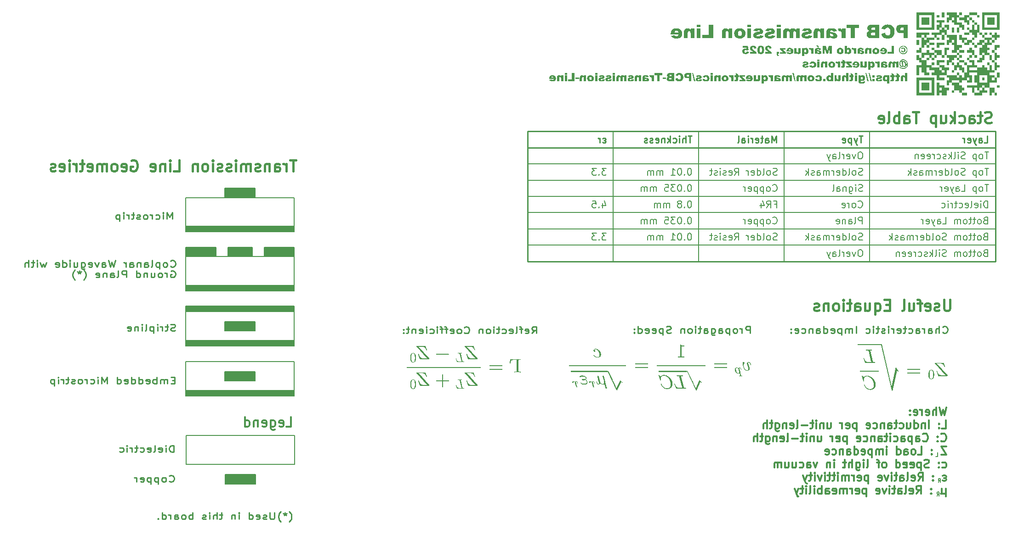
<source format=gbr>
%TF.GenerationSoftware,KiCad,Pcbnew,9.0.3*%
%TF.CreationDate,2025-08-22T13:10:08-04:00*%
%TF.ProjectId,PCB Transmission Line,50434220-5472-4616-9e73-6d697373696f,1*%
%TF.SameCoordinates,Original*%
%TF.FileFunction,Legend,Bot*%
%TF.FilePolarity,Positive*%
%FSLAX46Y46*%
G04 Gerber Fmt 4.6, Leading zero omitted, Abs format (unit mm)*
G04 Created by KiCad (PCBNEW 9.0.3) date 2025-08-22 13:10:08*
%MOMM*%
%LPD*%
G01*
G04 APERTURE LIST*
%ADD10C,0.250000*%
%ADD11C,0.000000*%
%ADD12C,0.200000*%
%ADD13C,0.160047*%
%ADD14C,0.144752*%
%ADD15C,0.240000*%
%ADD16C,0.160000*%
%ADD17C,0.406400*%
%ADD18C,0.355600*%
%ADD19C,0.300000*%
%ADD20C,0.254000*%
%ADD21C,0.158750*%
%ADD22C,0.152400*%
G04 APERTURE END LIST*
D10*
G36*
X222747208Y-58075000D02*
G01*
X221970211Y-58075000D01*
X221970211Y-57146877D01*
X221546602Y-57146877D01*
X221309541Y-57131058D01*
X221120187Y-57087677D01*
X220969661Y-57021198D01*
X220850815Y-56933622D01*
X220753353Y-56820076D01*
X220682691Y-56686463D01*
X220638420Y-56528799D01*
X220624542Y-56363010D01*
X221375937Y-56363010D01*
X221386187Y-56439465D01*
X221415987Y-56504664D01*
X221466460Y-56561457D01*
X221532063Y-56600641D01*
X221632435Y-56628105D01*
X221780617Y-56638852D01*
X221970211Y-56638852D01*
X221970211Y-56081978D01*
X221749934Y-56081978D01*
X221606858Y-56093457D01*
X221513223Y-56122487D01*
X221454553Y-56163799D01*
X221410903Y-56222185D01*
X221384877Y-56287815D01*
X221375937Y-56363010D01*
X220624542Y-56363010D01*
X220622753Y-56341639D01*
X220637395Y-56158525D01*
X220678463Y-56006374D01*
X220743391Y-55879493D01*
X220832039Y-55773621D01*
X220941444Y-55691121D01*
X221078473Y-55628933D01*
X221249204Y-55588597D01*
X221461270Y-55573953D01*
X222747208Y-55573953D01*
X222747208Y-58075000D01*
G37*
G36*
X218551574Y-57049180D02*
G01*
X217873495Y-57254801D01*
X217929973Y-57439572D01*
X218002043Y-57596614D01*
X218088734Y-57729549D01*
X218194931Y-57846557D01*
X218315979Y-57941971D01*
X218453419Y-58017144D01*
X218601780Y-58068448D01*
X218784249Y-58101934D01*
X219007545Y-58114078D01*
X219278509Y-58099190D01*
X219497904Y-58058304D01*
X219674480Y-57995926D01*
X219795197Y-57928482D01*
X219909468Y-57838517D01*
X220018044Y-57723559D01*
X220121140Y-57580255D01*
X220199874Y-57429206D01*
X220258557Y-57254579D01*
X220295755Y-57052515D01*
X220308901Y-56818523D01*
X220293753Y-56566670D01*
X220250942Y-56350453D01*
X220183399Y-56164617D01*
X220092584Y-56004725D01*
X219978410Y-55867349D01*
X219841401Y-55751935D01*
X219683056Y-55660502D01*
X219500189Y-55592763D01*
X219288633Y-55549975D01*
X219043418Y-55534874D01*
X218803589Y-55548666D01*
X218603732Y-55587086D01*
X218437550Y-55646699D01*
X218299699Y-55725536D01*
X218177410Y-55829152D01*
X218069651Y-55958738D01*
X217976079Y-56117830D01*
X217897461Y-56311108D01*
X218580578Y-56462997D01*
X218620248Y-56357520D01*
X218655683Y-56295690D01*
X218728258Y-56216761D01*
X218814593Y-56159067D01*
X218912780Y-56123522D01*
X219024642Y-56111287D01*
X219151160Y-56125103D01*
X219257926Y-56164605D01*
X219349264Y-56229394D01*
X219427643Y-56322404D01*
X219481747Y-56432600D01*
X219519195Y-56591355D01*
X219533583Y-56814248D01*
X219523035Y-57032417D01*
X219495413Y-57191840D01*
X219455703Y-57305311D01*
X219407187Y-57383640D01*
X219338706Y-57450172D01*
X219258430Y-57497735D01*
X219164005Y-57527258D01*
X219051967Y-57537665D01*
X218909296Y-57522212D01*
X218800088Y-57479778D01*
X218716438Y-57412643D01*
X218651438Y-57323194D01*
X218595909Y-57204298D01*
X218551574Y-57049180D01*
G37*
G36*
X217495834Y-58075000D02*
G01*
X216160284Y-58075000D01*
X215813612Y-58040806D01*
X215631166Y-58004331D01*
X215519910Y-57958679D01*
X215422258Y-57890832D01*
X215340146Y-57809191D01*
X215272308Y-57712604D01*
X215222437Y-57605626D01*
X215192157Y-57489497D01*
X215181786Y-57362116D01*
X215190152Y-57276020D01*
X215957104Y-57276020D01*
X215966658Y-57352058D01*
X215993912Y-57414546D01*
X216039078Y-57466682D01*
X216098522Y-57502736D01*
X216188665Y-57527868D01*
X216320874Y-57537665D01*
X216715326Y-57537665D01*
X216715326Y-57029640D01*
X216322553Y-57029640D01*
X216187642Y-57039102D01*
X216096957Y-57063174D01*
X216038315Y-57097265D01*
X215993267Y-57147009D01*
X215966428Y-57205638D01*
X215957104Y-57276020D01*
X215190152Y-57276020D01*
X215196858Y-57207015D01*
X215239715Y-57076150D01*
X215309098Y-56964610D01*
X215403937Y-56873782D01*
X215533429Y-56798901D01*
X215705992Y-56741434D01*
X215591798Y-56692994D01*
X215503263Y-56637181D01*
X215436104Y-56574585D01*
X215359519Y-56462618D01*
X215313589Y-56337450D01*
X215310701Y-56311413D01*
X216056175Y-56311413D01*
X216064762Y-56385790D01*
X216088626Y-56443843D01*
X216127006Y-56489405D01*
X216178530Y-56520408D01*
X216258779Y-56542303D01*
X216378881Y-56550924D01*
X216715326Y-56550924D01*
X216715326Y-56081978D01*
X216373844Y-56081978D01*
X216257200Y-56090427D01*
X216178373Y-56111997D01*
X216127006Y-56142733D01*
X216088238Y-56187541D01*
X216064565Y-56242712D01*
X216056175Y-56311413D01*
X215310701Y-56311413D01*
X215297801Y-56195093D01*
X215310184Y-56067204D01*
X215346277Y-55952585D01*
X215406080Y-55848396D01*
X215491669Y-55752708D01*
X215592895Y-55678087D01*
X215716094Y-55622439D01*
X215865778Y-55586769D01*
X216047627Y-55573953D01*
X217495834Y-55573953D01*
X217495834Y-58075000D01*
G37*
G36*
X213787465Y-55573953D02*
G01*
X211435864Y-55573953D01*
X211435864Y-56189445D01*
X212224921Y-56189445D01*
X212224921Y-58075000D01*
X212998560Y-58075000D01*
X212998560Y-56189445D01*
X213787465Y-56189445D01*
X213787465Y-55573953D01*
G37*
G36*
X211274358Y-56257833D02*
G01*
X210623756Y-56257833D01*
X210623756Y-56554740D01*
X210554098Y-56430241D01*
X210489659Y-56345321D01*
X210429889Y-56290958D01*
X210360009Y-56251678D01*
X210278636Y-56227317D01*
X210183051Y-56218754D01*
X210082512Y-56228203D01*
X209971179Y-56258277D01*
X209846606Y-56312482D01*
X210061845Y-56807532D01*
X210179833Y-56766928D01*
X210256476Y-56756088D01*
X210341531Y-56768920D01*
X210410775Y-56805949D01*
X210468204Y-56869203D01*
X210520938Y-56982908D01*
X210560034Y-57171300D01*
X210575824Y-57465156D01*
X210575824Y-58075000D01*
X211274358Y-58075000D01*
X211274358Y-56257833D01*
G37*
G36*
X208953433Y-56226263D02*
G01*
X209124411Y-56247758D01*
X209281438Y-56285006D01*
X209387430Y-56329426D01*
X209507795Y-56411676D01*
X209591525Y-56502381D01*
X209651342Y-56613762D01*
X209699908Y-56775628D01*
X209035567Y-56844016D01*
X208984944Y-56740340D01*
X208927948Y-56683731D01*
X208830046Y-56644710D01*
X208671798Y-56629082D01*
X208551520Y-56644270D01*
X208485716Y-56681289D01*
X208448076Y-56746072D01*
X208432745Y-56863555D01*
X208678668Y-56946292D01*
X209185929Y-57056354D01*
X209399770Y-57113892D01*
X209542774Y-57180950D01*
X209633352Y-57254191D01*
X209699700Y-57349160D01*
X209740313Y-57460796D01*
X209754557Y-57593688D01*
X209743906Y-57700039D01*
X209712768Y-57795747D01*
X209660934Y-57883212D01*
X209586335Y-57964022D01*
X209498932Y-58026102D01*
X209390799Y-58072878D01*
X209257543Y-58103135D01*
X209093728Y-58114078D01*
X208932227Y-58105037D01*
X208790219Y-58079248D01*
X208665081Y-58038210D01*
X208534331Y-57965618D01*
X208393514Y-57848617D01*
X208369700Y-57966159D01*
X208318409Y-58075000D01*
X207665976Y-58075000D01*
X207713399Y-57966010D01*
X207736959Y-57889528D01*
X207748508Y-57809940D01*
X207753140Y-57688638D01*
X207753140Y-57324563D01*
X208432745Y-57324563D01*
X208444175Y-57445204D01*
X208474572Y-57532475D01*
X208528795Y-57604178D01*
X208616386Y-57667877D01*
X208720074Y-57709378D01*
X208832388Y-57723290D01*
X208933976Y-57709194D01*
X209000610Y-57671999D01*
X209043358Y-57613768D01*
X209057855Y-57539955D01*
X209043832Y-57474108D01*
X208999847Y-57413712D01*
X208921800Y-57366824D01*
X208731638Y-57304413D01*
X208432745Y-57215265D01*
X208432745Y-57324563D01*
X207753140Y-57324563D01*
X207753140Y-56887063D01*
X207765466Y-56758296D01*
X207804431Y-56617938D01*
X207867183Y-56489540D01*
X207944412Y-56399952D01*
X208033744Y-56335469D01*
X208138194Y-56286654D01*
X208260402Y-56253864D01*
X208465153Y-56228654D01*
X208762321Y-56218754D01*
X208953433Y-56226263D01*
G37*
G36*
X207336706Y-56257833D02*
G01*
X206689462Y-56257833D01*
X206689462Y-56555809D01*
X206586619Y-56440739D01*
X206489015Y-56355933D01*
X206395760Y-56296606D01*
X206293804Y-56254699D01*
X206174233Y-56228164D01*
X206033670Y-56218754D01*
X205890899Y-56230577D01*
X205770591Y-56263978D01*
X205668627Y-56317252D01*
X205581974Y-56390640D01*
X205515087Y-56480315D01*
X205464219Y-56594639D01*
X205430948Y-56739273D01*
X205418789Y-56921257D01*
X205418789Y-58075000D01*
X206117323Y-58075000D01*
X206117323Y-57078183D01*
X206125980Y-56965530D01*
X206148284Y-56888187D01*
X206180521Y-56836688D01*
X206226963Y-56798162D01*
X206285024Y-56774362D01*
X206358208Y-56765858D01*
X206437978Y-56776712D01*
X206505270Y-56808174D01*
X206563219Y-56861418D01*
X206602506Y-56930578D01*
X206630567Y-57039733D01*
X206641682Y-57204579D01*
X206641682Y-58075000D01*
X207336706Y-58075000D01*
X207336706Y-56257833D01*
G37*
G36*
X205127071Y-57576744D02*
G01*
X204437238Y-57508356D01*
X204383463Y-57615525D01*
X204317711Y-57681158D01*
X204232251Y-57718977D01*
X204112700Y-57733060D01*
X203983353Y-57716755D01*
X203895935Y-57673678D01*
X203850583Y-57623073D01*
X203836095Y-57563311D01*
X203844482Y-57518040D01*
X203869494Y-57480198D01*
X203914558Y-57447753D01*
X203994201Y-57421257D01*
X204213450Y-57376465D01*
X204547017Y-57309529D01*
X204716438Y-57259839D01*
X204804826Y-57216050D01*
X204883598Y-57155908D01*
X204953811Y-57077878D01*
X205007413Y-56988500D01*
X205039406Y-56891930D01*
X205050287Y-56785855D01*
X205038326Y-56669960D01*
X205003625Y-56567926D01*
X204946179Y-56476735D01*
X204869881Y-56399060D01*
X204775206Y-56334445D01*
X204659193Y-56282868D01*
X204535477Y-56249591D01*
X204374726Y-56227107D01*
X204169029Y-56218754D01*
X203865849Y-56233574D01*
X203690007Y-56268671D01*
X203546653Y-56333278D01*
X203432178Y-56423460D01*
X203340483Y-56542068D01*
X203260445Y-56707240D01*
X203919748Y-56765858D01*
X203955025Y-56691556D01*
X204005081Y-56642668D01*
X204093410Y-56603760D01*
X204203223Y-56590003D01*
X204311290Y-56602006D01*
X204374956Y-56631677D01*
X204415723Y-56678589D01*
X204428689Y-56732732D01*
X204412265Y-56789895D01*
X204360301Y-56832872D01*
X204271619Y-56860947D01*
X204063241Y-56894085D01*
X203739764Y-56945434D01*
X203547583Y-57002926D01*
X203440976Y-57057745D01*
X203355698Y-57124025D01*
X203288838Y-57201984D01*
X203238735Y-57291579D01*
X203209067Y-57385705D01*
X203199079Y-57486222D01*
X203209269Y-57587919D01*
X203240274Y-57688863D01*
X203293876Y-57790762D01*
X203366055Y-57879652D01*
X203464055Y-57958216D01*
X203592768Y-58026456D01*
X203731806Y-58071968D01*
X203913783Y-58102657D01*
X204148573Y-58114078D01*
X204408702Y-58102708D01*
X204605366Y-58072520D01*
X204751008Y-58028507D01*
X204856420Y-57974249D01*
X204952425Y-57896935D01*
X205028711Y-57806097D01*
X205086859Y-57700211D01*
X205127071Y-57576744D01*
G37*
G36*
X202861871Y-56257833D02*
G01*
X202212949Y-56257833D01*
X202212949Y-56522226D01*
X202114164Y-56418327D01*
X202020270Y-56341762D01*
X201930390Y-56288363D01*
X201832851Y-56250890D01*
X201719091Y-56227158D01*
X201586161Y-56218754D01*
X201443043Y-56228462D01*
X201330667Y-56254882D01*
X201242999Y-56295080D01*
X201165461Y-56352786D01*
X201096686Y-56427695D01*
X201036309Y-56522226D01*
X200870136Y-56366603D01*
X200737417Y-56282410D01*
X200645280Y-56248384D01*
X200535360Y-56226561D01*
X200404330Y-56218754D01*
X200259858Y-56230711D01*
X200138332Y-56264466D01*
X200035534Y-56318261D01*
X199948360Y-56392319D01*
X199881438Y-56482758D01*
X199830309Y-56599066D01*
X199796725Y-56747308D01*
X199784412Y-56934996D01*
X199784412Y-58075000D01*
X200481267Y-58075000D01*
X200481267Y-57034678D01*
X200494777Y-56921015D01*
X200529047Y-56850732D01*
X200581185Y-56796890D01*
X200638437Y-56766321D01*
X200703223Y-56756088D01*
X200781082Y-56766354D01*
X200846084Y-56795921D01*
X200901365Y-56845542D01*
X200940060Y-56909867D01*
X200966399Y-57002420D01*
X200976469Y-57132680D01*
X200976469Y-58075000D01*
X201673325Y-58075000D01*
X201673325Y-57071619D01*
X201677606Y-56961207D01*
X201686911Y-56908740D01*
X201717504Y-56846531D01*
X201763847Y-56798220D01*
X201822690Y-56766787D01*
X201891922Y-56756088D01*
X201967412Y-56766353D01*
X202031962Y-56796259D01*
X202088385Y-56847069D01*
X202127746Y-56912535D01*
X202154767Y-57008439D01*
X202165169Y-57145350D01*
X202165169Y-58075000D01*
X202861871Y-58075000D01*
X202861871Y-56257833D01*
G37*
G36*
X199341416Y-55573953D02*
G01*
X198646393Y-55573953D01*
X198646393Y-56042899D01*
X199341416Y-56042899D01*
X199341416Y-55573953D01*
G37*
G36*
X199341416Y-56257833D02*
G01*
X198646393Y-56257833D01*
X198646393Y-58075000D01*
X199341416Y-58075000D01*
X199341416Y-56257833D01*
G37*
G36*
X198324908Y-57576744D02*
G01*
X197635075Y-57508356D01*
X197581300Y-57615525D01*
X197515548Y-57681158D01*
X197430088Y-57718977D01*
X197310537Y-57733060D01*
X197181190Y-57716755D01*
X197093771Y-57673678D01*
X197048420Y-57623073D01*
X197033932Y-57563311D01*
X197042319Y-57518040D01*
X197067331Y-57480198D01*
X197112395Y-57447753D01*
X197192037Y-57421257D01*
X197411287Y-57376465D01*
X197744854Y-57309529D01*
X197914275Y-57259839D01*
X198002662Y-57216050D01*
X198081435Y-57155908D01*
X198151648Y-57077878D01*
X198205250Y-56988500D01*
X198237243Y-56891930D01*
X198248124Y-56785855D01*
X198236163Y-56669960D01*
X198201461Y-56567926D01*
X198144016Y-56476735D01*
X198067717Y-56399060D01*
X197973043Y-56334445D01*
X197857030Y-56282868D01*
X197733313Y-56249591D01*
X197572562Y-56227107D01*
X197366865Y-56218754D01*
X197063685Y-56233574D01*
X196887844Y-56268671D01*
X196744490Y-56333278D01*
X196630015Y-56423460D01*
X196538320Y-56542068D01*
X196458282Y-56707240D01*
X197117585Y-56765858D01*
X197152861Y-56691556D01*
X197202917Y-56642668D01*
X197291247Y-56603760D01*
X197401059Y-56590003D01*
X197509127Y-56602006D01*
X197572793Y-56631677D01*
X197613559Y-56678589D01*
X197626526Y-56732732D01*
X197610101Y-56789895D01*
X197558138Y-56832872D01*
X197469455Y-56860947D01*
X197261078Y-56894085D01*
X196937601Y-56945434D01*
X196745420Y-57002926D01*
X196638813Y-57057745D01*
X196553535Y-57124025D01*
X196486675Y-57201984D01*
X196436572Y-57291579D01*
X196406904Y-57385705D01*
X196396916Y-57486222D01*
X196407106Y-57587919D01*
X196438110Y-57688863D01*
X196491713Y-57790762D01*
X196563891Y-57879652D01*
X196661891Y-57958216D01*
X196790605Y-58026456D01*
X196929643Y-58071968D01*
X197111619Y-58102657D01*
X197346410Y-58114078D01*
X197606539Y-58102708D01*
X197803203Y-58072520D01*
X197948844Y-58028507D01*
X198054256Y-57974249D01*
X198150262Y-57896935D01*
X198226548Y-57806097D01*
X198284696Y-57700211D01*
X198324908Y-57576744D01*
G37*
G36*
X196187783Y-57576744D02*
G01*
X195497950Y-57508356D01*
X195444175Y-57615525D01*
X195378423Y-57681158D01*
X195292963Y-57718977D01*
X195173412Y-57733060D01*
X195044065Y-57716755D01*
X194956646Y-57673678D01*
X194911295Y-57623073D01*
X194896807Y-57563311D01*
X194905194Y-57518040D01*
X194930206Y-57480198D01*
X194975270Y-57447753D01*
X195054913Y-57421257D01*
X195274162Y-57376465D01*
X195607729Y-57309529D01*
X195777150Y-57259839D01*
X195865537Y-57216050D01*
X195944310Y-57155908D01*
X196014523Y-57077878D01*
X196068125Y-56988500D01*
X196100118Y-56891930D01*
X196110999Y-56785855D01*
X196099038Y-56669960D01*
X196064336Y-56567926D01*
X196006891Y-56476735D01*
X195930592Y-56399060D01*
X195835918Y-56334445D01*
X195719905Y-56282868D01*
X195596188Y-56249591D01*
X195435438Y-56227107D01*
X195229740Y-56218754D01*
X194926561Y-56233574D01*
X194750719Y-56268671D01*
X194607365Y-56333278D01*
X194492890Y-56423460D01*
X194401195Y-56542068D01*
X194321157Y-56707240D01*
X194980460Y-56765858D01*
X195015736Y-56691556D01*
X195065792Y-56642668D01*
X195154122Y-56603760D01*
X195263934Y-56590003D01*
X195372002Y-56602006D01*
X195435668Y-56631677D01*
X195476435Y-56678589D01*
X195489401Y-56732732D01*
X195472977Y-56789895D01*
X195421013Y-56832872D01*
X195332330Y-56860947D01*
X195123953Y-56894085D01*
X194800476Y-56945434D01*
X194608295Y-57002926D01*
X194501688Y-57057745D01*
X194416410Y-57124025D01*
X194349550Y-57201984D01*
X194299447Y-57291579D01*
X194269779Y-57385705D01*
X194259791Y-57486222D01*
X194269981Y-57587919D01*
X194300986Y-57688863D01*
X194354588Y-57790762D01*
X194426766Y-57879652D01*
X194524766Y-57958216D01*
X194653480Y-58026456D01*
X194792518Y-58071968D01*
X194974494Y-58102657D01*
X195209285Y-58114078D01*
X195469414Y-58102708D01*
X195666078Y-58072520D01*
X195811719Y-58028507D01*
X195917131Y-57974249D01*
X196013137Y-57896935D01*
X196089423Y-57806097D01*
X196147571Y-57700211D01*
X196187783Y-57576744D01*
G37*
G36*
X193902128Y-55573953D02*
G01*
X193207104Y-55573953D01*
X193207104Y-56042899D01*
X193902128Y-56042899D01*
X193902128Y-55573953D01*
G37*
G36*
X193902128Y-56257833D02*
G01*
X193207104Y-56257833D01*
X193207104Y-58075000D01*
X193902128Y-58075000D01*
X193902128Y-56257833D01*
G37*
G36*
X192003704Y-56230707D02*
G01*
X192172344Y-56264840D01*
X192320851Y-56319344D01*
X192452052Y-56393502D01*
X192568104Y-56487726D01*
X192690301Y-56630859D01*
X192776853Y-56790134D01*
X192829749Y-56968834D01*
X192848067Y-57171606D01*
X192834205Y-57346771D01*
X192794067Y-57503603D01*
X192728576Y-57645289D01*
X192636962Y-57774277D01*
X192516813Y-57892123D01*
X192376928Y-57986258D01*
X192215262Y-58055342D01*
X192027845Y-58098767D01*
X191809730Y-58114078D01*
X191611194Y-58102031D01*
X191438600Y-58067789D01*
X191288214Y-58013418D01*
X191156890Y-57939870D01*
X191042197Y-57846938D01*
X190921378Y-57704720D01*
X190835548Y-57545525D01*
X190782939Y-57365955D01*
X190764676Y-57161226D01*
X190764884Y-57158631D01*
X191463058Y-57158631D01*
X191476003Y-57326966D01*
X191509849Y-57446527D01*
X191559534Y-57529575D01*
X191630406Y-57594154D01*
X191711497Y-57632111D01*
X191806372Y-57645132D01*
X191899989Y-57632053D01*
X191981141Y-57593670D01*
X192053210Y-57527896D01*
X192104247Y-57443742D01*
X192138451Y-57326446D01*
X192151365Y-57165500D01*
X192138428Y-57007075D01*
X192103995Y-56890498D01*
X192052294Y-56805853D01*
X191979609Y-56739707D01*
X191897081Y-56700953D01*
X191801181Y-56687700D01*
X191710874Y-56700576D01*
X191631693Y-56738590D01*
X191560450Y-56804173D01*
X191509632Y-56887592D01*
X191475778Y-57002487D01*
X191463058Y-57158631D01*
X190764884Y-57158631D01*
X190779390Y-56978045D01*
X190821935Y-56814728D01*
X190891292Y-56667794D01*
X190988311Y-56534590D01*
X191105164Y-56424864D01*
X191242281Y-56338165D01*
X191402752Y-56273904D01*
X191590800Y-56233188D01*
X191811562Y-56218754D01*
X192003704Y-56230707D01*
G37*
G36*
X190430216Y-56257833D02*
G01*
X189782972Y-56257833D01*
X189782972Y-56555809D01*
X189680129Y-56440739D01*
X189582525Y-56355933D01*
X189489270Y-56296606D01*
X189387314Y-56254699D01*
X189267743Y-56228164D01*
X189127180Y-56218754D01*
X188984409Y-56230577D01*
X188864101Y-56263978D01*
X188762137Y-56317252D01*
X188675484Y-56390640D01*
X188608597Y-56480315D01*
X188557729Y-56594639D01*
X188524458Y-56739273D01*
X188512299Y-56921257D01*
X188512299Y-58075000D01*
X189210833Y-58075000D01*
X189210833Y-57078183D01*
X189219490Y-56965530D01*
X189241794Y-56888187D01*
X189274031Y-56836688D01*
X189320473Y-56798162D01*
X189378534Y-56774362D01*
X189451718Y-56765858D01*
X189531488Y-56776712D01*
X189598780Y-56808174D01*
X189656729Y-56861418D01*
X189696016Y-56930578D01*
X189724077Y-57039733D01*
X189735192Y-57204579D01*
X189735192Y-58075000D01*
X190430216Y-58075000D01*
X190430216Y-56257833D01*
G37*
G36*
X186886557Y-55573953D02*
G01*
X186112918Y-55573953D01*
X186112918Y-57459508D01*
X184905443Y-57459508D01*
X184905443Y-58075000D01*
X186886557Y-58075000D01*
X186886557Y-55573953D01*
G37*
G36*
X184574494Y-55573953D02*
G01*
X183879470Y-55573953D01*
X183879470Y-56042899D01*
X184574494Y-56042899D01*
X184574494Y-55573953D01*
G37*
G36*
X184574494Y-56257833D02*
G01*
X183879470Y-56257833D01*
X183879470Y-58075000D01*
X184574494Y-58075000D01*
X184574494Y-56257833D01*
G37*
G36*
X183435101Y-56257833D02*
G01*
X182787857Y-56257833D01*
X182787857Y-56555809D01*
X182685014Y-56440739D01*
X182587410Y-56355933D01*
X182494155Y-56296606D01*
X182392199Y-56254699D01*
X182272628Y-56228164D01*
X182132065Y-56218754D01*
X181989294Y-56230577D01*
X181868986Y-56263978D01*
X181767022Y-56317252D01*
X181680368Y-56390640D01*
X181613482Y-56480315D01*
X181562614Y-56594639D01*
X181529343Y-56739273D01*
X181517184Y-56921257D01*
X181517184Y-58075000D01*
X182215718Y-58075000D01*
X182215718Y-57078183D01*
X182224375Y-56965530D01*
X182246679Y-56888187D01*
X182278916Y-56836688D01*
X182325358Y-56798162D01*
X182383419Y-56774362D01*
X182456603Y-56765858D01*
X182536373Y-56776712D01*
X182603665Y-56808174D01*
X182661614Y-56861418D01*
X182700901Y-56930578D01*
X182728962Y-57039733D01*
X182740077Y-57204579D01*
X182740077Y-58075000D01*
X183435101Y-58075000D01*
X183435101Y-56257833D01*
G37*
G36*
X180359276Y-56230597D02*
G01*
X180528307Y-56264273D01*
X180675723Y-56317776D01*
X180804588Y-56390198D01*
X180917262Y-56481773D01*
X181035150Y-56621486D01*
X181119439Y-56780023D01*
X181171442Y-56961076D01*
X181189593Y-57169774D01*
X181173710Y-57365191D01*
X181128021Y-57537177D01*
X181053886Y-57689859D01*
X180953032Y-57826703D01*
X180839253Y-57933121D01*
X180711488Y-58012565D01*
X180569728Y-58065427D01*
X180384185Y-58100895D01*
X180144386Y-58114078D01*
X179868273Y-58098188D01*
X179660797Y-58055955D01*
X179507523Y-57993789D01*
X179371533Y-57900244D01*
X179245324Y-57769886D01*
X179128336Y-57596284D01*
X179813132Y-57537665D01*
X179879682Y-57610995D01*
X179934337Y-57652459D01*
X180029580Y-57691025D01*
X180129121Y-57703750D01*
X180231778Y-57690133D01*
X180318109Y-57650782D01*
X180392140Y-57584529D01*
X180431384Y-57525208D01*
X180462246Y-57443294D01*
X180482663Y-57332501D01*
X179089105Y-57332501D01*
X179089105Y-57254344D01*
X179103894Y-57018623D01*
X179107804Y-57000331D01*
X179796035Y-57000331D01*
X180480983Y-57000331D01*
X180449932Y-56852744D01*
X180400689Y-56758989D01*
X180326792Y-56686494D01*
X180240013Y-56643819D01*
X180135990Y-56629082D01*
X180043835Y-56639272D01*
X179967888Y-56668147D01*
X179904570Y-56715177D01*
X179856964Y-56778506D01*
X179819851Y-56870507D01*
X179796035Y-57000331D01*
X179107804Y-57000331D01*
X179144563Y-56828378D01*
X179206952Y-56675488D01*
X179297657Y-56538693D01*
X179411298Y-56426243D01*
X179550266Y-56335990D01*
X179705220Y-56274720D01*
X179906444Y-56233876D01*
X180164994Y-56218754D01*
X180359276Y-56230597D01*
G37*
D11*
G36*
X148001580Y-118403319D02*
G01*
X148006714Y-118403571D01*
X148011681Y-118403989D01*
X148016478Y-118404575D01*
X148021108Y-118405326D01*
X148025569Y-118406241D01*
X148029862Y-118407322D01*
X148033986Y-118408566D01*
X148037943Y-118409973D01*
X148041730Y-118411543D01*
X148045350Y-118413274D01*
X148048801Y-118415166D01*
X148052084Y-118417219D01*
X148055198Y-118419432D01*
X148058144Y-118421804D01*
X148060922Y-118424334D01*
X148063531Y-118427022D01*
X148065972Y-118429868D01*
X148068245Y-118432869D01*
X148070349Y-118436027D01*
X148072285Y-118439340D01*
X148074053Y-118442807D01*
X148075652Y-118446429D01*
X148077083Y-118450203D01*
X148078345Y-118454130D01*
X148079440Y-118458209D01*
X148080366Y-118462439D01*
X148081123Y-118466820D01*
X148081712Y-118471351D01*
X148082133Y-118476031D01*
X148082386Y-118480860D01*
X148082470Y-118485836D01*
X148082386Y-118490813D01*
X148082133Y-118495641D01*
X148081712Y-118500321D01*
X148081123Y-118504852D01*
X148080366Y-118509233D01*
X148079440Y-118513463D01*
X148078345Y-118517542D01*
X148077083Y-118521469D01*
X148075652Y-118525244D01*
X148074053Y-118528865D01*
X148072285Y-118532333D01*
X148070349Y-118535645D01*
X148068245Y-118538803D01*
X148065972Y-118541805D01*
X148063531Y-118544650D01*
X148060922Y-118547339D01*
X148058144Y-118549869D01*
X148055198Y-118552241D01*
X148052084Y-118554453D01*
X148048801Y-118556506D01*
X148045350Y-118558399D01*
X148041730Y-118560130D01*
X148037943Y-118561700D01*
X148033986Y-118563107D01*
X148029862Y-118564351D01*
X148025569Y-118565431D01*
X148021108Y-118566347D01*
X148016478Y-118567098D01*
X148011681Y-118567683D01*
X148006714Y-118568102D01*
X148001580Y-118568354D01*
X147996277Y-118568438D01*
X145776809Y-118568438D01*
X145771506Y-118568354D01*
X145766372Y-118568102D01*
X145761406Y-118567683D01*
X145756608Y-118567098D01*
X145751978Y-118566347D01*
X145747517Y-118565431D01*
X145743224Y-118564351D01*
X145739100Y-118563107D01*
X145735144Y-118561700D01*
X145731356Y-118560130D01*
X145727737Y-118558399D01*
X145724286Y-118556506D01*
X145721003Y-118554453D01*
X145717889Y-118552241D01*
X145714943Y-118549869D01*
X145712165Y-118547339D01*
X145709556Y-118544650D01*
X145707115Y-118541805D01*
X145704842Y-118538803D01*
X145702738Y-118535645D01*
X145700802Y-118532333D01*
X145699034Y-118528865D01*
X145697435Y-118525244D01*
X145696004Y-118521469D01*
X145694741Y-118517542D01*
X145693647Y-118513463D01*
X145692721Y-118509233D01*
X145691964Y-118504852D01*
X145691374Y-118500321D01*
X145690953Y-118495641D01*
X145690701Y-118490813D01*
X145690617Y-118485836D01*
X145690732Y-118481808D01*
X145691072Y-118477807D01*
X145691632Y-118473840D01*
X145692405Y-118469914D01*
X145693387Y-118466035D01*
X145694570Y-118462210D01*
X145695950Y-118458446D01*
X145697519Y-118454749D01*
X145699272Y-118451125D01*
X145701204Y-118447582D01*
X145703308Y-118444125D01*
X145705578Y-118440762D01*
X145708009Y-118437499D01*
X145710595Y-118434342D01*
X145713329Y-118431298D01*
X145716205Y-118428374D01*
X145719219Y-118425577D01*
X145722363Y-118422912D01*
X145725632Y-118420387D01*
X145729020Y-118418007D01*
X145732522Y-118415780D01*
X145736130Y-118413713D01*
X145739840Y-118411811D01*
X145743645Y-118410081D01*
X145747540Y-118408530D01*
X145751518Y-118407165D01*
X145755574Y-118405991D01*
X145759701Y-118405017D01*
X145763894Y-118404247D01*
X145768147Y-118403689D01*
X145772454Y-118403350D01*
X145776809Y-118403235D01*
X147996277Y-118403235D01*
X148001580Y-118403319D01*
G37*
G36*
X224841668Y-61639063D02*
G01*
X225304688Y-61639063D01*
X225304688Y-62102083D01*
X225767709Y-62102083D01*
X226230730Y-62102083D01*
X226230730Y-62565104D01*
X226230730Y-63028125D01*
X226693751Y-63028125D01*
X227156772Y-63028125D01*
X227156772Y-63491146D01*
X227619792Y-63491146D01*
X228082813Y-63491146D01*
X228545834Y-63491146D01*
X228545834Y-63954166D01*
X229008855Y-63954166D01*
X229008855Y-64417188D01*
X229471876Y-64417188D01*
X229471876Y-63954166D01*
X229008855Y-63954166D01*
X229008855Y-63491146D01*
X228545834Y-63491146D01*
X228545834Y-63028125D01*
X229008855Y-63028125D01*
X229471876Y-63028125D01*
X229471876Y-63491146D01*
X229934896Y-63491146D01*
X230397917Y-63491146D01*
X230397917Y-63954166D01*
X229934896Y-63954166D01*
X229934896Y-64417188D01*
X229934896Y-64880208D01*
X229471876Y-64880208D01*
X229008855Y-64880208D01*
X228545834Y-64880208D01*
X228545834Y-65343229D01*
X229008855Y-65343229D01*
X229471876Y-65343229D01*
X229471876Y-65806249D01*
X229008855Y-65806249D01*
X228545834Y-65806249D01*
X228082813Y-65806249D01*
X228082813Y-65343229D01*
X228082813Y-64880208D01*
X227619792Y-64880208D01*
X227156772Y-64880208D01*
X227156772Y-64417188D01*
X227619792Y-64417188D01*
X227619792Y-63954166D01*
X227156772Y-63954166D01*
X226693751Y-63954166D01*
X226693751Y-63491146D01*
X226230730Y-63491146D01*
X226230730Y-63954166D01*
X226230730Y-64417188D01*
X226693751Y-64417188D01*
X226693751Y-64880208D01*
X226230730Y-64880208D01*
X225767709Y-64880208D01*
X225767709Y-64417188D01*
X225304688Y-64417188D01*
X225304688Y-63954166D01*
X225304688Y-63491146D01*
X224841668Y-63491146D01*
X224841668Y-63954166D01*
X224841668Y-64417188D01*
X224841668Y-64880208D01*
X224378647Y-64880208D01*
X224378647Y-64417188D01*
X224378647Y-63954166D01*
X224378647Y-63491146D01*
X224378647Y-63028125D01*
X224841668Y-63028125D01*
X225304688Y-63028125D01*
X225304688Y-62565104D01*
X224841668Y-62565104D01*
X224841668Y-62102083D01*
X224378647Y-62102083D01*
X224378647Y-61639063D01*
X224378647Y-61176041D01*
X224841668Y-61176041D01*
X224841668Y-61639063D01*
G37*
G36*
X167436930Y-119675639D02*
G01*
X160710510Y-119675639D01*
X160710510Y-119460136D01*
X167436930Y-119460136D01*
X167436930Y-119675639D01*
G37*
G36*
X238732292Y-60713021D02*
G01*
X238269271Y-60713021D01*
X238269271Y-60250000D01*
X238732292Y-60250000D01*
X238732292Y-60713021D01*
G37*
G36*
X235028125Y-55156771D02*
G01*
X234565105Y-55156771D01*
X234565105Y-54693750D01*
X235028125Y-54693750D01*
X235028125Y-55156771D01*
G37*
G36*
X229471876Y-53767709D02*
G01*
X229471876Y-54230729D01*
X229008855Y-54230729D01*
X229008855Y-53767709D01*
X229008855Y-53304688D01*
X229471876Y-53304688D01*
X229471876Y-53767709D01*
G37*
G36*
X217379052Y-119606697D02*
G01*
X213931008Y-119606697D01*
X213931008Y-119391194D01*
X217379052Y-119391194D01*
X217379052Y-119606697D01*
G37*
G36*
X142722835Y-114840733D02*
G01*
X142737045Y-114841197D01*
X142749667Y-114842062D01*
X142760831Y-114843400D01*
X142765908Y-114844269D01*
X142770670Y-114845285D01*
X142775133Y-114846456D01*
X142779314Y-114847791D01*
X142783229Y-114849300D01*
X142786896Y-114850991D01*
X142790329Y-114852875D01*
X142793546Y-114854959D01*
X142796563Y-114857255D01*
X142799397Y-114859770D01*
X142802064Y-114862513D01*
X142804580Y-114865495D01*
X142806962Y-114868724D01*
X142809226Y-114872210D01*
X142811389Y-114875961D01*
X142813467Y-114879987D01*
X142817435Y-114888900D01*
X142821260Y-114899024D01*
X142825075Y-114910431D01*
X142829011Y-114923196D01*
X143022945Y-115558868D01*
X143024251Y-115562276D01*
X143025477Y-115565756D01*
X143026630Y-115569300D01*
X143027715Y-115572897D01*
X143029700Y-115580206D01*
X143031475Y-115587599D01*
X143033081Y-115594992D01*
X143034561Y-115602301D01*
X143037311Y-115616330D01*
X143033368Y-115626740D01*
X143031392Y-115631639D01*
X143029342Y-115636307D01*
X143027166Y-115640723D01*
X143024811Y-115644865D01*
X143022224Y-115648712D01*
X143020828Y-115650519D01*
X143019354Y-115652244D01*
X143017796Y-115653885D01*
X143016146Y-115655439D01*
X143014400Y-115656904D01*
X143012550Y-115658276D01*
X143010589Y-115659554D01*
X143008511Y-115660735D01*
X143006310Y-115661816D01*
X143003978Y-115662794D01*
X143001510Y-115663667D01*
X142998898Y-115664432D01*
X142996136Y-115665086D01*
X142993218Y-115665627D01*
X142990137Y-115666053D01*
X142986886Y-115666360D01*
X142983458Y-115666547D01*
X142979848Y-115666610D01*
X142978154Y-115666567D01*
X142976440Y-115666441D01*
X142974706Y-115666231D01*
X142972953Y-115665936D01*
X142969393Y-115665094D01*
X142965764Y-115663916D01*
X142962071Y-115662401D01*
X142958321Y-115660549D01*
X142954519Y-115658361D01*
X142950669Y-115655835D01*
X142946777Y-115652974D01*
X142942848Y-115649775D01*
X142938887Y-115646240D01*
X142934900Y-115642368D01*
X142930893Y-115638159D01*
X142926869Y-115633614D01*
X142922835Y-115628732D01*
X142918795Y-115623513D01*
X142904360Y-115580502D01*
X142889335Y-115539018D01*
X142873721Y-115499069D01*
X142857518Y-115460667D01*
X142840725Y-115423822D01*
X142823344Y-115388545D01*
X142805373Y-115354846D01*
X142786813Y-115322736D01*
X142767663Y-115292225D01*
X142747925Y-115263324D01*
X142727597Y-115236043D01*
X142706680Y-115210393D01*
X142685174Y-115186385D01*
X142663078Y-115164028D01*
X142640394Y-115143334D01*
X142617120Y-115124312D01*
X142592837Y-115106719D01*
X142567128Y-115090300D01*
X142539999Y-115075048D01*
X142511455Y-115060958D01*
X142481501Y-115048026D01*
X142450142Y-115036247D01*
X142417384Y-115025614D01*
X142383232Y-115016122D01*
X142347691Y-115007767D01*
X142310766Y-115000543D01*
X142272463Y-114994445D01*
X142232787Y-114989468D01*
X142191743Y-114985605D01*
X142149337Y-114982853D01*
X142105573Y-114981206D01*
X142060457Y-114980658D01*
X141514569Y-114980658D01*
X143479050Y-117174986D01*
X143493415Y-117246813D01*
X143493352Y-117249791D01*
X143493163Y-117252664D01*
X143492850Y-117255433D01*
X143492412Y-117258099D01*
X143491850Y-117260663D01*
X143491166Y-117263124D01*
X143490359Y-117265484D01*
X143489431Y-117267744D01*
X143488381Y-117269904D01*
X143487211Y-117271964D01*
X143485922Y-117273926D01*
X143484513Y-117275789D01*
X143482987Y-117277556D01*
X143481342Y-117279226D01*
X143479580Y-117280799D01*
X143477702Y-117282278D01*
X143475709Y-117283661D01*
X143473600Y-117284951D01*
X143471377Y-117286147D01*
X143469040Y-117287251D01*
X143466589Y-117288262D01*
X143464027Y-117289183D01*
X143461353Y-117290012D01*
X143458567Y-117290751D01*
X143455671Y-117291401D01*
X143452665Y-117291962D01*
X143449550Y-117292435D01*
X143446327Y-117292820D01*
X143442996Y-117293119D01*
X143439557Y-117293332D01*
X143432361Y-117293501D01*
X141848566Y-117293501D01*
X141832004Y-117293402D01*
X141817240Y-117293045D01*
X141804139Y-117292341D01*
X141792564Y-117291200D01*
X141782377Y-117289533D01*
X141777762Y-117288475D01*
X141773442Y-117287251D01*
X141769402Y-117285851D01*
X141765623Y-117284264D01*
X141762089Y-117282478D01*
X141758782Y-117280482D01*
X141755686Y-117278265D01*
X141752783Y-117275817D01*
X141750057Y-117273125D01*
X141747489Y-117270178D01*
X141745064Y-117266966D01*
X141742763Y-117263477D01*
X141740571Y-117259699D01*
X141738469Y-117255623D01*
X141734469Y-117246528D01*
X141730627Y-117236102D01*
X141726805Y-117224256D01*
X141722869Y-117210899D01*
X141471473Y-116424389D01*
X141469824Y-116418539D01*
X141467713Y-116411931D01*
X141462943Y-116397454D01*
X141460705Y-116390089D01*
X141459715Y-116386485D01*
X141458846Y-116382976D01*
X141458125Y-116379593D01*
X141457577Y-116376368D01*
X141457229Y-116373333D01*
X141457107Y-116370518D01*
X141457170Y-116367204D01*
X141457358Y-116363995D01*
X141457672Y-116360891D01*
X141458110Y-116357892D01*
X141458671Y-116354999D01*
X141459356Y-116352211D01*
X141460163Y-116349528D01*
X141461091Y-116346950D01*
X141462140Y-116344477D01*
X141463310Y-116342110D01*
X141464600Y-116339848D01*
X141466008Y-116337691D01*
X141467535Y-116335639D01*
X141469179Y-116333693D01*
X141470941Y-116331851D01*
X141472819Y-116330115D01*
X141474813Y-116328485D01*
X141476922Y-116326959D01*
X141479145Y-116325539D01*
X141481482Y-116324223D01*
X141483932Y-116323013D01*
X141486495Y-116321909D01*
X141489169Y-116320909D01*
X141491954Y-116320015D01*
X141494850Y-116319226D01*
X141497856Y-116318542D01*
X141500971Y-116317963D01*
X141504195Y-116317490D01*
X141507526Y-116317121D01*
X141510964Y-116316858D01*
X141514509Y-116316700D01*
X141518160Y-116316648D01*
X141520517Y-116316743D01*
X141522873Y-116317027D01*
X141525228Y-116317503D01*
X141527581Y-116318170D01*
X141529931Y-116319029D01*
X141532278Y-116320080D01*
X141534621Y-116321325D01*
X141536959Y-116322764D01*
X141539292Y-116324398D01*
X141541619Y-116326227D01*
X141543940Y-116328252D01*
X141546253Y-116330473D01*
X141548559Y-116332892D01*
X141550855Y-116335509D01*
X141553143Y-116338324D01*
X141555421Y-116341338D01*
X141557688Y-116344553D01*
X141559944Y-116347968D01*
X141562189Y-116351584D01*
X141564420Y-116355402D01*
X141566639Y-116359423D01*
X141568844Y-116363647D01*
X141571034Y-116368075D01*
X141573209Y-116372707D01*
X141577512Y-116382587D01*
X141581746Y-116393294D01*
X141585906Y-116404832D01*
X141589988Y-116417206D01*
X141605013Y-116462239D01*
X141620465Y-116505756D01*
X141636348Y-116547758D01*
X141652668Y-116588245D01*
X141669430Y-116627217D01*
X141686639Y-116664674D01*
X141704300Y-116700616D01*
X141722419Y-116735043D01*
X141741001Y-116767954D01*
X141760052Y-116799351D01*
X141779575Y-116829232D01*
X141799578Y-116857598D01*
X141820064Y-116884449D01*
X141841040Y-116909785D01*
X141862510Y-116933606D01*
X141884480Y-116955912D01*
X141909015Y-116978724D01*
X141935482Y-117000025D01*
X141963873Y-117019823D01*
X141994185Y-117038121D01*
X142026412Y-117054925D01*
X142060549Y-117070240D01*
X142096589Y-117084071D01*
X142134529Y-117096424D01*
X142174363Y-117107305D01*
X142216086Y-117116717D01*
X142259692Y-117124667D01*
X142305176Y-117131160D01*
X142352533Y-117136200D01*
X142401757Y-117139794D01*
X142452844Y-117141947D01*
X142505788Y-117142663D01*
X143080407Y-117142663D01*
X141115927Y-114948335D01*
X141113402Y-114936726D01*
X141111213Y-114926170D01*
X141109361Y-114916707D01*
X141107846Y-114908381D01*
X141106668Y-114901233D01*
X141105826Y-114895306D01*
X141105321Y-114890642D01*
X141105152Y-114887282D01*
X141105205Y-114884304D01*
X141105364Y-114881431D01*
X141105629Y-114878662D01*
X141106001Y-114875996D01*
X141106481Y-114873432D01*
X141107070Y-114870971D01*
X141107768Y-114868610D01*
X141108575Y-114866351D01*
X141109493Y-114864191D01*
X141110523Y-114862131D01*
X141111664Y-114860169D01*
X141112917Y-114858305D01*
X141114284Y-114856539D01*
X141115764Y-114854869D01*
X141117359Y-114853295D01*
X141119069Y-114851817D01*
X141120895Y-114850433D01*
X141122837Y-114849144D01*
X141124896Y-114847947D01*
X141127072Y-114846844D01*
X141129368Y-114845832D01*
X141131782Y-114844912D01*
X141134316Y-114844083D01*
X141136970Y-114843344D01*
X141139745Y-114842694D01*
X141142642Y-114842133D01*
X141145661Y-114841660D01*
X141148803Y-114841274D01*
X141152069Y-114840976D01*
X141155459Y-114840763D01*
X141162614Y-114840594D01*
X142706905Y-114840594D01*
X142722835Y-114840733D01*
G37*
G36*
X229471876Y-57934896D02*
G01*
X229471876Y-58397917D01*
X229008855Y-58397917D01*
X229008855Y-57934896D01*
X229008855Y-57471875D01*
X229471876Y-57471875D01*
X229471876Y-57934896D01*
G37*
G36*
X133852147Y-114840733D02*
G01*
X133866357Y-114841197D01*
X133878979Y-114842062D01*
X133890143Y-114843400D01*
X133895220Y-114844269D01*
X133899982Y-114845285D01*
X133904445Y-114846456D01*
X133908626Y-114847791D01*
X133912541Y-114849300D01*
X133916208Y-114850991D01*
X133919641Y-114852875D01*
X133922858Y-114854959D01*
X133925875Y-114857255D01*
X133928709Y-114859770D01*
X133931376Y-114862513D01*
X133933892Y-114865495D01*
X133936274Y-114868724D01*
X133938538Y-114872210D01*
X133940701Y-114875961D01*
X133942779Y-114879987D01*
X133946747Y-114888900D01*
X133950572Y-114899024D01*
X133954387Y-114910431D01*
X133958323Y-114923196D01*
X134152256Y-115558868D01*
X134153562Y-115562276D01*
X134154789Y-115565756D01*
X134155942Y-115569300D01*
X134157027Y-115572897D01*
X134159012Y-115580206D01*
X134160787Y-115587599D01*
X134162393Y-115594992D01*
X134163873Y-115602301D01*
X134166623Y-115616330D01*
X134162681Y-115626740D01*
X134160704Y-115631639D01*
X134158654Y-115636307D01*
X134156478Y-115640723D01*
X134154123Y-115644865D01*
X134151536Y-115648712D01*
X134150140Y-115650519D01*
X134148666Y-115652244D01*
X134147108Y-115653885D01*
X134145458Y-115655439D01*
X134143712Y-115656904D01*
X134141862Y-115658276D01*
X134139901Y-115659554D01*
X134137823Y-115660735D01*
X134135622Y-115661816D01*
X134133290Y-115662794D01*
X134130822Y-115663667D01*
X134128210Y-115664432D01*
X134125448Y-115665086D01*
X134122530Y-115665627D01*
X134119449Y-115666053D01*
X134116198Y-115666360D01*
X134112771Y-115666547D01*
X134109161Y-115666610D01*
X134107467Y-115666567D01*
X134105753Y-115666441D01*
X134104019Y-115666231D01*
X134102266Y-115665936D01*
X134098705Y-115665094D01*
X134095076Y-115663916D01*
X134091384Y-115662401D01*
X134087633Y-115660549D01*
X134083831Y-115658361D01*
X134079981Y-115655835D01*
X134076089Y-115652974D01*
X134072160Y-115649775D01*
X134068199Y-115646240D01*
X134064212Y-115642368D01*
X134060204Y-115638159D01*
X134056180Y-115633614D01*
X134052146Y-115628732D01*
X134048107Y-115623513D01*
X134033671Y-115580502D01*
X134018646Y-115539018D01*
X134003032Y-115499069D01*
X133986829Y-115460667D01*
X133970037Y-115423822D01*
X133952655Y-115388545D01*
X133934684Y-115354846D01*
X133916124Y-115322736D01*
X133896975Y-115292225D01*
X133877236Y-115263324D01*
X133856908Y-115236043D01*
X133835991Y-115210393D01*
X133814485Y-115186385D01*
X133792390Y-115164028D01*
X133769705Y-115143334D01*
X133746432Y-115124312D01*
X133722149Y-115106719D01*
X133696440Y-115090300D01*
X133669311Y-115075048D01*
X133640767Y-115060958D01*
X133610813Y-115048026D01*
X133579454Y-115036247D01*
X133546696Y-115025614D01*
X133512544Y-115016122D01*
X133477003Y-115007767D01*
X133440078Y-115000543D01*
X133401775Y-114994445D01*
X133362099Y-114989468D01*
X133321055Y-114985605D01*
X133278649Y-114982853D01*
X133234885Y-114981206D01*
X133189770Y-114980658D01*
X132643881Y-114980658D01*
X134608361Y-117174986D01*
X134622727Y-117246813D01*
X134622664Y-117249791D01*
X134622476Y-117252664D01*
X134622162Y-117255433D01*
X134621724Y-117258099D01*
X134621163Y-117260663D01*
X134620478Y-117263124D01*
X134619671Y-117265484D01*
X134618743Y-117267744D01*
X134617694Y-117269904D01*
X134616524Y-117271964D01*
X134615234Y-117273926D01*
X134613826Y-117275789D01*
X134612299Y-117277556D01*
X134610654Y-117279226D01*
X134608893Y-117280799D01*
X134607015Y-117282278D01*
X134605021Y-117283661D01*
X134602912Y-117284951D01*
X134600689Y-117286147D01*
X134598352Y-117287251D01*
X134595901Y-117288262D01*
X134593339Y-117289183D01*
X134590664Y-117290012D01*
X134587879Y-117290751D01*
X134584983Y-117291401D01*
X134581977Y-117291962D01*
X134578862Y-117292435D01*
X134575639Y-117292820D01*
X134572307Y-117293119D01*
X134568869Y-117293332D01*
X134561673Y-117293501D01*
X132977878Y-117293501D01*
X132961315Y-117293402D01*
X132946552Y-117293045D01*
X132933451Y-117292341D01*
X132921875Y-117291200D01*
X132911689Y-117289533D01*
X132907073Y-117288475D01*
X132902754Y-117287251D01*
X132898713Y-117285851D01*
X132894935Y-117284264D01*
X132891401Y-117282478D01*
X132888094Y-117280482D01*
X132884998Y-117278265D01*
X132882095Y-117275817D01*
X132879368Y-117273125D01*
X132876801Y-117270178D01*
X132874375Y-117266966D01*
X132872075Y-117263477D01*
X132869882Y-117259699D01*
X132867780Y-117255623D01*
X132863780Y-117246528D01*
X132859938Y-117236102D01*
X132856117Y-117224256D01*
X132852180Y-117210899D01*
X132600784Y-116424389D01*
X132599136Y-116418539D01*
X132597024Y-116411931D01*
X132592255Y-116397454D01*
X132590017Y-116390089D01*
X132589027Y-116386485D01*
X132588158Y-116382976D01*
X132587437Y-116379593D01*
X132586889Y-116376368D01*
X132586540Y-116373333D01*
X132586419Y-116370518D01*
X132586482Y-116367204D01*
X132586670Y-116363995D01*
X132586984Y-116360891D01*
X132587422Y-116357892D01*
X132587983Y-116354999D01*
X132588668Y-116352211D01*
X132589474Y-116349528D01*
X132590403Y-116346950D01*
X132591452Y-116344477D01*
X132592622Y-116342110D01*
X132593912Y-116339848D01*
X132595320Y-116337691D01*
X132596847Y-116335639D01*
X132598492Y-116333693D01*
X132600253Y-116331851D01*
X132602131Y-116330115D01*
X132604125Y-116328485D01*
X132606234Y-116326959D01*
X132608457Y-116325539D01*
X132610794Y-116324223D01*
X132613244Y-116323013D01*
X132615807Y-116321909D01*
X132618481Y-116320909D01*
X132621267Y-116320015D01*
X132624163Y-116319226D01*
X132627169Y-116318542D01*
X132630284Y-116317963D01*
X132633507Y-116317490D01*
X132636838Y-116317121D01*
X132640277Y-116316858D01*
X132643822Y-116316700D01*
X132647473Y-116316648D01*
X132649829Y-116316743D01*
X132652185Y-116317027D01*
X132654540Y-116317503D01*
X132656893Y-116318170D01*
X132659243Y-116319029D01*
X132661590Y-116320080D01*
X132663932Y-116321325D01*
X132666271Y-116322764D01*
X132668604Y-116324398D01*
X132670931Y-116326227D01*
X132673251Y-116328252D01*
X132675565Y-116330473D01*
X132677870Y-116332892D01*
X132680167Y-116335509D01*
X132682455Y-116338324D01*
X132684732Y-116341338D01*
X132687000Y-116344553D01*
X132689256Y-116347968D01*
X132691500Y-116351584D01*
X132693732Y-116355402D01*
X132695951Y-116359423D01*
X132698155Y-116363647D01*
X132700346Y-116368075D01*
X132702521Y-116372707D01*
X132706824Y-116382587D01*
X132711058Y-116393294D01*
X132715218Y-116404832D01*
X132719300Y-116417206D01*
X132734326Y-116462239D01*
X132749778Y-116505756D01*
X132765661Y-116547758D01*
X132781981Y-116588245D01*
X132798743Y-116627217D01*
X132815951Y-116664674D01*
X132833613Y-116700616D01*
X132851732Y-116735043D01*
X132870314Y-116767954D01*
X132889364Y-116799351D01*
X132908888Y-116829232D01*
X132928890Y-116857598D01*
X132949377Y-116884449D01*
X132970352Y-116909785D01*
X132991822Y-116933606D01*
X133013792Y-116955912D01*
X133038328Y-116978724D01*
X133064794Y-117000025D01*
X133093186Y-117019823D01*
X133123497Y-117038121D01*
X133155724Y-117054925D01*
X133189861Y-117070240D01*
X133225901Y-117084071D01*
X133263841Y-117096424D01*
X133303675Y-117107305D01*
X133345398Y-117116717D01*
X133389004Y-117124667D01*
X133434488Y-117131160D01*
X133481844Y-117136200D01*
X133531069Y-117139794D01*
X133582156Y-117141947D01*
X133635099Y-117142663D01*
X134209719Y-117142663D01*
X132245239Y-114948335D01*
X132242714Y-114936726D01*
X132240525Y-114926170D01*
X132238673Y-114916707D01*
X132237158Y-114908381D01*
X132235979Y-114901233D01*
X132235138Y-114895306D01*
X132234632Y-114890642D01*
X132234464Y-114887282D01*
X132234517Y-114884304D01*
X132234675Y-114881431D01*
X132234941Y-114878662D01*
X132235313Y-114875996D01*
X132235793Y-114873432D01*
X132236382Y-114870971D01*
X132237079Y-114868610D01*
X132237887Y-114866351D01*
X132238805Y-114864191D01*
X132239835Y-114862131D01*
X132240976Y-114860169D01*
X132242229Y-114858305D01*
X132243596Y-114856539D01*
X132245076Y-114854869D01*
X132246671Y-114853295D01*
X132248381Y-114851817D01*
X132250206Y-114850433D01*
X132252148Y-114849144D01*
X132254208Y-114847947D01*
X132256384Y-114846844D01*
X132258679Y-114845832D01*
X132261094Y-114844912D01*
X132263627Y-114844083D01*
X132266282Y-114843344D01*
X132269057Y-114842694D01*
X132271954Y-114842133D01*
X132274973Y-114841660D01*
X132278115Y-114841274D01*
X132281381Y-114840976D01*
X132284771Y-114840763D01*
X132291926Y-114840594D01*
X133836216Y-114840594D01*
X133852147Y-114840733D01*
G37*
G36*
X224841668Y-58860937D02*
G01*
X224841668Y-59323958D01*
X224378647Y-59323958D01*
X224378647Y-58860937D01*
X224378647Y-58397917D01*
X224841668Y-58397917D01*
X224841668Y-58860937D01*
G37*
G36*
X236880208Y-58860937D02*
G01*
X236417188Y-58860937D01*
X236417188Y-59323958D01*
X235954167Y-59323958D01*
X235491147Y-59323958D01*
X235491147Y-58860937D01*
X235954167Y-58860937D01*
X235954167Y-58397917D01*
X236417188Y-58397917D01*
X236880208Y-58397917D01*
X236880208Y-58860937D01*
G37*
D12*
X109704235Y-123071130D02*
X89750000Y-123071130D01*
X89750000Y-117750000D01*
X109704235Y-117750000D01*
X109704235Y-123071130D01*
D11*
G36*
X232250000Y-62102083D02*
G01*
X231786980Y-62102083D01*
X231786980Y-61639063D01*
X232250000Y-61639063D01*
X232250000Y-62102083D01*
G37*
G36*
X239195313Y-68584374D02*
G01*
X238732292Y-68584374D01*
X238732292Y-68121354D01*
X239195313Y-68121354D01*
X239195313Y-68584374D01*
G37*
G36*
X133852147Y-119732181D02*
G01*
X133866357Y-119732646D01*
X133878979Y-119733510D01*
X133890143Y-119734848D01*
X133895220Y-119735718D01*
X133899982Y-119736733D01*
X133904445Y-119737904D01*
X133908626Y-119739239D01*
X133912541Y-119740748D01*
X133916208Y-119742439D01*
X133919641Y-119744323D01*
X133922858Y-119746408D01*
X133925875Y-119748703D01*
X133928709Y-119751218D01*
X133931376Y-119753962D01*
X133933892Y-119756943D01*
X133936274Y-119760172D01*
X133938538Y-119763658D01*
X133940701Y-119767409D01*
X133942779Y-119771435D01*
X133946747Y-119780349D01*
X133950572Y-119790472D01*
X133954387Y-119801879D01*
X133958323Y-119814644D01*
X134152256Y-120450316D01*
X134153562Y-120453724D01*
X134154789Y-120457205D01*
X134155942Y-120460749D01*
X134157027Y-120464345D01*
X134159012Y-120471654D01*
X134160787Y-120479048D01*
X134162393Y-120486441D01*
X134163873Y-120493750D01*
X134166623Y-120507779D01*
X134162681Y-120518188D01*
X134160704Y-120523088D01*
X134158654Y-120527756D01*
X134156478Y-120532171D01*
X134154123Y-120536313D01*
X134151536Y-120540160D01*
X134150140Y-120541967D01*
X134148666Y-120543692D01*
X134147108Y-120545333D01*
X134145458Y-120546887D01*
X134143712Y-120548352D01*
X134141862Y-120549725D01*
X134139901Y-120551002D01*
X134137823Y-120552183D01*
X134135622Y-120553264D01*
X134133290Y-120554242D01*
X134130822Y-120555115D01*
X134128210Y-120555880D01*
X134125448Y-120556534D01*
X134122530Y-120557076D01*
X134119449Y-120557501D01*
X134116198Y-120557809D01*
X134112771Y-120557995D01*
X134109161Y-120558058D01*
X134107467Y-120558016D01*
X134105753Y-120557889D01*
X134104019Y-120557679D01*
X134102266Y-120557384D01*
X134098705Y-120556543D01*
X134095076Y-120555364D01*
X134091384Y-120553849D01*
X134087633Y-120551997D01*
X134083831Y-120549809D01*
X134079981Y-120547284D01*
X134076089Y-120544422D01*
X134072160Y-120541223D01*
X134068199Y-120537688D01*
X134064212Y-120533816D01*
X134060204Y-120529607D01*
X134056180Y-120525062D01*
X134052146Y-120520180D01*
X134048107Y-120514961D01*
X134033671Y-120471951D01*
X134018646Y-120430466D01*
X134003032Y-120390517D01*
X133986829Y-120352115D01*
X133970037Y-120315270D01*
X133952655Y-120279993D01*
X133934684Y-120246294D01*
X133916124Y-120214184D01*
X133896975Y-120183673D01*
X133877236Y-120154772D01*
X133856908Y-120127491D01*
X133835991Y-120101841D01*
X133814485Y-120077833D01*
X133792390Y-120055476D01*
X133769705Y-120034782D01*
X133746432Y-120015761D01*
X133722149Y-119998168D01*
X133696440Y-119981748D01*
X133669311Y-119966496D01*
X133640767Y-119952407D01*
X133610813Y-119939475D01*
X133579454Y-119927695D01*
X133546696Y-119917062D01*
X133512544Y-119907571D01*
X133477003Y-119899216D01*
X133440078Y-119891992D01*
X133401775Y-119885894D01*
X133362099Y-119880916D01*
X133321055Y-119877054D01*
X133278649Y-119874301D01*
X133234885Y-119872654D01*
X133189770Y-119872106D01*
X132643881Y-119872106D01*
X134608361Y-122066434D01*
X134622727Y-122138261D01*
X134622664Y-122141239D01*
X134622476Y-122144112D01*
X134622162Y-122146881D01*
X134621724Y-122149547D01*
X134621163Y-122152111D01*
X134620478Y-122154572D01*
X134619671Y-122156932D01*
X134618743Y-122159192D01*
X134617694Y-122161352D01*
X134616524Y-122163412D01*
X134615234Y-122165374D01*
X134613826Y-122167238D01*
X134612299Y-122169004D01*
X134610654Y-122170674D01*
X134608893Y-122172248D01*
X134607015Y-122173726D01*
X134605021Y-122175110D01*
X134602912Y-122176399D01*
X134600689Y-122177596D01*
X134598352Y-122178699D01*
X134595901Y-122179711D01*
X134593339Y-122180631D01*
X134590664Y-122181460D01*
X134587879Y-122182200D01*
X134584983Y-122182849D01*
X134581977Y-122183411D01*
X134578862Y-122183883D01*
X134575639Y-122184269D01*
X134572307Y-122184568D01*
X134568869Y-122184780D01*
X134561673Y-122184949D01*
X132977878Y-122184949D01*
X132961315Y-122184850D01*
X132946552Y-122184493D01*
X132933451Y-122183789D01*
X132921875Y-122182649D01*
X132911689Y-122180982D01*
X132907073Y-122179923D01*
X132902754Y-122178699D01*
X132898713Y-122177299D01*
X132894935Y-122175712D01*
X132891401Y-122173926D01*
X132888094Y-122171930D01*
X132884998Y-122169714D01*
X132882095Y-122167265D01*
X132879368Y-122164573D01*
X132876801Y-122161626D01*
X132874375Y-122158414D01*
X132872075Y-122154925D01*
X132869882Y-122151148D01*
X132867780Y-122147071D01*
X132863780Y-122137976D01*
X132859938Y-122127550D01*
X132856117Y-122115704D01*
X132852180Y-122102347D01*
X132600784Y-121315837D01*
X132599136Y-121309987D01*
X132597024Y-121303380D01*
X132592255Y-121288902D01*
X132590017Y-121281537D01*
X132589027Y-121277933D01*
X132588158Y-121274424D01*
X132587437Y-121271042D01*
X132586889Y-121267817D01*
X132586540Y-121264781D01*
X132586419Y-121261967D01*
X132586482Y-121258653D01*
X132586670Y-121255443D01*
X132586984Y-121252340D01*
X132587422Y-121249341D01*
X132587983Y-121246448D01*
X132588668Y-121243659D01*
X132589474Y-121240976D01*
X132590403Y-121238398D01*
X132591452Y-121235926D01*
X132592622Y-121233559D01*
X132593912Y-121231296D01*
X132595320Y-121229139D01*
X132596847Y-121227088D01*
X132598492Y-121225141D01*
X132600253Y-121223300D01*
X132602131Y-121221564D01*
X132604125Y-121219933D01*
X132606234Y-121218407D01*
X132608457Y-121216987D01*
X132610794Y-121215672D01*
X132613244Y-121214462D01*
X132615807Y-121213357D01*
X132618481Y-121212357D01*
X132621267Y-121211463D01*
X132624163Y-121210674D01*
X132627169Y-121209990D01*
X132630284Y-121209411D01*
X132633507Y-121208938D01*
X132636838Y-121208569D01*
X132640277Y-121208306D01*
X132643822Y-121208149D01*
X132647473Y-121208096D01*
X132649829Y-121208191D01*
X132652185Y-121208476D01*
X132654540Y-121208951D01*
X132656893Y-121209618D01*
X132659243Y-121210477D01*
X132661590Y-121211529D01*
X132663932Y-121212774D01*
X132666271Y-121214213D01*
X132668604Y-121215846D01*
X132670931Y-121217675D01*
X132673251Y-121219700D01*
X132675565Y-121221921D01*
X132677870Y-121224340D01*
X132680167Y-121226957D01*
X132682455Y-121229772D01*
X132684732Y-121232787D01*
X132687000Y-121236001D01*
X132689256Y-121239416D01*
X132691500Y-121243032D01*
X132693732Y-121246851D01*
X132695951Y-121250871D01*
X132698155Y-121255095D01*
X132700346Y-121259523D01*
X132702521Y-121264155D01*
X132706824Y-121274036D01*
X132711058Y-121284742D01*
X132715218Y-121296280D01*
X132719300Y-121308654D01*
X132734326Y-121353687D01*
X132749778Y-121397204D01*
X132765661Y-121439206D01*
X132781981Y-121479694D01*
X132798743Y-121518666D01*
X132815951Y-121556122D01*
X132833613Y-121592064D01*
X132851732Y-121626491D01*
X132870314Y-121659402D01*
X132889364Y-121690799D01*
X132908888Y-121720680D01*
X132928890Y-121749046D01*
X132949377Y-121775897D01*
X132970352Y-121801233D01*
X132991822Y-121825054D01*
X133013792Y-121847360D01*
X133038328Y-121870172D01*
X133064794Y-121891474D01*
X133093186Y-121911271D01*
X133123497Y-121929569D01*
X133155724Y-121946373D01*
X133189861Y-121961688D01*
X133225901Y-121975519D01*
X133263841Y-121987873D01*
X133303675Y-121998753D01*
X133345398Y-122008165D01*
X133389004Y-122016115D01*
X133434488Y-122022608D01*
X133481844Y-122027648D01*
X133531069Y-122031242D01*
X133582156Y-122033395D01*
X133635099Y-122034111D01*
X134209719Y-122034111D01*
X132245239Y-119839783D01*
X132242714Y-119828175D01*
X132240525Y-119817618D01*
X132238673Y-119808156D01*
X132237158Y-119799829D01*
X132235979Y-119792682D01*
X132235138Y-119786755D01*
X132234632Y-119782090D01*
X132234464Y-119778730D01*
X132234517Y-119775752D01*
X132234675Y-119772879D01*
X132234941Y-119770110D01*
X132235313Y-119767444D01*
X132235793Y-119764880D01*
X132236382Y-119762419D01*
X132237079Y-119760059D01*
X132237887Y-119757799D01*
X132238805Y-119755639D01*
X132239835Y-119753579D01*
X132240976Y-119751617D01*
X132242229Y-119749754D01*
X132243596Y-119747987D01*
X132245076Y-119746317D01*
X132246671Y-119744744D01*
X132248381Y-119743265D01*
X132250206Y-119741882D01*
X132252148Y-119740592D01*
X132254208Y-119739396D01*
X132256384Y-119738292D01*
X132258679Y-119737281D01*
X132261094Y-119736361D01*
X132263627Y-119735531D01*
X132266282Y-119734792D01*
X132269057Y-119734142D01*
X132271954Y-119733581D01*
X132274973Y-119733108D01*
X132278115Y-119732723D01*
X132281381Y-119732424D01*
X132284771Y-119732212D01*
X132291926Y-119732042D01*
X133836216Y-119732042D01*
X133852147Y-119732181D01*
G37*
G36*
X232713022Y-57934896D02*
G01*
X233176042Y-57934896D01*
X233639063Y-57934896D01*
X233639063Y-58397917D01*
X233176042Y-58397917D01*
X233176042Y-58860937D01*
X232713022Y-58860937D01*
X232713022Y-58397917D01*
X232250000Y-58397917D01*
X232250000Y-57934896D01*
X232250000Y-57471875D01*
X232713022Y-57471875D01*
X232713022Y-57934896D01*
G37*
G36*
X235028125Y-56082813D02*
G01*
X235028125Y-56545833D01*
X235491147Y-56545833D01*
X235491147Y-56082813D01*
X235491147Y-55619792D01*
X235954167Y-55619792D01*
X235954167Y-56082813D01*
X235954167Y-56545833D01*
X235954167Y-57008854D01*
X235491147Y-57008854D01*
X235491147Y-57471875D01*
X235491147Y-57934896D01*
X235028125Y-57934896D01*
X235028125Y-57471875D01*
X234565105Y-57471875D01*
X234565105Y-57008854D01*
X234102084Y-57008854D01*
X234102084Y-56545833D01*
X234565105Y-56545833D01*
X234565105Y-56082813D01*
X234565105Y-55619792D01*
X235028125Y-55619792D01*
X235028125Y-56082813D01*
G37*
G36*
X234565105Y-60250000D02*
G01*
X235028125Y-60250000D01*
X235028125Y-60713021D01*
X235028125Y-61176041D01*
X234565105Y-61176041D01*
X234565105Y-60713021D01*
X234102084Y-60713021D01*
X233639063Y-60713021D01*
X233639063Y-60250000D01*
X234102084Y-60250000D01*
X234102084Y-59786979D01*
X234565105Y-59786979D01*
X234565105Y-60250000D01*
G37*
G36*
X232250000Y-66732291D02*
G01*
X232713022Y-66732291D01*
X232713022Y-67195312D01*
X233176042Y-67195312D01*
X233176042Y-67658333D01*
X232713022Y-67658333D01*
X232713022Y-68121354D01*
X232250000Y-68121354D01*
X232250000Y-67658333D01*
X231786980Y-67658333D01*
X231323959Y-67658333D01*
X231323959Y-67195312D01*
X231323959Y-66732291D01*
X230860938Y-66732291D01*
X230860938Y-66269271D01*
X231323959Y-66269271D01*
X231786980Y-66269271D01*
X232250000Y-66269271D01*
X232250000Y-66732291D01*
G37*
G36*
X233176042Y-60713021D02*
G01*
X232713022Y-60713021D01*
X232250000Y-60713021D01*
X232250000Y-60250000D01*
X232713022Y-60250000D01*
X233176042Y-60250000D01*
X233176042Y-60713021D01*
G37*
G36*
X239658333Y-59786979D02*
G01*
X239195313Y-59786979D01*
X239195313Y-60250000D01*
X238732292Y-60250000D01*
X238732292Y-59786979D01*
X238732292Y-59323958D01*
X239195313Y-59323958D01*
X239658333Y-59323958D01*
X239658333Y-59786979D01*
G37*
G36*
X229471876Y-62565104D02*
G01*
X229008855Y-62565104D01*
X228545834Y-62565104D01*
X228545834Y-63028125D01*
X228082813Y-63028125D01*
X228082813Y-62565104D01*
X228082813Y-62102083D01*
X228545834Y-62102083D01*
X229008855Y-62102083D01*
X229471876Y-62102083D01*
X229471876Y-62565104D01*
G37*
G36*
X193450960Y-117801863D02*
G01*
X193479448Y-117805020D01*
X193507169Y-117810281D01*
X193534116Y-117817647D01*
X193560284Y-117827117D01*
X193585668Y-117838691D01*
X193610263Y-117852370D01*
X193634064Y-117868154D01*
X193657065Y-117886042D01*
X193679261Y-117906034D01*
X193700647Y-117928131D01*
X193721217Y-117952332D01*
X193740967Y-117978638D01*
X193759891Y-118007048D01*
X193777983Y-118037563D01*
X193795239Y-118070182D01*
X193820493Y-118122890D01*
X193842379Y-118170632D01*
X193860898Y-118213493D01*
X193876051Y-118251555D01*
X193887836Y-118284904D01*
X193892465Y-118299837D01*
X193896253Y-118313623D01*
X193899200Y-118326273D01*
X193901304Y-118337797D01*
X193902567Y-118348205D01*
X193902988Y-118357509D01*
X193902935Y-118360497D01*
X193902776Y-118363401D01*
X193902511Y-118366219D01*
X193902139Y-118368952D01*
X193901659Y-118371597D01*
X193901070Y-118374155D01*
X193900372Y-118376624D01*
X193899564Y-118379005D01*
X193898646Y-118381296D01*
X193897617Y-118383497D01*
X193896476Y-118385608D01*
X193895222Y-118387627D01*
X193893856Y-118389554D01*
X193892375Y-118391388D01*
X193890780Y-118393128D01*
X193889070Y-118394775D01*
X193887245Y-118396327D01*
X193885302Y-118397783D01*
X193883243Y-118399144D01*
X193881066Y-118400408D01*
X193878771Y-118401574D01*
X193876357Y-118402643D01*
X193873823Y-118403613D01*
X193871168Y-118404483D01*
X193868393Y-118405254D01*
X193865496Y-118405924D01*
X193862477Y-118406493D01*
X193859334Y-118406959D01*
X193856068Y-118407324D01*
X193852678Y-118407585D01*
X193849163Y-118407742D01*
X193845522Y-118407794D01*
X193841259Y-118407731D01*
X193837219Y-118407540D01*
X193833393Y-118407220D01*
X193829773Y-118406770D01*
X193826351Y-118406188D01*
X193823117Y-118405474D01*
X193820064Y-118404625D01*
X193817182Y-118403641D01*
X193814463Y-118402520D01*
X193811899Y-118401261D01*
X193809480Y-118399863D01*
X193807200Y-118398324D01*
X193805048Y-118396643D01*
X193803016Y-118394818D01*
X193801096Y-118392849D01*
X193799280Y-118390734D01*
X193797558Y-118388471D01*
X193795922Y-118386060D01*
X193794364Y-118383499D01*
X193792875Y-118380786D01*
X193791447Y-118377921D01*
X193790070Y-118374903D01*
X193787438Y-118368398D01*
X193784912Y-118361262D01*
X193782423Y-118353484D01*
X193777281Y-118335960D01*
X193761413Y-118283769D01*
X193744788Y-118234946D01*
X193727405Y-118189490D01*
X193709264Y-118147400D01*
X193690366Y-118108678D01*
X193670710Y-118073323D01*
X193650297Y-118041335D01*
X193629126Y-118012714D01*
X193607197Y-117987460D01*
X193584511Y-117965573D01*
X193561067Y-117947054D01*
X193536865Y-117931901D01*
X193511906Y-117920116D01*
X193486190Y-117911698D01*
X193473047Y-117908752D01*
X193459715Y-117906647D01*
X193432483Y-117904964D01*
X193428169Y-117905058D01*
X193423982Y-117905343D01*
X193419922Y-117905819D01*
X193415991Y-117906486D01*
X193412189Y-117907345D01*
X193408516Y-117908397D01*
X193404973Y-117909642D01*
X193401562Y-117911081D01*
X193398281Y-117912715D01*
X193395133Y-117914544D01*
X193392118Y-117916570D01*
X193389236Y-117918791D01*
X193386489Y-117921211D01*
X193383876Y-117923828D01*
X193381399Y-117926643D01*
X193379058Y-117929658D01*
X193376853Y-117932873D01*
X193374787Y-117936289D01*
X193372858Y-117939906D01*
X193371068Y-117943724D01*
X193369417Y-117947745D01*
X193367907Y-117951970D01*
X193366537Y-117956398D01*
X193365309Y-117961031D01*
X193364222Y-117965869D01*
X193363279Y-117970913D01*
X193362478Y-117976163D01*
X193361822Y-117981620D01*
X193361311Y-117987285D01*
X193360945Y-117993159D01*
X193360724Y-117999242D01*
X193360651Y-118005534D01*
X193360862Y-118016562D01*
X193361500Y-118028100D01*
X193362568Y-118040153D01*
X193364074Y-118052728D01*
X193366022Y-118065829D01*
X193368416Y-118079462D01*
X193371263Y-118093631D01*
X193374568Y-118108342D01*
X193378336Y-118123601D01*
X193382572Y-118139411D01*
X193387282Y-118155780D01*
X193392470Y-118172711D01*
X193398143Y-118190210D01*
X193404304Y-118208283D01*
X193418117Y-118246169D01*
X193464913Y-118374137D01*
X193505607Y-118491414D01*
X193540155Y-118598083D01*
X193568517Y-118694230D01*
X193590649Y-118779937D01*
X193606510Y-118855291D01*
X193612075Y-118889111D01*
X193616057Y-118920374D01*
X193618450Y-118949091D01*
X193619249Y-118975272D01*
X193618533Y-119008944D01*
X193616387Y-119041269D01*
X193612809Y-119072247D01*
X193607800Y-119101879D01*
X193601361Y-119130163D01*
X193593490Y-119157101D01*
X193584188Y-119182692D01*
X193573455Y-119206936D01*
X193561291Y-119229834D01*
X193547697Y-119251384D01*
X193532671Y-119271588D01*
X193516214Y-119290444D01*
X193498326Y-119307954D01*
X193479006Y-119324116D01*
X193458256Y-119338932D01*
X193436075Y-119352401D01*
X193417850Y-119361533D01*
X193399541Y-119370076D01*
X193381148Y-119378029D01*
X193362671Y-119385394D01*
X193344110Y-119392170D01*
X193325464Y-119398356D01*
X193306734Y-119403954D01*
X193287920Y-119408962D01*
X193269022Y-119413381D01*
X193250040Y-119417211D01*
X193230973Y-119420452D01*
X193211822Y-119423103D01*
X193192587Y-119425166D01*
X193173268Y-119426639D01*
X193153865Y-119427523D01*
X193134377Y-119427817D01*
X193104695Y-119426820D01*
X193075586Y-119423878D01*
X193047058Y-119419066D01*
X193019115Y-119412462D01*
X192991765Y-119404139D01*
X192965012Y-119394175D01*
X192938863Y-119382644D01*
X192913323Y-119369622D01*
X192888400Y-119355184D01*
X192864097Y-119339407D01*
X192840422Y-119322367D01*
X192817381Y-119304137D01*
X192794978Y-119284795D01*
X192773221Y-119264416D01*
X192752115Y-119243076D01*
X192731665Y-119220850D01*
X192692761Y-119174042D01*
X192656557Y-119124599D01*
X192623098Y-119073125D01*
X192592433Y-119020225D01*
X192564609Y-118966505D01*
X192539674Y-118912569D01*
X192517674Y-118859023D01*
X192498657Y-118806472D01*
X192458252Y-118684072D01*
X192423233Y-118570092D01*
X192393602Y-118464530D01*
X192369358Y-118367386D01*
X192350502Y-118278661D01*
X192337034Y-118198354D01*
X192328952Y-118126466D01*
X192326932Y-118093678D01*
X192326259Y-118062995D01*
X192326931Y-118031049D01*
X192328945Y-118001202D01*
X192332296Y-117973449D01*
X192336978Y-117947784D01*
X192342985Y-117924203D01*
X192350313Y-117902700D01*
X192358956Y-117883270D01*
X192363769Y-117874331D01*
X192368910Y-117865908D01*
X192374376Y-117858000D01*
X192380168Y-117850608D01*
X192386284Y-117843729D01*
X192392725Y-117837365D01*
X192399490Y-117831513D01*
X192406577Y-117826174D01*
X192413987Y-117821346D01*
X192421718Y-117817029D01*
X192429770Y-117813222D01*
X192438143Y-117809926D01*
X192446835Y-117807138D01*
X192455846Y-117804858D01*
X192465175Y-117803087D01*
X192474822Y-117801822D01*
X192495066Y-117800811D01*
X192503502Y-117801082D01*
X192511961Y-117801882D01*
X192520423Y-117803193D01*
X192528871Y-117804999D01*
X192537284Y-117807281D01*
X192545645Y-117810021D01*
X192553932Y-117813201D01*
X192562129Y-117816805D01*
X192570215Y-117820814D01*
X192578171Y-117825210D01*
X192585979Y-117829976D01*
X192593619Y-117835093D01*
X192601072Y-117840545D01*
X192608319Y-117846313D01*
X192622120Y-117858727D01*
X192634869Y-117872193D01*
X192640801Y-117879276D01*
X192646413Y-117886569D01*
X192651685Y-117894054D01*
X192656599Y-117901713D01*
X192661136Y-117909529D01*
X192665276Y-117917484D01*
X192669000Y-117925559D01*
X192672290Y-117933738D01*
X192675126Y-117942003D01*
X192677489Y-117950335D01*
X192679360Y-117958717D01*
X192680720Y-117967131D01*
X192681550Y-117975560D01*
X192681831Y-117983985D01*
X192681736Y-117986731D01*
X192681454Y-117989583D01*
X192680984Y-117992543D01*
X192680330Y-117995613D01*
X192678469Y-118002085D01*
X192675882Y-118009009D01*
X192672580Y-118016397D01*
X192668573Y-118024259D01*
X192663871Y-118032604D01*
X192658485Y-118041444D01*
X192652426Y-118050790D01*
X192645704Y-118060651D01*
X192638330Y-118071038D01*
X192630314Y-118081962D01*
X192621666Y-118093434D01*
X192612398Y-118105463D01*
X192592041Y-118131236D01*
X192581602Y-118144831D01*
X192571837Y-118158679D01*
X192562746Y-118172779D01*
X192554328Y-118187131D01*
X192546584Y-118201736D01*
X192539513Y-118216594D01*
X192533115Y-118231704D01*
X192527391Y-118247066D01*
X192522340Y-118262681D01*
X192517963Y-118278549D01*
X192514259Y-118294669D01*
X192511228Y-118311041D01*
X192508871Y-118327666D01*
X192507188Y-118344544D01*
X192506177Y-118361675D01*
X192505841Y-118379058D01*
X192506431Y-118399430D01*
X192508205Y-118421486D01*
X192511168Y-118445225D01*
X192515325Y-118470648D01*
X192520682Y-118497754D01*
X192527243Y-118526544D01*
X192535015Y-118557017D01*
X192544002Y-118589173D01*
X192554210Y-118623013D01*
X192565643Y-118658536D01*
X192578308Y-118695743D01*
X192592209Y-118734634D01*
X192607351Y-118775208D01*
X192623741Y-118817465D01*
X192660282Y-118907031D01*
X192675546Y-118940122D01*
X192692999Y-118974433D01*
X192712557Y-119009501D01*
X192734134Y-119044864D01*
X192757648Y-119080058D01*
X192783014Y-119114621D01*
X192810148Y-119148089D01*
X192838965Y-119180000D01*
X192869382Y-119209890D01*
X192901314Y-119237298D01*
X192917822Y-119249925D01*
X192934677Y-119261759D01*
X192951868Y-119272739D01*
X192969387Y-119282810D01*
X192987220Y-119291913D01*
X193005359Y-119299990D01*
X193023792Y-119306983D01*
X193042510Y-119312834D01*
X193061501Y-119317486D01*
X193080755Y-119320880D01*
X193100262Y-119322959D01*
X193120011Y-119323665D01*
X193135258Y-119323381D01*
X193150021Y-119322527D01*
X193164300Y-119321105D01*
X193178094Y-119319112D01*
X193191405Y-119316548D01*
X193204232Y-119313413D01*
X193216575Y-119309706D01*
X193228434Y-119305426D01*
X193239808Y-119300572D01*
X193250699Y-119295144D01*
X193261106Y-119289142D01*
X193271028Y-119282564D01*
X193280467Y-119275409D01*
X193289421Y-119267679D01*
X193297892Y-119259370D01*
X193305878Y-119250484D01*
X193313381Y-119241019D01*
X193320399Y-119230975D01*
X193326934Y-119220350D01*
X193332984Y-119209145D01*
X193338550Y-119197359D01*
X193343633Y-119184990D01*
X193348231Y-119172039D01*
X193352345Y-119158504D01*
X193355975Y-119144386D01*
X193359122Y-119129683D01*
X193361784Y-119114395D01*
X193363962Y-119098520D01*
X193365656Y-119082060D01*
X193366866Y-119065012D01*
X193367592Y-119047376D01*
X193367834Y-119029151D01*
X193367034Y-119001624D01*
X193364635Y-118971572D01*
X193360637Y-118938995D01*
X193355039Y-118903892D01*
X193347842Y-118866263D01*
X193339045Y-118826110D01*
X193328649Y-118783431D01*
X193316653Y-118738226D01*
X193303058Y-118690497D01*
X193287864Y-118640241D01*
X193252677Y-118532154D01*
X193211093Y-118413965D01*
X193163111Y-118285674D01*
X193153009Y-118258073D01*
X193144255Y-118231859D01*
X193136847Y-118207076D01*
X193130786Y-118183765D01*
X193126072Y-118161968D01*
X193122705Y-118141730D01*
X193121526Y-118132207D01*
X193120684Y-118123091D01*
X193120179Y-118114384D01*
X193120011Y-118106093D01*
X193120367Y-118089418D01*
X193121426Y-118073071D01*
X193123177Y-118057066D01*
X193125609Y-118041417D01*
X193128708Y-118026135D01*
X193132464Y-118011235D01*
X193136864Y-117996730D01*
X193141897Y-117982632D01*
X193147551Y-117968956D01*
X193153814Y-117955713D01*
X193160674Y-117942918D01*
X193168119Y-117930583D01*
X193176138Y-117918721D01*
X193184718Y-117907347D01*
X193193848Y-117896471D01*
X193203516Y-117886109D01*
X193213711Y-117876273D01*
X193224419Y-117866977D01*
X193235630Y-117858233D01*
X193247332Y-117850054D01*
X193259512Y-117842454D01*
X193272159Y-117835446D01*
X193285262Y-117829043D01*
X193298807Y-117823258D01*
X193312784Y-117818104D01*
X193327181Y-117813595D01*
X193341985Y-117809744D01*
X193357185Y-117806563D01*
X193372770Y-117804066D01*
X193388726Y-117802266D01*
X193405043Y-117801177D01*
X193421709Y-117800811D01*
X193450960Y-117801863D01*
G37*
G36*
X225304688Y-60250000D02*
G01*
X225304688Y-60713021D01*
X224841668Y-60713021D01*
X224378647Y-60713021D01*
X224378647Y-60250000D01*
X224841668Y-60250000D01*
X224841668Y-59786979D01*
X225304688Y-59786979D01*
X225304688Y-60250000D01*
G37*
G36*
X238269271Y-57471875D02*
G01*
X237806250Y-57471875D01*
X237806250Y-57008854D01*
X238269271Y-57008854D01*
X238269271Y-57471875D01*
G37*
G36*
X237343230Y-57471875D02*
G01*
X236880208Y-57471875D01*
X236880208Y-57008854D01*
X237343230Y-57008854D01*
X237343230Y-57471875D01*
G37*
G36*
X224983699Y-119754038D02*
G01*
X224988835Y-119754290D01*
X224993801Y-119754709D01*
X224998600Y-119755294D01*
X225003230Y-119756045D01*
X225007692Y-119756961D01*
X225011985Y-119758042D01*
X225016110Y-119759286D01*
X225020066Y-119760693D01*
X225023855Y-119762263D01*
X225027474Y-119763995D01*
X225030926Y-119765887D01*
X225034209Y-119767941D01*
X225037324Y-119770154D01*
X225040270Y-119772526D01*
X225043048Y-119775056D01*
X225045658Y-119777745D01*
X225048099Y-119780591D01*
X225050372Y-119783593D01*
X225052476Y-119786751D01*
X225054413Y-119790064D01*
X225056180Y-119793532D01*
X225057780Y-119797153D01*
X225059211Y-119800928D01*
X225060474Y-119804855D01*
X225061568Y-119808935D01*
X225062494Y-119813165D01*
X225063251Y-119817546D01*
X225063841Y-119822077D01*
X225064262Y-119826758D01*
X225064514Y-119831587D01*
X225064598Y-119836563D01*
X225064514Y-119841541D01*
X225064262Y-119846370D01*
X225063841Y-119851051D01*
X225063251Y-119855582D01*
X225062494Y-119859963D01*
X225061568Y-119864194D01*
X225060474Y-119868274D01*
X225059211Y-119872201D01*
X225057780Y-119875976D01*
X225056180Y-119879598D01*
X225054413Y-119883065D01*
X225052476Y-119886379D01*
X225050372Y-119889537D01*
X225048099Y-119892539D01*
X225045658Y-119895384D01*
X225043048Y-119898073D01*
X225040270Y-119900603D01*
X225037324Y-119902975D01*
X225034209Y-119905188D01*
X225030926Y-119907241D01*
X225027474Y-119909133D01*
X225023855Y-119910865D01*
X225020066Y-119912434D01*
X225016110Y-119913842D01*
X225011985Y-119915086D01*
X225007692Y-119916166D01*
X225003230Y-119917082D01*
X224998600Y-119917833D01*
X224993801Y-119918418D01*
X224988835Y-119918837D01*
X224983699Y-119919089D01*
X224978396Y-119919173D01*
X222758720Y-119919173D01*
X222753416Y-119919089D01*
X222748281Y-119918837D01*
X222743314Y-119918418D01*
X222738516Y-119917833D01*
X222733886Y-119917082D01*
X222729424Y-119916166D01*
X222725131Y-119915086D01*
X222721006Y-119913842D01*
X222717049Y-119912434D01*
X222713261Y-119910865D01*
X222709641Y-119909133D01*
X222706190Y-119907241D01*
X222702906Y-119905188D01*
X222699792Y-119902975D01*
X222696845Y-119900603D01*
X222694067Y-119898073D01*
X222691458Y-119895384D01*
X222689017Y-119892539D01*
X222686744Y-119889537D01*
X222684639Y-119886379D01*
X222682703Y-119883065D01*
X222680935Y-119879598D01*
X222679336Y-119875976D01*
X222677905Y-119872201D01*
X222676642Y-119868274D01*
X222675548Y-119864194D01*
X222674622Y-119859963D01*
X222673864Y-119855582D01*
X222673275Y-119851051D01*
X222672854Y-119846370D01*
X222672601Y-119841541D01*
X222672517Y-119836563D01*
X222672632Y-119832218D01*
X222672972Y-119827941D01*
X222673532Y-119823736D01*
X222674306Y-119819608D01*
X222675287Y-119815562D01*
X222676471Y-119811601D01*
X222677850Y-119807732D01*
X222679420Y-119803958D01*
X222681173Y-119800283D01*
X222683105Y-119796714D01*
X222685209Y-119793253D01*
X222687480Y-119789906D01*
X222689911Y-119786678D01*
X222692497Y-119783573D01*
X222695231Y-119780595D01*
X222698108Y-119777749D01*
X222701122Y-119775041D01*
X222704266Y-119772473D01*
X222707536Y-119770052D01*
X222710925Y-119767781D01*
X222714426Y-119765665D01*
X222718035Y-119763710D01*
X222721746Y-119761918D01*
X222725551Y-119760296D01*
X222729446Y-119758847D01*
X222733425Y-119757577D01*
X222737481Y-119756489D01*
X222741609Y-119755589D01*
X222745803Y-119754881D01*
X222750057Y-119754369D01*
X222754364Y-119754059D01*
X222758720Y-119753954D01*
X224978396Y-119753954D01*
X224983699Y-119754038D01*
G37*
G36*
X234102084Y-62102083D02*
G01*
X233639063Y-62102083D01*
X233639063Y-61639063D01*
X234102084Y-61639063D01*
X234102084Y-62102083D01*
G37*
G36*
X231786980Y-61639063D02*
G01*
X231323959Y-61639063D01*
X231323959Y-62102083D01*
X230860938Y-62102083D01*
X230860938Y-62565104D01*
X230397917Y-62565104D01*
X230397917Y-63028125D01*
X229934896Y-63028125D01*
X229934896Y-62565104D01*
X229934896Y-62102083D01*
X230397917Y-62102083D01*
X230397917Y-61639063D01*
X229934896Y-61639063D01*
X229934896Y-61176041D01*
X230397917Y-61176041D01*
X230860938Y-61176041D01*
X231323959Y-61176041D01*
X231786980Y-61176041D01*
X231786980Y-61639063D01*
G37*
G36*
X229471876Y-55156771D02*
G01*
X229008855Y-55156771D01*
X229008855Y-55619792D01*
X229008855Y-56082813D01*
X228545834Y-56082813D01*
X228545834Y-56545833D01*
X228082813Y-56545833D01*
X228082813Y-56082813D01*
X228082813Y-55619792D01*
X228545834Y-55619792D01*
X228545834Y-55156771D01*
X228082813Y-55156771D01*
X228082813Y-54693750D01*
X228545834Y-54693750D01*
X229008855Y-54693750D01*
X229471876Y-54693750D01*
X229471876Y-55156771D01*
G37*
G36*
X225767709Y-58397917D02*
G01*
X226230730Y-58397917D01*
X226230730Y-57934896D01*
X226693751Y-57934896D01*
X227156772Y-57934896D01*
X227619792Y-57934896D01*
X227619792Y-58397917D01*
X227156772Y-58397917D01*
X226693751Y-58397917D01*
X226693751Y-58860937D01*
X226230730Y-58860937D01*
X226230730Y-59323958D01*
X225767709Y-59323958D01*
X225767709Y-59786979D01*
X225304688Y-59786979D01*
X225304688Y-59323958D01*
X225304688Y-58860937D01*
X225304688Y-58397917D01*
X225304688Y-57934896D01*
X225767709Y-57934896D01*
X225767709Y-58397917D01*
G37*
G36*
X236880208Y-65806249D02*
G01*
X236417188Y-65806249D01*
X236417188Y-65343229D01*
X236880208Y-65343229D01*
X236880208Y-65806249D01*
G37*
G36*
X189409765Y-118070266D02*
G01*
X189414900Y-118070518D01*
X189419867Y-118070937D01*
X189424665Y-118071522D01*
X189429295Y-118072273D01*
X189433756Y-118073189D01*
X189438049Y-118074269D01*
X189442174Y-118075514D01*
X189446131Y-118076921D01*
X189449919Y-118078491D01*
X189453538Y-118080222D01*
X189456990Y-118082115D01*
X189460273Y-118084168D01*
X189463387Y-118086381D01*
X189466334Y-118088753D01*
X189469112Y-118091283D01*
X189471721Y-118093972D01*
X189474162Y-118096817D01*
X189476435Y-118099819D01*
X189478540Y-118102977D01*
X189480476Y-118106290D01*
X189482244Y-118109757D01*
X189483843Y-118113379D01*
X189485274Y-118117153D01*
X189486537Y-118121080D01*
X189487631Y-118125159D01*
X189488557Y-118129389D01*
X189489315Y-118133770D01*
X189489904Y-118138301D01*
X189490325Y-118142981D01*
X189490577Y-118147809D01*
X189490662Y-118152785D01*
X189490577Y-118157763D01*
X189490325Y-118162592D01*
X189489904Y-118167273D01*
X189489315Y-118171804D01*
X189488557Y-118176186D01*
X189487631Y-118180417D01*
X189486537Y-118184496D01*
X189485274Y-118188424D01*
X189483843Y-118192199D01*
X189482244Y-118195821D01*
X189480476Y-118199289D01*
X189478540Y-118202602D01*
X189476435Y-118205761D01*
X189474162Y-118208763D01*
X189471721Y-118211609D01*
X189469112Y-118214297D01*
X189466334Y-118216828D01*
X189463387Y-118219200D01*
X189460273Y-118221413D01*
X189456990Y-118223467D01*
X189453538Y-118225359D01*
X189449919Y-118227091D01*
X189446131Y-118228661D01*
X189442174Y-118230068D01*
X189438049Y-118231313D01*
X189433756Y-118232393D01*
X189429295Y-118233309D01*
X189424665Y-118234060D01*
X189419867Y-118234646D01*
X189414900Y-118235064D01*
X189409765Y-118235316D01*
X189404462Y-118235400D01*
X187184830Y-118235400D01*
X187179527Y-118235316D01*
X187174392Y-118235064D01*
X187169425Y-118234646D01*
X187164627Y-118234060D01*
X187159997Y-118233309D01*
X187155536Y-118232393D01*
X187151243Y-118231313D01*
X187147118Y-118230068D01*
X187143161Y-118228661D01*
X187139373Y-118227091D01*
X187135754Y-118225359D01*
X187132302Y-118223467D01*
X187129019Y-118221413D01*
X187125905Y-118219200D01*
X187122958Y-118216828D01*
X187120180Y-118214297D01*
X187117571Y-118211609D01*
X187115130Y-118208763D01*
X187112857Y-118205761D01*
X187110752Y-118202602D01*
X187108816Y-118199289D01*
X187107048Y-118195821D01*
X187105449Y-118192199D01*
X187104018Y-118188424D01*
X187102755Y-118184496D01*
X187101661Y-118180417D01*
X187100735Y-118176186D01*
X187099977Y-118171804D01*
X187099388Y-118167273D01*
X187098967Y-118162592D01*
X187098715Y-118157763D01*
X187098630Y-118152785D01*
X187098745Y-118148757D01*
X187099086Y-118144755D01*
X187099646Y-118140788D01*
X187100419Y-118136862D01*
X187101401Y-118132983D01*
X187102584Y-118129158D01*
X187103964Y-118125394D01*
X187105533Y-118121696D01*
X187107287Y-118118073D01*
X187109219Y-118114529D01*
X187111323Y-118111073D01*
X187113593Y-118107709D01*
X187116024Y-118104446D01*
X187118610Y-118101289D01*
X187121344Y-118098246D01*
X187124221Y-118095322D01*
X187127235Y-118092524D01*
X187130379Y-118089859D01*
X187133649Y-118087334D01*
X187137037Y-118084954D01*
X187140539Y-118082727D01*
X187144148Y-118080660D01*
X187147858Y-118078758D01*
X187151663Y-118077028D01*
X187155558Y-118075477D01*
X187159537Y-118074112D01*
X187163593Y-118072938D01*
X187167721Y-118071964D01*
X187171914Y-118071194D01*
X187176168Y-118070636D01*
X187180475Y-118070297D01*
X187184830Y-118070182D01*
X189404462Y-118070182D01*
X189409765Y-118070266D01*
G37*
G36*
X227619792Y-60250000D02*
G01*
X227156772Y-60250000D01*
X227156772Y-59786979D01*
X227619792Y-59786979D01*
X227619792Y-60250000D01*
G37*
G36*
X138146243Y-116324124D02*
G01*
X138156008Y-116325002D01*
X138165098Y-116326458D01*
X138169391Y-116327402D01*
X138173515Y-116328488D01*
X138177472Y-116329716D01*
X138181259Y-116331086D01*
X138184879Y-116332596D01*
X138188330Y-116334247D01*
X138191613Y-116336037D01*
X138194727Y-116337965D01*
X138197673Y-116340032D01*
X138200451Y-116342236D01*
X138203060Y-116344577D01*
X138205501Y-116347054D01*
X138207774Y-116349667D01*
X138209878Y-116352414D01*
X138211814Y-116355296D01*
X138213581Y-116358311D01*
X138215181Y-116361459D01*
X138216612Y-116364739D01*
X138217874Y-116368150D01*
X138218968Y-116371692D01*
X138219894Y-116375365D01*
X138220652Y-116379167D01*
X138221241Y-116383098D01*
X138221662Y-116387157D01*
X138221914Y-116391344D01*
X138221999Y-116395658D01*
X138221914Y-116399972D01*
X138221662Y-116404159D01*
X138221241Y-116408218D01*
X138220652Y-116412149D01*
X138219894Y-116415951D01*
X138218968Y-116419624D01*
X138217874Y-116423166D01*
X138216612Y-116426577D01*
X138215181Y-116429857D01*
X138213581Y-116433005D01*
X138211814Y-116436020D01*
X138209878Y-116438902D01*
X138207774Y-116441649D01*
X138205501Y-116444262D01*
X138203060Y-116446739D01*
X138200451Y-116449080D01*
X138197673Y-116451284D01*
X138194727Y-116453350D01*
X138191613Y-116455279D01*
X138188330Y-116457069D01*
X138184879Y-116458719D01*
X138181259Y-116460230D01*
X138177472Y-116461600D01*
X138173515Y-116462828D01*
X138169391Y-116463914D01*
X138165098Y-116464858D01*
X138160637Y-116465658D01*
X138156008Y-116466314D01*
X138151210Y-116466825D01*
X138146243Y-116467192D01*
X138141109Y-116467412D01*
X138135806Y-116467485D01*
X135916339Y-116467485D01*
X135905902Y-116467192D01*
X135896138Y-116466314D01*
X135887047Y-116464858D01*
X135882754Y-116463914D01*
X135878630Y-116462828D01*
X135874674Y-116461600D01*
X135870886Y-116460230D01*
X135867267Y-116458719D01*
X135863816Y-116457069D01*
X135860533Y-116455279D01*
X135857418Y-116453350D01*
X135854472Y-116451284D01*
X135851695Y-116449080D01*
X135849085Y-116446739D01*
X135846644Y-116444262D01*
X135844372Y-116441649D01*
X135842267Y-116438902D01*
X135840331Y-116436020D01*
X135838564Y-116433005D01*
X135836964Y-116429857D01*
X135835533Y-116426577D01*
X135834271Y-116423166D01*
X135833177Y-116419624D01*
X135832251Y-116415951D01*
X135831493Y-116412149D01*
X135830904Y-116408218D01*
X135830483Y-116404159D01*
X135830230Y-116399972D01*
X135830146Y-116395658D01*
X135830271Y-116391660D01*
X135830641Y-116387749D01*
X135831247Y-116383928D01*
X135832082Y-116380198D01*
X135833138Y-116376563D01*
X135834408Y-116373026D01*
X135835882Y-116369589D01*
X135837553Y-116366254D01*
X135839415Y-116363024D01*
X135841457Y-116359902D01*
X135843673Y-116356891D01*
X135846055Y-116353992D01*
X135848595Y-116351210D01*
X135851284Y-116348546D01*
X135854116Y-116346003D01*
X135857082Y-116343583D01*
X135860174Y-116341290D01*
X135863384Y-116339125D01*
X135866705Y-116337093D01*
X135870128Y-116335194D01*
X135873647Y-116333432D01*
X135877252Y-116331809D01*
X135880935Y-116330329D01*
X135884690Y-116328993D01*
X135888508Y-116327805D01*
X135892382Y-116326766D01*
X135896302Y-116325880D01*
X135900262Y-116325149D01*
X135904254Y-116324576D01*
X135908269Y-116324164D01*
X135912300Y-116323914D01*
X135916339Y-116323831D01*
X138135806Y-116323831D01*
X138146243Y-116324124D01*
G37*
G36*
X231323959Y-56545833D02*
G01*
X231323959Y-57008854D01*
X230860938Y-57008854D01*
X230860938Y-56545833D01*
X230860938Y-56082813D01*
X231323959Y-56082813D01*
X231323959Y-56545833D01*
G37*
G36*
X238269271Y-58397917D02*
G01*
X237806250Y-58397917D01*
X237806250Y-58860937D01*
X238269271Y-58860937D01*
X238269271Y-59323958D01*
X237806250Y-59323958D01*
X237343230Y-59323958D01*
X237343230Y-59786979D01*
X237806250Y-59786979D01*
X237806250Y-60250000D01*
X237343230Y-60250000D01*
X237343230Y-60713021D01*
X237806250Y-60713021D01*
X237806250Y-61176041D01*
X237343230Y-61176041D01*
X236880208Y-61176041D01*
X236880208Y-60713021D01*
X236417188Y-60713021D01*
X236417188Y-61176041D01*
X235954167Y-61176041D01*
X235954167Y-60713021D01*
X235954167Y-60250000D01*
X235954167Y-59786979D01*
X236417188Y-59786979D01*
X236417188Y-59323958D01*
X236880208Y-59323958D01*
X236880208Y-58860937D01*
X237343230Y-58860937D01*
X237343230Y-58397917D01*
X236880208Y-58397917D01*
X236880208Y-57934896D01*
X237343230Y-57934896D01*
X237806250Y-57934896D01*
X238269271Y-57934896D01*
X238269271Y-58397917D01*
G37*
G36*
X234565105Y-61639063D02*
G01*
X234102084Y-61639063D01*
X234102084Y-61176041D01*
X234565105Y-61176041D01*
X234565105Y-61639063D01*
G37*
G36*
X192034949Y-120226695D02*
G01*
X192042795Y-120254790D01*
X192046431Y-120266481D01*
X192050105Y-120276724D01*
X192052009Y-120281333D01*
X192053987Y-120285614D01*
X192056060Y-120289581D01*
X192058249Y-120293243D01*
X192060575Y-120296614D01*
X192063061Y-120299704D01*
X192065727Y-120302526D01*
X192068594Y-120305090D01*
X192071685Y-120307409D01*
X192075021Y-120309494D01*
X192078622Y-120311357D01*
X192082511Y-120313009D01*
X192086708Y-120314462D01*
X192091236Y-120315728D01*
X192096115Y-120316818D01*
X192101367Y-120317744D01*
X192107013Y-120318518D01*
X192113075Y-120319151D01*
X192126532Y-120320040D01*
X192141907Y-120320505D01*
X192159374Y-120320640D01*
X192167676Y-120320877D01*
X192175443Y-120321587D01*
X192182674Y-120322765D01*
X192186088Y-120323529D01*
X192189369Y-120324409D01*
X192192516Y-120325404D01*
X192195529Y-120326514D01*
X192198408Y-120327738D01*
X192201153Y-120329076D01*
X192203764Y-120330528D01*
X192206241Y-120332092D01*
X192208585Y-120333769D01*
X192210794Y-120335558D01*
X192212870Y-120337459D01*
X192214812Y-120339471D01*
X192216619Y-120341594D01*
X192218293Y-120343827D01*
X192219833Y-120346169D01*
X192221239Y-120348621D01*
X192222511Y-120351182D01*
X192223650Y-120353851D01*
X192224654Y-120356628D01*
X192225524Y-120359513D01*
X192226261Y-120362504D01*
X192226863Y-120365602D01*
X192227332Y-120368806D01*
X192227667Y-120372116D01*
X192227868Y-120375531D01*
X192227935Y-120379050D01*
X192227890Y-120381625D01*
X192227757Y-120384110D01*
X192227535Y-120386507D01*
X192227225Y-120388816D01*
X192226828Y-120391038D01*
X192226344Y-120393173D01*
X192225774Y-120395221D01*
X192225118Y-120397183D01*
X192224376Y-120399060D01*
X192223549Y-120400851D01*
X192222637Y-120402558D01*
X192221641Y-120404181D01*
X192220561Y-120405720D01*
X192219399Y-120407176D01*
X192218153Y-120408549D01*
X192216825Y-120409839D01*
X192215416Y-120411048D01*
X192213925Y-120412175D01*
X192212353Y-120413222D01*
X192210700Y-120414188D01*
X192208968Y-120415074D01*
X192207156Y-120415881D01*
X192205265Y-120416608D01*
X192203296Y-120417257D01*
X192201248Y-120417828D01*
X192199123Y-120418321D01*
X192196920Y-120418738D01*
X192194641Y-120419077D01*
X192192286Y-120419340D01*
X192189855Y-120419527D01*
X192184767Y-120419677D01*
X191976545Y-120412055D01*
X191727695Y-120419677D01*
X191724183Y-120419617D01*
X191720790Y-120419439D01*
X191717516Y-120419141D01*
X191714358Y-120418725D01*
X191711318Y-120418189D01*
X191708395Y-120417534D01*
X191705588Y-120416761D01*
X191702897Y-120415868D01*
X191700321Y-120414856D01*
X191697860Y-120413726D01*
X191695513Y-120412476D01*
X191693280Y-120411107D01*
X191691161Y-120409619D01*
X191689155Y-120408013D01*
X191687261Y-120406287D01*
X191685479Y-120404442D01*
X191683809Y-120402478D01*
X191682250Y-120400395D01*
X191680801Y-120398193D01*
X191679463Y-120395872D01*
X191678235Y-120393432D01*
X191677115Y-120390873D01*
X191676105Y-120388195D01*
X191675203Y-120385398D01*
X191674409Y-120382482D01*
X191673722Y-120379447D01*
X191673142Y-120376293D01*
X191672669Y-120373020D01*
X191672301Y-120369628D01*
X191672039Y-120366116D01*
X191671830Y-120358737D01*
X191671897Y-120356394D01*
X191672099Y-120354124D01*
X191672435Y-120351930D01*
X191672907Y-120349809D01*
X191673514Y-120347763D01*
X191674258Y-120345791D01*
X191675138Y-120343894D01*
X191676155Y-120342071D01*
X191677310Y-120340323D01*
X191678603Y-120338648D01*
X191680035Y-120337049D01*
X191681606Y-120335523D01*
X191683316Y-120334072D01*
X191685166Y-120332696D01*
X191687157Y-120331393D01*
X191689288Y-120330165D01*
X191691561Y-120329012D01*
X191693976Y-120327933D01*
X191696532Y-120326928D01*
X191699232Y-120325998D01*
X191702075Y-120325142D01*
X191705061Y-120324361D01*
X191708192Y-120323654D01*
X191711467Y-120323021D01*
X191714887Y-120322463D01*
X191718453Y-120321979D01*
X191722165Y-120321570D01*
X191726023Y-120321235D01*
X191730029Y-120320975D01*
X191734181Y-120320789D01*
X191738482Y-120320677D01*
X191742930Y-120320640D01*
X191780067Y-120320561D01*
X191799172Y-120319837D01*
X191808389Y-120319122D01*
X191817204Y-120318102D01*
X191825484Y-120316725D01*
X191833095Y-120314939D01*
X191839902Y-120312692D01*
X191842962Y-120311379D01*
X191845771Y-120309931D01*
X191848313Y-120308342D01*
X191850570Y-120306606D01*
X191852525Y-120304714D01*
X191854163Y-120302662D01*
X191855466Y-120300443D01*
X191856417Y-120298050D01*
X191857000Y-120295476D01*
X191857198Y-120292716D01*
X191856027Y-120282417D01*
X191852705Y-120264604D01*
X191840772Y-120210662D01*
X191803873Y-120059098D01*
X191742930Y-119817866D01*
X191733110Y-119834947D01*
X191722695Y-119850952D01*
X191711685Y-119865879D01*
X191705957Y-119872937D01*
X191700080Y-119879723D01*
X191694054Y-119886239D01*
X191687879Y-119892482D01*
X191681556Y-119898452D01*
X191675084Y-119904150D01*
X191668463Y-119909574D01*
X191661693Y-119914725D01*
X191654774Y-119919601D01*
X191647707Y-119924202D01*
X191640491Y-119928528D01*
X191633126Y-119932578D01*
X191625612Y-119936352D01*
X191617950Y-119939850D01*
X191610139Y-119943070D01*
X191602179Y-119946013D01*
X191594070Y-119948678D01*
X191585812Y-119951064D01*
X191577406Y-119953171D01*
X191568850Y-119954999D01*
X191560146Y-119956547D01*
X191551294Y-119957814D01*
X191542292Y-119958801D01*
X191533142Y-119959506D01*
X191523843Y-119959929D01*
X191514395Y-119960071D01*
X191483685Y-119959088D01*
X191453447Y-119956137D01*
X191423678Y-119951215D01*
X191394374Y-119944318D01*
X191365531Y-119935442D01*
X191337145Y-119924583D01*
X191309214Y-119911737D01*
X191281732Y-119896902D01*
X191254697Y-119880073D01*
X191228105Y-119861247D01*
X191201951Y-119840420D01*
X191176233Y-119817587D01*
X191150946Y-119792747D01*
X191126087Y-119765894D01*
X191101652Y-119737026D01*
X191077637Y-119706138D01*
X191056420Y-119676977D01*
X191036572Y-119647585D01*
X191018093Y-119617971D01*
X191000982Y-119588140D01*
X190985241Y-119558101D01*
X190970868Y-119527861D01*
X190957864Y-119497428D01*
X190946229Y-119466809D01*
X190935963Y-119436011D01*
X190927065Y-119405042D01*
X190919537Y-119373910D01*
X190913377Y-119342622D01*
X190908586Y-119311185D01*
X190905164Y-119279606D01*
X190903111Y-119247894D01*
X190902426Y-119216056D01*
X190903961Y-119175030D01*
X190908512Y-119134953D01*
X190913920Y-119106868D01*
X191103030Y-119106868D01*
X191103208Y-119119991D01*
X191103739Y-119133650D01*
X191105847Y-119162574D01*
X191109323Y-119193640D01*
X191114139Y-119226849D01*
X191120264Y-119262200D01*
X191127669Y-119299692D01*
X191136323Y-119339327D01*
X191146198Y-119381103D01*
X191157327Y-119421635D01*
X191168813Y-119460389D01*
X191180657Y-119497372D01*
X191192857Y-119532592D01*
X191205415Y-119566056D01*
X191218330Y-119597771D01*
X191231601Y-119627746D01*
X191245230Y-119655987D01*
X191259216Y-119682502D01*
X191273559Y-119707298D01*
X191288259Y-119730384D01*
X191303316Y-119751766D01*
X191318731Y-119771451D01*
X191334502Y-119789449D01*
X191350630Y-119805765D01*
X191367116Y-119820407D01*
X191377056Y-119828262D01*
X191386885Y-119835638D01*
X191396609Y-119842529D01*
X191406237Y-119848934D01*
X191415775Y-119854847D01*
X191425232Y-119860266D01*
X191434614Y-119865187D01*
X191443929Y-119869605D01*
X191453185Y-119873518D01*
X191462389Y-119876920D01*
X191471548Y-119879810D01*
X191480670Y-119882183D01*
X191489762Y-119884034D01*
X191498831Y-119885362D01*
X191507886Y-119886161D01*
X191516934Y-119886428D01*
X191530473Y-119886040D01*
X191543477Y-119884875D01*
X191555946Y-119882929D01*
X191567878Y-119880198D01*
X191579275Y-119876678D01*
X191590137Y-119872366D01*
X191600463Y-119867258D01*
X191610253Y-119861350D01*
X191619507Y-119854638D01*
X191628226Y-119847120D01*
X191636409Y-119838790D01*
X191644057Y-119829646D01*
X191651169Y-119819684D01*
X191657745Y-119808900D01*
X191663786Y-119797290D01*
X191669291Y-119784850D01*
X191677380Y-119765574D01*
X191684487Y-119747756D01*
X191690582Y-119731424D01*
X191695636Y-119716609D01*
X191699619Y-119703341D01*
X191702500Y-119691651D01*
X191703519Y-119686407D01*
X191704251Y-119681568D01*
X191704693Y-119677138D01*
X191704841Y-119673122D01*
X191575337Y-119142413D01*
X191572572Y-119131910D01*
X191569044Y-119121352D01*
X191564764Y-119110740D01*
X191559745Y-119100081D01*
X191553996Y-119089376D01*
X191547529Y-119078631D01*
X191540356Y-119067848D01*
X191532487Y-119057032D01*
X191523934Y-119046186D01*
X191514707Y-119035313D01*
X191504818Y-119024419D01*
X191494279Y-119013506D01*
X191483099Y-119002579D01*
X191471291Y-118991640D01*
X191458866Y-118980694D01*
X191445834Y-118969745D01*
X191432591Y-118959121D01*
X191419524Y-118949156D01*
X191406627Y-118939853D01*
X191393898Y-118931216D01*
X191381332Y-118923249D01*
X191368926Y-118915955D01*
X191356677Y-118909339D01*
X191344580Y-118903403D01*
X191332632Y-118898152D01*
X191320828Y-118893589D01*
X191309167Y-118889718D01*
X191297643Y-118886543D01*
X191286252Y-118884066D01*
X191274992Y-118882293D01*
X191263859Y-118881226D01*
X191252848Y-118880870D01*
X191243705Y-118881093D01*
X191234845Y-118881762D01*
X191226269Y-118882876D01*
X191217977Y-118884436D01*
X191209970Y-118886439D01*
X191202248Y-118888887D01*
X191194811Y-118891778D01*
X191187660Y-118895113D01*
X191180795Y-118898890D01*
X191174217Y-118903109D01*
X191167927Y-118907770D01*
X191161925Y-118912872D01*
X191156210Y-118918415D01*
X191150785Y-118924398D01*
X191145648Y-118930822D01*
X191140802Y-118937684D01*
X191136245Y-118944986D01*
X191131979Y-118952726D01*
X191128004Y-118960904D01*
X191124321Y-118969519D01*
X191120930Y-118978572D01*
X191117831Y-118988061D01*
X191115025Y-118997987D01*
X191112512Y-119008348D01*
X191110294Y-119019144D01*
X191108369Y-119030376D01*
X191106740Y-119042041D01*
X191105405Y-119054141D01*
X191104367Y-119066673D01*
X191103624Y-119079639D01*
X191103178Y-119093038D01*
X191103030Y-119106868D01*
X190913920Y-119106868D01*
X190916001Y-119096058D01*
X190926351Y-119058580D01*
X190939483Y-119022754D01*
X190955320Y-118988814D01*
X190964228Y-118972624D01*
X190973782Y-118956993D01*
X190983974Y-118941951D01*
X190994793Y-118927527D01*
X191006229Y-118913751D01*
X191018273Y-118900651D01*
X191030915Y-118888256D01*
X191044145Y-118876597D01*
X191057954Y-118865702D01*
X191072331Y-118855601D01*
X191087267Y-118846323D01*
X191102752Y-118837897D01*
X191118777Y-118830352D01*
X191135331Y-118823719D01*
X191152405Y-118818025D01*
X191169989Y-118813302D01*
X191188073Y-118809576D01*
X191206648Y-118806879D01*
X191225703Y-118805240D01*
X191245230Y-118804687D01*
X191266120Y-118805371D01*
X191286895Y-118807425D01*
X191307558Y-118810847D01*
X191328114Y-118815638D01*
X191348565Y-118821798D01*
X191368916Y-118829327D01*
X191389170Y-118838225D01*
X191409331Y-118848492D01*
X191429403Y-118860127D01*
X191449390Y-118873131D01*
X191469294Y-118887504D01*
X191489121Y-118903245D01*
X191508873Y-118920355D01*
X191528554Y-118938833D01*
X191548169Y-118958680D01*
X191567720Y-118979896D01*
X191570487Y-118969117D01*
X191573551Y-118958680D01*
X191576911Y-118948586D01*
X191580565Y-118938833D01*
X191584513Y-118929423D01*
X191588755Y-118920355D01*
X191593288Y-118911629D01*
X191598112Y-118903245D01*
X191603226Y-118895203D01*
X191608630Y-118887504D01*
X191614322Y-118880146D01*
X191620301Y-118873131D01*
X191626567Y-118866458D01*
X191633118Y-118860127D01*
X191639953Y-118854138D01*
X191647072Y-118848492D01*
X191654474Y-118843187D01*
X191662158Y-118838225D01*
X191670123Y-118833605D01*
X191678367Y-118829327D01*
X191686891Y-118825392D01*
X191695692Y-118821798D01*
X191704771Y-118818547D01*
X191714125Y-118815638D01*
X191723755Y-118813071D01*
X191733660Y-118810847D01*
X191743838Y-118808965D01*
X191754288Y-118807425D01*
X191765010Y-118806227D01*
X191776002Y-118805371D01*
X191798795Y-118804687D01*
X191808473Y-118804932D01*
X191817990Y-118805668D01*
X191827344Y-118806894D01*
X191836537Y-118808609D01*
X191845570Y-118810814D01*
X191854445Y-118813508D01*
X191863161Y-118816689D01*
X191871720Y-118820358D01*
X191880123Y-118824515D01*
X191888371Y-118829158D01*
X191896464Y-118834288D01*
X191904404Y-118839904D01*
X191912191Y-118846005D01*
X191919826Y-118852591D01*
X191927312Y-118859661D01*
X191934647Y-118867216D01*
X191941833Y-118875254D01*
X191948872Y-118883775D01*
X191955764Y-118892779D01*
X191962510Y-118902265D01*
X191969110Y-118912233D01*
X191975567Y-118922682D01*
X191988051Y-118945021D01*
X191999970Y-118969281D01*
X192011331Y-118995456D01*
X192022142Y-119023543D01*
X192032409Y-119053538D01*
X192049074Y-119109759D01*
X192055620Y-119132945D01*
X192060977Y-119152887D01*
X192065143Y-119169617D01*
X192068118Y-119183163D01*
X192069904Y-119193555D01*
X192070499Y-119200824D01*
X192070462Y-119202936D01*
X192070350Y-119204987D01*
X192070162Y-119206979D01*
X192069899Y-119208909D01*
X192069559Y-119210779D01*
X192069143Y-119212586D01*
X192068650Y-119214332D01*
X192068079Y-119216014D01*
X192067430Y-119217634D01*
X192066702Y-119219190D01*
X192065895Y-119220682D01*
X192065009Y-119222109D01*
X192064042Y-119223471D01*
X192062996Y-119224768D01*
X192061868Y-119225998D01*
X192060659Y-119227162D01*
X192059368Y-119228260D01*
X192057995Y-119229290D01*
X192056539Y-119230252D01*
X192055000Y-119231145D01*
X192053378Y-119231970D01*
X192051671Y-119232726D01*
X192049879Y-119233412D01*
X192048002Y-119234027D01*
X192046040Y-119234572D01*
X192043992Y-119235046D01*
X192041857Y-119235449D01*
X192039636Y-119235779D01*
X192037327Y-119236036D01*
X192034930Y-119236221D01*
X192032444Y-119236332D01*
X192029870Y-119236369D01*
X192027548Y-119236339D01*
X192025337Y-119236250D01*
X192023231Y-119236101D01*
X192021221Y-119235893D01*
X192019300Y-119235625D01*
X192017461Y-119235297D01*
X192015697Y-119234910D01*
X192014000Y-119234464D01*
X192012362Y-119233958D01*
X192010776Y-119233392D01*
X192009235Y-119232767D01*
X192007731Y-119232082D01*
X192006256Y-119231338D01*
X192004805Y-119230534D01*
X192003368Y-119229670D01*
X192001938Y-119228747D01*
X191997415Y-119220405D01*
X191993368Y-119212480D01*
X191989797Y-119204913D01*
X191988190Y-119201244D01*
X191986702Y-119197642D01*
X191985333Y-119194100D01*
X191984083Y-119190610D01*
X191982953Y-119187165D01*
X191981941Y-119183757D01*
X191981048Y-119180379D01*
X191980275Y-119177023D01*
X191979620Y-119173682D01*
X191979084Y-119170348D01*
X191970366Y-119135295D01*
X191961354Y-119102503D01*
X191952052Y-119071972D01*
X191942463Y-119043703D01*
X191932592Y-119017695D01*
X191922441Y-118993949D01*
X191912016Y-118972464D01*
X191901319Y-118953241D01*
X191890354Y-118936279D01*
X191879125Y-118921579D01*
X191867635Y-118909140D01*
X191855889Y-118898963D01*
X191843890Y-118891047D01*
X191831642Y-118885393D01*
X191819148Y-118882001D01*
X191806413Y-118880870D01*
X191802195Y-118880974D01*
X191798111Y-118881286D01*
X191794160Y-118881805D01*
X191790344Y-118882531D01*
X191786661Y-118883464D01*
X191783113Y-118884602D01*
X191779698Y-118885946D01*
X191776417Y-118887495D01*
X191773271Y-118889249D01*
X191770258Y-118891206D01*
X191767379Y-118893368D01*
X191764633Y-118895732D01*
X191762022Y-118898299D01*
X191759545Y-118901069D01*
X191757202Y-118904040D01*
X191754992Y-118907213D01*
X191752917Y-118910586D01*
X191750975Y-118914160D01*
X191749167Y-118917934D01*
X191747493Y-118921907D01*
X191745953Y-118926079D01*
X191744547Y-118930450D01*
X191743275Y-118935019D01*
X191742137Y-118939786D01*
X191741133Y-118944749D01*
X191740262Y-118949910D01*
X191739526Y-118955266D01*
X191738923Y-118960819D01*
X191738455Y-118966567D01*
X191738120Y-118972509D01*
X191737919Y-118978646D01*
X191737852Y-118984977D01*
X191738095Y-118999493D01*
X191738844Y-119014456D01*
X191740128Y-119029836D01*
X191741978Y-119045603D01*
X191744423Y-119061727D01*
X191747493Y-119078178D01*
X191751218Y-119094925D01*
X191755627Y-119111938D01*
X191896241Y-119673122D01*
X192034949Y-120226695D01*
G37*
G36*
X232250000Y-61176041D02*
G01*
X231786980Y-61176041D01*
X231786980Y-60713021D01*
X232250000Y-60713021D01*
X232250000Y-61176041D01*
G37*
D12*
X109706832Y-114876810D02*
X89749998Y-114876810D01*
X89749998Y-113853864D01*
X109706832Y-113853864D01*
X109706832Y-114876810D01*
G36*
X109706832Y-114876810D02*
G01*
X89749998Y-114876810D01*
X89749998Y-113853864D01*
X109706832Y-113853864D01*
X109706832Y-114876810D01*
G37*
D11*
G36*
X239195313Y-61176041D02*
G01*
X239658333Y-61176041D01*
X239658333Y-61639063D01*
X239195313Y-61639063D01*
X239195313Y-62102083D01*
X238732292Y-62102083D01*
X238732292Y-61639063D01*
X238732292Y-61176041D01*
X238732292Y-60713021D01*
X239195313Y-60713021D01*
X239195313Y-61176041D01*
G37*
G36*
X231786980Y-53767709D02*
G01*
X232250000Y-53767709D01*
X232250000Y-54230729D01*
X231786980Y-54230729D01*
X231786980Y-54693750D01*
X231786980Y-55156771D01*
X232250000Y-55156771D01*
X232713022Y-55156771D01*
X232713022Y-55619792D01*
X233176042Y-55619792D01*
X233176042Y-56082813D01*
X233176042Y-56545833D01*
X232713022Y-56545833D01*
X232713022Y-56082813D01*
X232250000Y-56082813D01*
X232250000Y-55619792D01*
X231786980Y-55619792D01*
X231323959Y-55619792D01*
X231323959Y-55156771D01*
X230860938Y-55156771D01*
X230860938Y-54693750D01*
X231323959Y-54693750D01*
X231323959Y-54230729D01*
X230860938Y-54230729D01*
X230860938Y-54693750D01*
X230397917Y-54693750D01*
X230397917Y-55156771D01*
X229934896Y-55156771D01*
X229934896Y-54693750D01*
X229934896Y-54230729D01*
X230397917Y-54230729D01*
X230397917Y-53767709D01*
X229934896Y-53767709D01*
X229934896Y-53304688D01*
X230397917Y-53304688D01*
X230860938Y-53304688D01*
X231323959Y-53304688D01*
X231786980Y-53304688D01*
X231786980Y-53767709D01*
G37*
D13*
X109702932Y-98324948D02*
X104164055Y-98324948D01*
X104164055Y-96605949D01*
X109702932Y-96605949D01*
X109702932Y-98324948D01*
G36*
X109702932Y-98324948D02*
G01*
X104164055Y-98324948D01*
X104164055Y-96605949D01*
X109702932Y-96605949D01*
X109702932Y-98324948D01*
G37*
D11*
G36*
X226693751Y-57471875D02*
G01*
X226230730Y-57471875D01*
X226230730Y-57934896D01*
X225767709Y-57934896D01*
X225767709Y-57471875D01*
X225304688Y-57471875D01*
X225304688Y-57934896D01*
X224841668Y-57934896D01*
X224378647Y-57934896D01*
X224378647Y-57471875D01*
X224378647Y-57008854D01*
X224841668Y-57008854D01*
X225304688Y-57008854D01*
X225767709Y-57008854D01*
X226230730Y-57008854D01*
X226693751Y-57008854D01*
X226693751Y-57471875D01*
G37*
G36*
X228545834Y-66732291D02*
G01*
X229008855Y-66732291D01*
X229471876Y-66732291D01*
X229471876Y-67195312D01*
X229934896Y-67195312D01*
X230397917Y-67195312D01*
X230397917Y-67658333D01*
X229934896Y-67658333D01*
X229934896Y-68121354D01*
X229934896Y-68584374D01*
X229471876Y-68584374D01*
X229008855Y-68584374D01*
X229008855Y-68121354D01*
X228545834Y-68121354D01*
X228545834Y-68584374D01*
X228082813Y-68584374D01*
X228082813Y-68121354D01*
X228082813Y-67658333D01*
X228082813Y-67195312D01*
X228545834Y-67195312D01*
X228545834Y-67658333D01*
X229008855Y-67658333D01*
X229008855Y-67195312D01*
X228545834Y-67195312D01*
X228082813Y-67195312D01*
X228082813Y-66732291D01*
X228082813Y-66269271D01*
X228545834Y-66269271D01*
X228545834Y-66732291D01*
G37*
G36*
X215271798Y-120329171D02*
G01*
X215308724Y-120330807D01*
X215345586Y-120333526D01*
X215382396Y-120337324D01*
X215419164Y-120342195D01*
X215455900Y-120348134D01*
X215492615Y-120355136D01*
X215529320Y-120363195D01*
X215566024Y-120372307D01*
X215602739Y-120382466D01*
X215639475Y-120393667D01*
X215676243Y-120405904D01*
X215713053Y-120419172D01*
X215749915Y-120433467D01*
X215786841Y-120448782D01*
X215823840Y-120465113D01*
X215897331Y-120501395D01*
X215968301Y-120540202D01*
X216036756Y-120581534D01*
X216102702Y-120625392D01*
X216166143Y-120671776D01*
X216227086Y-120720684D01*
X216285534Y-120772119D01*
X216341494Y-120826078D01*
X216394971Y-120882563D01*
X216445970Y-120941574D01*
X216494496Y-121003110D01*
X216540554Y-121067171D01*
X216584150Y-121133758D01*
X216625289Y-121202870D01*
X216663977Y-121274508D01*
X216700218Y-121348671D01*
X216717180Y-121385754D01*
X216733048Y-121422920D01*
X216747821Y-121460170D01*
X216761501Y-121497505D01*
X216774086Y-121534924D01*
X216785576Y-121572427D01*
X216795972Y-121610013D01*
X216805274Y-121647685D01*
X216813482Y-121685440D01*
X216820595Y-121723279D01*
X216826614Y-121761203D01*
X216831538Y-121799211D01*
X216835369Y-121837303D01*
X216838105Y-121875479D01*
X216839746Y-121913739D01*
X216840293Y-121952084D01*
X216839240Y-122005329D01*
X216836077Y-122057323D01*
X216830799Y-122108074D01*
X216823401Y-122157595D01*
X216813877Y-122205895D01*
X216802222Y-122252986D01*
X216788432Y-122298877D01*
X216772499Y-122343578D01*
X216754421Y-122387102D01*
X216734190Y-122429457D01*
X216711802Y-122470655D01*
X216687252Y-122510706D01*
X216660535Y-122549620D01*
X216631644Y-122587408D01*
X216600575Y-122624081D01*
X216567323Y-122659649D01*
X216532387Y-122693574D01*
X216496268Y-122725310D01*
X216458959Y-122754857D01*
X216420456Y-122782215D01*
X216380754Y-122807385D01*
X216339846Y-122830366D01*
X216297729Y-122851159D01*
X216254396Y-122869763D01*
X216209843Y-122886178D01*
X216164063Y-122900404D01*
X216117053Y-122912442D01*
X216068806Y-122922291D01*
X216019317Y-122929951D01*
X215968582Y-122935423D01*
X215916594Y-122938706D01*
X215863348Y-122939801D01*
X215810441Y-122938581D01*
X215758122Y-122934925D01*
X215706393Y-122928839D01*
X215655253Y-122920327D01*
X215604703Y-122909395D01*
X215554742Y-122896048D01*
X215505369Y-122880291D01*
X215456587Y-122862130D01*
X215408393Y-122841570D01*
X215360789Y-122818616D01*
X215313774Y-122793273D01*
X215267348Y-122765547D01*
X215221512Y-122735442D01*
X215176265Y-122702965D01*
X215131607Y-122668120D01*
X215087539Y-122630913D01*
X215069524Y-122615215D01*
X215051846Y-122599107D01*
X215034505Y-122582599D01*
X215017500Y-122565702D01*
X215000832Y-122548425D01*
X214984501Y-122530781D01*
X214968507Y-122512779D01*
X214952849Y-122494429D01*
X214937528Y-122475743D01*
X214922544Y-122456731D01*
X214907896Y-122437403D01*
X214893585Y-122417769D01*
X214879611Y-122397841D01*
X214865973Y-122377629D01*
X214852673Y-122357143D01*
X214839709Y-122336394D01*
X214805539Y-122278127D01*
X214775788Y-122224490D01*
X214750499Y-122175399D01*
X214739541Y-122152532D01*
X214729713Y-122130769D01*
X214721023Y-122110101D01*
X214713473Y-122090517D01*
X214707071Y-122072006D01*
X214701821Y-122054557D01*
X214697729Y-122038161D01*
X214694799Y-122022807D01*
X214693037Y-122008484D01*
X214692449Y-121995182D01*
X214692502Y-121992194D01*
X214692660Y-121989291D01*
X214692925Y-121986473D01*
X214693298Y-121983741D01*
X214693778Y-121981096D01*
X214694367Y-121978539D01*
X214695065Y-121976069D01*
X214695872Y-121973689D01*
X214696791Y-121971397D01*
X214697820Y-121969196D01*
X214698961Y-121967086D01*
X214700215Y-121965067D01*
X214701581Y-121963140D01*
X214703062Y-121961306D01*
X214704657Y-121959565D01*
X214706367Y-121957918D01*
X214708193Y-121956366D01*
X214710135Y-121954909D01*
X214712194Y-121953549D01*
X214714371Y-121952285D01*
X214716667Y-121951118D01*
X214719081Y-121950049D01*
X214721616Y-121949079D01*
X214724270Y-121948209D01*
X214727046Y-121947438D01*
X214729943Y-121946768D01*
X214732962Y-121946199D01*
X214736105Y-121945732D01*
X214739371Y-121945368D01*
X214742762Y-121945107D01*
X214746277Y-121944949D01*
X214749918Y-121944897D01*
X214755812Y-121945066D01*
X214761373Y-121945577D01*
X214766609Y-121946436D01*
X214769106Y-121946997D01*
X214771524Y-121947647D01*
X214773862Y-121948386D01*
X214776123Y-121949216D01*
X214778306Y-121950136D01*
X214780412Y-121951148D01*
X214782441Y-121952251D01*
X214784395Y-121953448D01*
X214786274Y-121954738D01*
X214788079Y-121956121D01*
X214789810Y-121957600D01*
X214791468Y-121959174D01*
X214793054Y-121960844D01*
X214794568Y-121962610D01*
X214796011Y-121964474D01*
X214797384Y-121966436D01*
X214798687Y-121968497D01*
X214799920Y-121970657D01*
X214801086Y-121972916D01*
X214802184Y-121975277D01*
X214804179Y-121980302D01*
X214805911Y-121985738D01*
X214807385Y-121991589D01*
X214822032Y-122034815D01*
X214837690Y-122076935D01*
X214854357Y-122117941D01*
X214872035Y-122157820D01*
X214890723Y-122196563D01*
X214910421Y-122234158D01*
X214931130Y-122270596D01*
X214952848Y-122305867D01*
X214975577Y-122339958D01*
X214999316Y-122372861D01*
X215024065Y-122404563D01*
X215049825Y-122435056D01*
X215076594Y-122464328D01*
X215104374Y-122492369D01*
X215133164Y-122519169D01*
X215162964Y-122544716D01*
X215201476Y-122575398D01*
X215240235Y-122604139D01*
X215279237Y-122630934D01*
X215318475Y-122655776D01*
X215357944Y-122678662D01*
X215397640Y-122699585D01*
X215437556Y-122718540D01*
X215477688Y-122735523D01*
X215518031Y-122750527D01*
X215558579Y-122763548D01*
X215599327Y-122774580D01*
X215640270Y-122783618D01*
X215681402Y-122790657D01*
X215722718Y-122795691D01*
X215764213Y-122798716D01*
X215805882Y-122799725D01*
X215845760Y-122798877D01*
X215884573Y-122796352D01*
X215922308Y-122792178D01*
X215958950Y-122786382D01*
X215994488Y-122778992D01*
X216028908Y-122770036D01*
X216062196Y-122759540D01*
X216094341Y-122747533D01*
X216125328Y-122734043D01*
X216155144Y-122719096D01*
X216183776Y-122702721D01*
X216211212Y-122684945D01*
X216237437Y-122665796D01*
X216262439Y-122645301D01*
X216286205Y-122623489D01*
X216308721Y-122600386D01*
X216329975Y-122576020D01*
X216349952Y-122550420D01*
X216368641Y-122523611D01*
X216386027Y-122495623D01*
X216402098Y-122466483D01*
X216416841Y-122436218D01*
X216430242Y-122404856D01*
X216442288Y-122372425D01*
X216452967Y-122338952D01*
X216462264Y-122304465D01*
X216470167Y-122268991D01*
X216476662Y-122232558D01*
X216481737Y-122195194D01*
X216485378Y-122156927D01*
X216487573Y-122117783D01*
X216488307Y-122077791D01*
X216485993Y-121991559D01*
X216479223Y-121905474D01*
X216468254Y-121819852D01*
X216453344Y-121735008D01*
X216434752Y-121651259D01*
X216412734Y-121568919D01*
X216387549Y-121488306D01*
X216359455Y-121409733D01*
X216328709Y-121333518D01*
X216295568Y-121259976D01*
X216260292Y-121189422D01*
X216223138Y-121122172D01*
X216184363Y-121058542D01*
X216144225Y-120998847D01*
X216102983Y-120943403D01*
X216060893Y-120892527D01*
X216025013Y-120852845D01*
X215986155Y-120813474D01*
X215944456Y-120774724D01*
X215900052Y-120736905D01*
X215853081Y-120700328D01*
X215803679Y-120665303D01*
X215751983Y-120632140D01*
X215698130Y-120601150D01*
X215642257Y-120572644D01*
X215584500Y-120546931D01*
X215524997Y-120524323D01*
X215463883Y-120505128D01*
X215432765Y-120496909D01*
X215401296Y-120489659D01*
X215369493Y-120483419D01*
X215337373Y-120478226D01*
X215304954Y-120474119D01*
X215272251Y-120471138D01*
X215239282Y-120469321D01*
X215206065Y-120468706D01*
X215171604Y-120469532D01*
X215138256Y-120471988D01*
X215106021Y-120476040D01*
X215074898Y-120481656D01*
X215044885Y-120488803D01*
X215015980Y-120497449D01*
X214988183Y-120507559D01*
X214961492Y-120519103D01*
X214935906Y-120532045D01*
X214911424Y-120546354D01*
X214888044Y-120561997D01*
X214865765Y-120578941D01*
X214844585Y-120597153D01*
X214824504Y-120616599D01*
X214805520Y-120637248D01*
X214787631Y-120659067D01*
X214770837Y-120682021D01*
X214755136Y-120706080D01*
X214740526Y-120731209D01*
X214727007Y-120757376D01*
X214714577Y-120784547D01*
X214703235Y-120812691D01*
X214692979Y-120841774D01*
X214683808Y-120871763D01*
X214675722Y-120902625D01*
X214668717Y-120934328D01*
X214662794Y-120966839D01*
X214657951Y-121000124D01*
X214654186Y-121034151D01*
X214651499Y-121068887D01*
X214649350Y-121140354D01*
X214660125Y-121319941D01*
X214660062Y-121322929D01*
X214659872Y-121325832D01*
X214659554Y-121328650D01*
X214659108Y-121331382D01*
X214658533Y-121334027D01*
X214657828Y-121336585D01*
X214656994Y-121339054D01*
X214656028Y-121341435D01*
X214654931Y-121343726D01*
X214653701Y-121345927D01*
X214652339Y-121348037D01*
X214650844Y-121350056D01*
X214649214Y-121351983D01*
X214647449Y-121353817D01*
X214645549Y-121355558D01*
X214643513Y-121357205D01*
X214641339Y-121358757D01*
X214639029Y-121360214D01*
X214636580Y-121361574D01*
X214633993Y-121362838D01*
X214631266Y-121364005D01*
X214628399Y-121365074D01*
X214625391Y-121366044D01*
X214622242Y-121366915D01*
X214618951Y-121367685D01*
X214615517Y-121368356D01*
X214611940Y-121368924D01*
X214608219Y-121369391D01*
X214604353Y-121369756D01*
X214600342Y-121370017D01*
X214596185Y-121370174D01*
X214591881Y-121370226D01*
X214588556Y-121370185D01*
X214585315Y-121370065D01*
X214582158Y-121369871D01*
X214579086Y-121369609D01*
X214576098Y-121369283D01*
X214573193Y-121368900D01*
X214567638Y-121367980D01*
X214562419Y-121366892D01*
X214557537Y-121365678D01*
X214552991Y-121364380D01*
X214548783Y-121363039D01*
X214545499Y-121358325D01*
X214542378Y-121353611D01*
X214539415Y-121348897D01*
X214536604Y-121344182D01*
X214533941Y-121339468D01*
X214531420Y-121334754D01*
X214529035Y-121330040D01*
X214526782Y-121325326D01*
X214524656Y-121320612D01*
X214522650Y-121315898D01*
X214520761Y-121311184D01*
X214518982Y-121306471D01*
X214515734Y-121297044D01*
X214512865Y-121287617D01*
X214290178Y-120378910D01*
X214290230Y-120375922D01*
X214290388Y-120373019D01*
X214290651Y-120370201D01*
X214291019Y-120367469D01*
X214291493Y-120364824D01*
X214292072Y-120362267D01*
X214292756Y-120359797D01*
X214293545Y-120357417D01*
X214294439Y-120355125D01*
X214295439Y-120352924D01*
X214296544Y-120350814D01*
X214297754Y-120348795D01*
X214299069Y-120346868D01*
X214300490Y-120345034D01*
X214302016Y-120343293D01*
X214303647Y-120341646D01*
X214305383Y-120340094D01*
X214307224Y-120338637D01*
X214309171Y-120337277D01*
X214311223Y-120336013D01*
X214313380Y-120334846D01*
X214315642Y-120333777D01*
X214318010Y-120332807D01*
X214320483Y-120331937D01*
X214323061Y-120331166D01*
X214325744Y-120330496D01*
X214328533Y-120329927D01*
X214331426Y-120329460D01*
X214334425Y-120329096D01*
X214337530Y-120328835D01*
X214340739Y-120328678D01*
X214344054Y-120328625D01*
X214345422Y-120328667D01*
X214346832Y-120328794D01*
X214348284Y-120329007D01*
X214349778Y-120329306D01*
X214351315Y-120329691D01*
X214352893Y-120330164D01*
X214356176Y-120331375D01*
X214359628Y-120332944D01*
X214363247Y-120334876D01*
X214367035Y-120337176D01*
X214370992Y-120339850D01*
X214375117Y-120342902D01*
X214379410Y-120346338D01*
X214383871Y-120350164D01*
X214388501Y-120354385D01*
X214393299Y-120359005D01*
X214398266Y-120364030D01*
X214403401Y-120369466D01*
X214408704Y-120375317D01*
X214642166Y-120637512D01*
X214669104Y-120600306D01*
X214697389Y-120565462D01*
X214727020Y-120532985D01*
X214757999Y-120502881D01*
X214790324Y-120475155D01*
X214806992Y-120462185D01*
X214823996Y-120449812D01*
X214841338Y-120438036D01*
X214859016Y-120426858D01*
X214877030Y-120416278D01*
X214895382Y-120406297D01*
X214914070Y-120396917D01*
X214933095Y-120388136D01*
X214952456Y-120379957D01*
X214972155Y-120372379D01*
X214992190Y-120365404D01*
X215012561Y-120359032D01*
X215054315Y-120348099D01*
X215097416Y-120339587D01*
X215141863Y-120333501D01*
X215187657Y-120329845D01*
X215234799Y-120328625D01*
X215271798Y-120329171D01*
G37*
G36*
X227619792Y-65806249D02*
G01*
X227619792Y-66269271D01*
X227619792Y-66732291D01*
X227619792Y-67195312D01*
X227619792Y-67658333D01*
X227619792Y-68121354D01*
X227619792Y-68584374D01*
X227156772Y-68584374D01*
X226693751Y-68584374D01*
X226230730Y-68584374D01*
X225767709Y-68584374D01*
X225304688Y-68584374D01*
X224841668Y-68584374D01*
X224378647Y-68584374D01*
X224378647Y-68121354D01*
X224378647Y-67658333D01*
X224378647Y-67195312D01*
X224378647Y-66732291D01*
X224841668Y-66732291D01*
X224841668Y-67195312D01*
X224841668Y-67658333D01*
X224841668Y-68121354D01*
X225304688Y-68121354D01*
X225767709Y-68121354D01*
X226230730Y-68121354D01*
X226693751Y-68121354D01*
X227156772Y-68121354D01*
X227156772Y-67658333D01*
X227156772Y-67195312D01*
X227156772Y-66732291D01*
X227156772Y-66269271D01*
X227156772Y-65806249D01*
X226693751Y-65806249D01*
X226230730Y-65806249D01*
X225767709Y-65806249D01*
X225304688Y-65806249D01*
X224841668Y-65806249D01*
X224841668Y-66269271D01*
X224841668Y-66732291D01*
X224378647Y-66732291D01*
X224378647Y-66269271D01*
X224378647Y-65806249D01*
X224378647Y-65343229D01*
X224841668Y-65343229D01*
X225304688Y-65343229D01*
X225767709Y-65343229D01*
X226230730Y-65343229D01*
X226693751Y-65343229D01*
X227156772Y-65343229D01*
X227619792Y-65343229D01*
X227619792Y-65806249D01*
G37*
G36*
X181259826Y-120271695D02*
G01*
X181264357Y-120272021D01*
X181268738Y-120272537D01*
X181272969Y-120273242D01*
X181277048Y-120274136D01*
X181280975Y-120275220D01*
X181284750Y-120276493D01*
X181288372Y-120277956D01*
X181291839Y-120279608D01*
X181295152Y-120281449D01*
X181298310Y-120283480D01*
X181301312Y-120285700D01*
X181304158Y-120288110D01*
X181306846Y-120290709D01*
X181309377Y-120293498D01*
X181311749Y-120296475D01*
X181313962Y-120299643D01*
X181316015Y-120302999D01*
X181317907Y-120306545D01*
X181319639Y-120310281D01*
X181321209Y-120314205D01*
X181322616Y-120318320D01*
X181323860Y-120322623D01*
X181324940Y-120327116D01*
X181325856Y-120331798D01*
X181326607Y-120336670D01*
X181327192Y-120341731D01*
X181327611Y-120346981D01*
X181327863Y-120352421D01*
X181327947Y-120358050D01*
X181327821Y-120362679D01*
X181327442Y-120367128D01*
X181326811Y-120371388D01*
X181325927Y-120375448D01*
X181324790Y-120379297D01*
X181323401Y-120382926D01*
X181321760Y-120386322D01*
X181319865Y-120389477D01*
X181318824Y-120390961D01*
X181317719Y-120392380D01*
X181316551Y-120393733D01*
X181315320Y-120395019D01*
X181314025Y-120396237D01*
X181312668Y-120397385D01*
X181311247Y-120398462D01*
X181309764Y-120399466D01*
X181308217Y-120400397D01*
X181306607Y-120401254D01*
X181304934Y-120402033D01*
X181303198Y-120402736D01*
X181301399Y-120403359D01*
X181299536Y-120403902D01*
X181297611Y-120404364D01*
X181295622Y-120404742D01*
X181250727Y-120409683D01*
X181240976Y-120410603D01*
X181231983Y-120411312D01*
X181223832Y-120411768D01*
X181216606Y-120411929D01*
X181177196Y-120413431D01*
X181142416Y-120415184D01*
X181112182Y-120417105D01*
X181086409Y-120419110D01*
X181065013Y-120421116D01*
X181047911Y-120423037D01*
X181035018Y-120424790D01*
X181026249Y-120426292D01*
X181022967Y-120427049D01*
X181019859Y-120427975D01*
X181016929Y-120429070D01*
X181015533Y-120429680D01*
X181014184Y-120430332D01*
X181012881Y-120431027D01*
X181011627Y-120431763D01*
X181010422Y-120432542D01*
X181009266Y-120433363D01*
X181008160Y-120434225D01*
X181007105Y-120435130D01*
X181006100Y-120436077D01*
X181005148Y-120437066D01*
X181004249Y-120438097D01*
X181003402Y-120439171D01*
X181002610Y-120440286D01*
X181001872Y-120441444D01*
X181001190Y-120442643D01*
X181000563Y-120443885D01*
X180999993Y-120445169D01*
X180999480Y-120446495D01*
X180999025Y-120447863D01*
X180998629Y-120449274D01*
X180998292Y-120450726D01*
X180998014Y-120452221D01*
X180997797Y-120453758D01*
X180997642Y-120455337D01*
X180997548Y-120456958D01*
X180997516Y-120458621D01*
X180997559Y-120460135D01*
X180997692Y-120461986D01*
X180997919Y-120464173D01*
X180998246Y-120466698D01*
X180999221Y-120472757D01*
X181000659Y-120480165D01*
X181002602Y-120488919D01*
X181005092Y-120499022D01*
X181006556Y-120504578D01*
X181008172Y-120510471D01*
X181009946Y-120516702D01*
X181011883Y-120523269D01*
X181485979Y-122430427D01*
X181490189Y-122444863D01*
X181494740Y-122458548D01*
X181499640Y-122471485D01*
X181504891Y-122483681D01*
X181510501Y-122495140D01*
X181516473Y-122505868D01*
X181522814Y-122515871D01*
X181529528Y-122525152D01*
X181536621Y-122533719D01*
X181544098Y-122541575D01*
X181551964Y-122548726D01*
X181560225Y-122555178D01*
X181568886Y-122560936D01*
X181577951Y-122566005D01*
X181587428Y-122570389D01*
X181597320Y-122574096D01*
X181601866Y-122575399D01*
X181607428Y-122576619D01*
X181614011Y-122577754D01*
X181621619Y-122578806D01*
X181630259Y-122579773D01*
X181639935Y-122580656D01*
X181662418Y-122582171D01*
X181689110Y-122583349D01*
X181720052Y-122584191D01*
X181755288Y-122584696D01*
X181794859Y-122584865D01*
X181808539Y-122585201D01*
X181821298Y-122586212D01*
X181833142Y-122587895D01*
X181844076Y-122590253D01*
X181849203Y-122591684D01*
X181854105Y-122593283D01*
X181858781Y-122595051D01*
X181863234Y-122596987D01*
X181867463Y-122599092D01*
X181871468Y-122601365D01*
X181875252Y-122603806D01*
X181878814Y-122606415D01*
X181882155Y-122609193D01*
X181885275Y-122612140D01*
X181888176Y-122615254D01*
X181890858Y-122618537D01*
X181893322Y-122621988D01*
X181895568Y-122625608D01*
X181897597Y-122629396D01*
X181899410Y-122633352D01*
X181901006Y-122637477D01*
X181902388Y-122641770D01*
X181903556Y-122646231D01*
X181904509Y-122650860D01*
X181905250Y-122655658D01*
X181905778Y-122660624D01*
X181906200Y-122671062D01*
X181906095Y-122674377D01*
X181905778Y-122677587D01*
X181905250Y-122680691D01*
X181904509Y-122683691D01*
X181903556Y-122686585D01*
X181902388Y-122689373D01*
X181901006Y-122692057D01*
X181899410Y-122694635D01*
X181897597Y-122697108D01*
X181895568Y-122699476D01*
X181893322Y-122701738D01*
X181890858Y-122703896D01*
X181888176Y-122705948D01*
X181885275Y-122707894D01*
X181882155Y-122709736D01*
X181878814Y-122711472D01*
X181875252Y-122713103D01*
X181871468Y-122714629D01*
X181867463Y-122716049D01*
X181863234Y-122717365D01*
X181858781Y-122718575D01*
X181854105Y-122719680D01*
X181849203Y-122720679D01*
X181844076Y-122721573D01*
X181838723Y-122722363D01*
X181833142Y-122723047D01*
X181827334Y-122723625D01*
X181821298Y-122724099D01*
X181815033Y-122724467D01*
X181808539Y-122724730D01*
X181801814Y-122724888D01*
X181794859Y-122724940D01*
X180153481Y-122724940D01*
X180123485Y-122724807D01*
X180111023Y-122724491D01*
X180100056Y-122723874D01*
X180090435Y-122722858D01*
X180082013Y-122721342D01*
X180078206Y-122720365D01*
X180074644Y-122719226D01*
X180071308Y-122717912D01*
X180068180Y-122716410D01*
X180065241Y-122714709D01*
X180062473Y-122712795D01*
X180059858Y-122710656D01*
X180057377Y-122708280D01*
X180055012Y-122705654D01*
X180052744Y-122702765D01*
X180050554Y-122699602D01*
X180048426Y-122696151D01*
X180044277Y-122688337D01*
X180040148Y-122679224D01*
X180035894Y-122668711D01*
X180031366Y-122656699D01*
X179751217Y-121888091D01*
X179749280Y-121883461D01*
X179747507Y-121879000D01*
X179744427Y-121870582D01*
X179741937Y-121862837D01*
X179739994Y-121855766D01*
X179738555Y-121849368D01*
X179737580Y-121843643D01*
X179737026Y-121838591D01*
X179736851Y-121834212D01*
X179736903Y-121830898D01*
X179737062Y-121827689D01*
X179737327Y-121824586D01*
X179737700Y-121821587D01*
X179738180Y-121818694D01*
X179738768Y-121815906D01*
X179739466Y-121813223D01*
X179740274Y-121810645D01*
X179741192Y-121808173D01*
X179742222Y-121805806D01*
X179743363Y-121803544D01*
X179744616Y-121801387D01*
X179745983Y-121799335D01*
X179747464Y-121797389D01*
X179749059Y-121795548D01*
X179750769Y-121793812D01*
X179752594Y-121792181D01*
X179754536Y-121790656D01*
X179756596Y-121789235D01*
X179758773Y-121787920D01*
X179761068Y-121786710D01*
X179763482Y-121785606D01*
X179766016Y-121784606D01*
X179768671Y-121783712D01*
X179771446Y-121782923D01*
X179774343Y-121782239D01*
X179777363Y-121781660D01*
X179780505Y-121781187D01*
X179783771Y-121780818D01*
X179787161Y-121780555D01*
X179790676Y-121780398D01*
X179794317Y-121780345D01*
X179797632Y-121780439D01*
X179800846Y-121780720D01*
X179803960Y-121781185D01*
X179806979Y-121781832D01*
X179809907Y-121782657D01*
X179812745Y-121783659D01*
X179815498Y-121784834D01*
X179818168Y-121786180D01*
X179820760Y-121787695D01*
X179823276Y-121789375D01*
X179825720Y-121791219D01*
X179828094Y-121793222D01*
X179830403Y-121795384D01*
X179832650Y-121797701D01*
X179834837Y-121800170D01*
X179836968Y-121802790D01*
X179839047Y-121805556D01*
X179841076Y-121808468D01*
X179843060Y-121811521D01*
X179845000Y-121814714D01*
X179848766Y-121821508D01*
X179852401Y-121828828D01*
X179855930Y-121836653D01*
X179859381Y-121844962D01*
X179862779Y-121853734D01*
X179866150Y-121862948D01*
X179891558Y-121926909D01*
X179916545Y-121986746D01*
X179941027Y-122042374D01*
X179964920Y-122093709D01*
X179988140Y-122140667D01*
X180010601Y-122183164D01*
X180032221Y-122221116D01*
X180052915Y-122254439D01*
X180078929Y-122291295D01*
X180107147Y-122326384D01*
X180122088Y-122343239D01*
X180137586Y-122359620D01*
X180153643Y-122375517D01*
X180170261Y-122390920D01*
X180187441Y-122405818D01*
X180205187Y-122420200D01*
X180223500Y-122434056D01*
X180242381Y-122447375D01*
X180261833Y-122460147D01*
X180281858Y-122472362D01*
X180302458Y-122484008D01*
X180323635Y-122495076D01*
X180345390Y-122505554D01*
X180367726Y-122515433D01*
X180390645Y-122524701D01*
X180414149Y-122533348D01*
X180438239Y-122541364D01*
X180462917Y-122548739D01*
X180488186Y-122555461D01*
X180514048Y-122561520D01*
X180540504Y-122566905D01*
X180567557Y-122571607D01*
X180595208Y-122575614D01*
X180623460Y-122578916D01*
X180652314Y-122581503D01*
X180681772Y-122583364D01*
X180711837Y-122584488D01*
X180742510Y-122584865D01*
X181076532Y-122584865D01*
X181103469Y-122584809D01*
X181114917Y-122584675D01*
X181125019Y-122584416D01*
X181133774Y-122583987D01*
X181141182Y-122583349D01*
X181147243Y-122582457D01*
X181149768Y-122581904D01*
X181151957Y-122581271D01*
X181156504Y-122581188D01*
X181160719Y-122580942D01*
X181164607Y-122580538D01*
X181168175Y-122579982D01*
X181171428Y-122579278D01*
X181174369Y-122578432D01*
X181177006Y-122577450D01*
X181179343Y-122576336D01*
X181181385Y-122575096D01*
X181183138Y-122573734D01*
X181184607Y-122572257D01*
X181185797Y-122570669D01*
X181186713Y-122568976D01*
X181187361Y-122567182D01*
X181187746Y-122565294D01*
X181187873Y-122563315D01*
X181187790Y-122561757D01*
X181187543Y-122559772D01*
X181187139Y-122557356D01*
X181186582Y-122554504D01*
X181185032Y-122547469D01*
X181182934Y-122538625D01*
X181177266Y-122515338D01*
X181173779Y-122500811D01*
X181169914Y-122484305D01*
X180692226Y-120566367D01*
X180687892Y-120551298D01*
X180682974Y-120537060D01*
X180677477Y-120523643D01*
X180671406Y-120511036D01*
X180664768Y-120499228D01*
X180657566Y-120488210D01*
X180649807Y-120477969D01*
X180641495Y-120468497D01*
X180632636Y-120459783D01*
X180623235Y-120451815D01*
X180613297Y-120444584D01*
X180602828Y-120438078D01*
X180591833Y-120432288D01*
X180580317Y-120427203D01*
X180568286Y-120422812D01*
X180555744Y-120419105D01*
X180545138Y-120417768D01*
X180529481Y-120416472D01*
X180508773Y-120415260D01*
X180483014Y-120414174D01*
X180452204Y-120413255D01*
X180416344Y-120412547D01*
X180375433Y-120412091D01*
X180329472Y-120411929D01*
X180294116Y-120411768D01*
X180278206Y-120411385D01*
X180263475Y-120410638D01*
X180249922Y-120409408D01*
X180237548Y-120407573D01*
X180226352Y-120405011D01*
X180221196Y-120403420D01*
X180216335Y-120401602D01*
X180211768Y-120399543D01*
X180207496Y-120397226D01*
X180203519Y-120394636D01*
X180199836Y-120391760D01*
X180196448Y-120388580D01*
X180193354Y-120385083D01*
X180190555Y-120381254D01*
X180188051Y-120377076D01*
X180185841Y-120372535D01*
X180183926Y-120367616D01*
X180182306Y-120362304D01*
X180180980Y-120356584D01*
X180179949Y-120350439D01*
X180179212Y-120343857D01*
X180178770Y-120336820D01*
X180178623Y-120329314D01*
X180178696Y-120325674D01*
X180178916Y-120322159D01*
X180179283Y-120318769D01*
X180179794Y-120315503D01*
X180180450Y-120312361D01*
X180181251Y-120309342D01*
X180182194Y-120306445D01*
X180183281Y-120303670D01*
X180184509Y-120301016D01*
X180185879Y-120298482D01*
X180187389Y-120296068D01*
X180189040Y-120293773D01*
X180190830Y-120291596D01*
X180192759Y-120289537D01*
X180194826Y-120287595D01*
X180197030Y-120285770D01*
X180199371Y-120284060D01*
X180201848Y-120282465D01*
X180204461Y-120280985D01*
X180207209Y-120279618D01*
X180210090Y-120278365D01*
X180213105Y-120277224D01*
X180216254Y-120276194D01*
X180219534Y-120275276D01*
X180222946Y-120274469D01*
X180226488Y-120273771D01*
X180230161Y-120273182D01*
X180233964Y-120272702D01*
X180237895Y-120272330D01*
X180241955Y-120272065D01*
X180250456Y-120271854D01*
X180774834Y-120282622D01*
X181245339Y-120271854D01*
X181250316Y-120271611D01*
X181255145Y-120271559D01*
X181259826Y-120271695D01*
G37*
G36*
X132160578Y-121911143D02*
G01*
X132159081Y-121997887D01*
X132154434Y-122082592D01*
X132146402Y-122164768D01*
X132134751Y-122243924D01*
X132119247Y-122319569D01*
X132099655Y-122391212D01*
X132075741Y-122458361D01*
X132047271Y-122520527D01*
X132031255Y-122549588D01*
X132014011Y-122577218D01*
X131995511Y-122603357D01*
X131975726Y-122627943D01*
X131954625Y-122650915D01*
X131932181Y-122672211D01*
X131908363Y-122691770D01*
X131883143Y-122709531D01*
X131856490Y-122725432D01*
X131828377Y-122739413D01*
X131798772Y-122751410D01*
X131767648Y-122761364D01*
X131734975Y-122769213D01*
X131700724Y-122774896D01*
X131664864Y-122778350D01*
X131627368Y-122779515D01*
X131594332Y-122778667D01*
X131562352Y-122776123D01*
X131531428Y-122771883D01*
X131501559Y-122765947D01*
X131472743Y-122758315D01*
X131444982Y-122748986D01*
X131418275Y-122737962D01*
X131392620Y-122725242D01*
X131368018Y-122710825D01*
X131344468Y-122694713D01*
X131321970Y-122676905D01*
X131300523Y-122657400D01*
X131280127Y-122636200D01*
X131260781Y-122613303D01*
X131242485Y-122588711D01*
X131225238Y-122562422D01*
X131209040Y-122534438D01*
X131193890Y-122504757D01*
X131179788Y-122473380D01*
X131166734Y-122440307D01*
X131154727Y-122405539D01*
X131143766Y-122369074D01*
X131133852Y-122330913D01*
X131124983Y-122291056D01*
X131117159Y-122249503D01*
X131110380Y-122206254D01*
X131104645Y-122161309D01*
X131099953Y-122114668D01*
X131096306Y-122066331D01*
X131093700Y-122016298D01*
X131092138Y-121964568D01*
X131091617Y-121911143D01*
X131092024Y-121880674D01*
X131317599Y-121880674D01*
X131318070Y-121965416D01*
X131319464Y-122044446D01*
X131321750Y-122117762D01*
X131324899Y-122185366D01*
X131328881Y-122247256D01*
X131333667Y-122303434D01*
X131339226Y-122353898D01*
X131345529Y-122398650D01*
X131352432Y-122435546D01*
X131360763Y-122470062D01*
X131370523Y-122502198D01*
X131381710Y-122531953D01*
X131394327Y-122559328D01*
X131408371Y-122584322D01*
X131415929Y-122595926D01*
X131423844Y-122606936D01*
X131432115Y-122617350D01*
X131440744Y-122627169D01*
X131449730Y-122636393D01*
X131459074Y-122645022D01*
X131468774Y-122653056D01*
X131478831Y-122660495D01*
X131489245Y-122667339D01*
X131500017Y-122673587D01*
X131511145Y-122679241D01*
X131522630Y-122684299D01*
X131534473Y-122688762D01*
X131546672Y-122692631D01*
X131559229Y-122695904D01*
X131572143Y-122698582D01*
X131585413Y-122700664D01*
X131599041Y-122702152D01*
X131613026Y-122703045D01*
X131627368Y-122703342D01*
X131638316Y-122703075D01*
X131649258Y-122702276D01*
X131660184Y-122700949D01*
X131671088Y-122699097D01*
X131681962Y-122696725D01*
X131692799Y-122693835D01*
X131703592Y-122690433D01*
X131714332Y-122686521D01*
X131725013Y-122682102D01*
X131735627Y-122677182D01*
X131746166Y-122671764D01*
X131756624Y-122665850D01*
X131766993Y-122659446D01*
X131777265Y-122652555D01*
X131787432Y-122645180D01*
X131797489Y-122637325D01*
X131803834Y-122631671D01*
X131810017Y-122625660D01*
X131816038Y-122619291D01*
X131821898Y-122612564D01*
X131833139Y-122598032D01*
X131843748Y-122582060D01*
X131853732Y-122564645D01*
X131863098Y-122545784D01*
X131871855Y-122525471D01*
X131880009Y-122503705D01*
X131887568Y-122480481D01*
X131894539Y-122455794D01*
X131900930Y-122429643D01*
X131906749Y-122402022D01*
X131912001Y-122372928D01*
X131916696Y-122342358D01*
X131920841Y-122310308D01*
X131924442Y-122276773D01*
X131927066Y-122249756D01*
X131929243Y-122216311D01*
X131931003Y-122176440D01*
X131932377Y-122130141D01*
X131933394Y-122077415D01*
X131934083Y-122018261D01*
X131934599Y-121880674D01*
X131933210Y-121727455D01*
X131931519Y-121660278D01*
X131929203Y-121599468D01*
X131926292Y-121545086D01*
X131922816Y-121497190D01*
X131918804Y-121455840D01*
X131914287Y-121421096D01*
X131909734Y-121395507D01*
X131904641Y-121371108D01*
X131899006Y-121347899D01*
X131892823Y-121325880D01*
X131886090Y-121305052D01*
X131878803Y-121285413D01*
X131870959Y-121266965D01*
X131862552Y-121249707D01*
X131853580Y-121233640D01*
X131844039Y-121218762D01*
X131833926Y-121205075D01*
X131823236Y-121192578D01*
X131811965Y-121181271D01*
X131800111Y-121171154D01*
X131787669Y-121162227D01*
X131774636Y-121154491D01*
X131764251Y-121148957D01*
X131754041Y-121143779D01*
X131744002Y-121138959D01*
X131734130Y-121134496D01*
X131724422Y-121130390D01*
X131714873Y-121126641D01*
X131705481Y-121123248D01*
X131696242Y-121120213D01*
X131687151Y-121117536D01*
X131678205Y-121115215D01*
X131669401Y-121113251D01*
X131660734Y-121111644D01*
X131652201Y-121110394D01*
X131643798Y-121109502D01*
X131635522Y-121108966D01*
X131627368Y-121108788D01*
X131612111Y-121109178D01*
X131597283Y-121110336D01*
X131582883Y-121112238D01*
X131568909Y-121114863D01*
X131555359Y-121118189D01*
X131542231Y-121122194D01*
X131529524Y-121126857D01*
X131517235Y-121132155D01*
X131505362Y-121138067D01*
X131493904Y-121144571D01*
X131482859Y-121151645D01*
X131472225Y-121159267D01*
X131462000Y-121167415D01*
X131452183Y-121176068D01*
X131442770Y-121185203D01*
X131433762Y-121194799D01*
X131425155Y-121204834D01*
X131416948Y-121215286D01*
X131409138Y-121226134D01*
X131401725Y-121237354D01*
X131388080Y-121260828D01*
X131375997Y-121285532D01*
X131365462Y-121311293D01*
X131356458Y-121337936D01*
X131348972Y-121365285D01*
X131342989Y-121393166D01*
X131339775Y-121410692D01*
X131336796Y-121429944D01*
X131331524Y-121473624D01*
X131327145Y-121524208D01*
X131323630Y-121581695D01*
X131320947Y-121646085D01*
X131319067Y-121717378D01*
X131317961Y-121795574D01*
X131317599Y-121880674D01*
X131092024Y-121880674D01*
X131092569Y-121839821D01*
X131095421Y-121771537D01*
X131100170Y-121706296D01*
X131106812Y-121644101D01*
X131115344Y-121584956D01*
X131125761Y-121528864D01*
X131138061Y-121475830D01*
X131152238Y-121425857D01*
X131168291Y-121378949D01*
X131186214Y-121335109D01*
X131206004Y-121294342D01*
X131227658Y-121256650D01*
X131251171Y-121222038D01*
X131276541Y-121190510D01*
X131303762Y-121162068D01*
X131332833Y-121136718D01*
X131349613Y-121124251D01*
X131366624Y-121112562D01*
X131383859Y-121101653D01*
X131401309Y-121091530D01*
X131418967Y-121082195D01*
X131436826Y-121073652D01*
X131454879Y-121065905D01*
X131473118Y-121058958D01*
X131491535Y-121052814D01*
X131510123Y-121047477D01*
X131528875Y-121042951D01*
X131547783Y-121039240D01*
X131566840Y-121036347D01*
X131586038Y-121034276D01*
X131605370Y-121033030D01*
X131624829Y-121032614D01*
X131657864Y-121033470D01*
X131689844Y-121036037D01*
X131720769Y-121040316D01*
X131750638Y-121046307D01*
X131779454Y-121054011D01*
X131807215Y-121063428D01*
X131833922Y-121074558D01*
X131859577Y-121087403D01*
X131884179Y-121101963D01*
X131907729Y-121118238D01*
X131930227Y-121136228D01*
X131951674Y-121155934D01*
X131972070Y-121177357D01*
X131991416Y-121200497D01*
X132009712Y-121225354D01*
X132026959Y-121251929D01*
X132043157Y-121280223D01*
X132058306Y-121310235D01*
X132072408Y-121341967D01*
X132085462Y-121375418D01*
X132097469Y-121410589D01*
X132108430Y-121447482D01*
X132118344Y-121486095D01*
X132127213Y-121526430D01*
X132135037Y-121568487D01*
X132141816Y-121612266D01*
X132147551Y-121657769D01*
X132152242Y-121704995D01*
X132155890Y-121753945D01*
X132158495Y-121804619D01*
X132160057Y-121857018D01*
X132160285Y-121880674D01*
X132160578Y-121911143D01*
G37*
G36*
X228082813Y-61639063D02*
G01*
X227619792Y-61639063D01*
X227619792Y-61176041D01*
X228082813Y-61176041D01*
X228082813Y-61639063D01*
G37*
D12*
X109702932Y-92782192D02*
X89748697Y-92782192D01*
X89748697Y-87461062D01*
X109702932Y-87461062D01*
X109702932Y-92782192D01*
D11*
G36*
X229305463Y-117943872D02*
G01*
X229319675Y-117944337D01*
X229332298Y-117945201D01*
X229343463Y-117946539D01*
X229348540Y-117947409D01*
X229353302Y-117948425D01*
X229357766Y-117949596D01*
X229361948Y-117950931D01*
X229365863Y-117952440D01*
X229369530Y-117954131D01*
X229372964Y-117956015D01*
X229376181Y-117958100D01*
X229379198Y-117960396D01*
X229382032Y-117962911D01*
X229384699Y-117965655D01*
X229387216Y-117968637D01*
X229389598Y-117971866D01*
X229391862Y-117975352D01*
X229394025Y-117979103D01*
X229396103Y-117983130D01*
X229400071Y-117992044D01*
X229403897Y-118002169D01*
X229407712Y-118013577D01*
X229411648Y-118026343D01*
X229605600Y-118662073D01*
X229606905Y-118665481D01*
X229608132Y-118668963D01*
X229609286Y-118672508D01*
X229610371Y-118676105D01*
X229612356Y-118683415D01*
X229614131Y-118690809D01*
X229615738Y-118698202D01*
X229617218Y-118705512D01*
X229619968Y-118719540D01*
X229616025Y-118729951D01*
X229614049Y-118734851D01*
X229611999Y-118739520D01*
X229609822Y-118743936D01*
X229607467Y-118748079D01*
X229604880Y-118751927D01*
X229603484Y-118753733D01*
X229602009Y-118755459D01*
X229600451Y-118757100D01*
X229598802Y-118758654D01*
X229597055Y-118760119D01*
X229595205Y-118761492D01*
X229593244Y-118762770D01*
X229591166Y-118763950D01*
X229588964Y-118765031D01*
X229586633Y-118766009D01*
X229584164Y-118766882D01*
X229581552Y-118767647D01*
X229578790Y-118768302D01*
X229575872Y-118768843D01*
X229572790Y-118769269D01*
X229569539Y-118769576D01*
X229566112Y-118769763D01*
X229562501Y-118769825D01*
X229560807Y-118769783D01*
X229559093Y-118769657D01*
X229557359Y-118769446D01*
X229555605Y-118769152D01*
X229552044Y-118768310D01*
X229548415Y-118767131D01*
X229544722Y-118765616D01*
X229540971Y-118763764D01*
X229537168Y-118761575D01*
X229533318Y-118759050D01*
X229529425Y-118756188D01*
X229525496Y-118752989D01*
X229521535Y-118749454D01*
X229517548Y-118745582D01*
X229513539Y-118741373D01*
X229509515Y-118736827D01*
X229505481Y-118731945D01*
X229501441Y-118726727D01*
X229487004Y-118683712D01*
X229471978Y-118642222D01*
X229456363Y-118602269D01*
X229440158Y-118563864D01*
X229423364Y-118527015D01*
X229405981Y-118491735D01*
X229388008Y-118458033D01*
X229369447Y-118425920D01*
X229350295Y-118395406D01*
X229330555Y-118366502D01*
X229310225Y-118339219D01*
X229289306Y-118313567D01*
X229267798Y-118289556D01*
X229245701Y-118267198D01*
X229223014Y-118246502D01*
X229199738Y-118227478D01*
X229175452Y-118209883D01*
X229149741Y-118193462D01*
X229122610Y-118178208D01*
X229094063Y-118164118D01*
X229064106Y-118151185D01*
X229032744Y-118139404D01*
X228999983Y-118128770D01*
X228965828Y-118119277D01*
X228930283Y-118110921D01*
X228893355Y-118103697D01*
X228855049Y-118097598D01*
X228815369Y-118092620D01*
X228774321Y-118088757D01*
X228731911Y-118086005D01*
X228688143Y-118084357D01*
X228643023Y-118083809D01*
X228097082Y-118083809D01*
X230061750Y-120278345D01*
X230076115Y-120350180D01*
X230076052Y-120353158D01*
X230075863Y-120356031D01*
X230075550Y-120358801D01*
X230075112Y-120361467D01*
X230074550Y-120364030D01*
X230073866Y-120366492D01*
X230073059Y-120368852D01*
X230072131Y-120371112D01*
X230071081Y-120373272D01*
X230069911Y-120375333D01*
X230068622Y-120377294D01*
X230067213Y-120379158D01*
X230065686Y-120380925D01*
X230064041Y-120382595D01*
X230062280Y-120384169D01*
X230060401Y-120385647D01*
X230058408Y-120387031D01*
X230056299Y-120388321D01*
X230054075Y-120389517D01*
X230051738Y-120390621D01*
X230049287Y-120391633D01*
X230046725Y-120392553D01*
X230044050Y-120393382D01*
X230041264Y-120394122D01*
X230038368Y-120394772D01*
X230035362Y-120395333D01*
X230032246Y-120395806D01*
X230029023Y-120396191D01*
X230025691Y-120396490D01*
X230022252Y-120396703D01*
X230015055Y-120396872D01*
X228431110Y-120396872D01*
X228414546Y-120396773D01*
X228399781Y-120396416D01*
X228386678Y-120395712D01*
X228375102Y-120394571D01*
X228364914Y-120392904D01*
X228360299Y-120391846D01*
X228355979Y-120390622D01*
X228351938Y-120389222D01*
X228348159Y-120387635D01*
X228344625Y-120385849D01*
X228341318Y-120383853D01*
X228338222Y-120381636D01*
X228335318Y-120379187D01*
X228332592Y-120376495D01*
X228330024Y-120373548D01*
X228327598Y-120370335D01*
X228325298Y-120366846D01*
X228323105Y-120363068D01*
X228321003Y-120358992D01*
X228317003Y-120349896D01*
X228313160Y-120339468D01*
X228309339Y-120327621D01*
X228305402Y-120314263D01*
X228053981Y-119527676D01*
X228052333Y-119521825D01*
X228050221Y-119515217D01*
X228045451Y-119500739D01*
X228043212Y-119493374D01*
X228042222Y-119489771D01*
X228041353Y-119486262D01*
X228040631Y-119482879D01*
X228040083Y-119479654D01*
X228039735Y-119476618D01*
X228039613Y-119473803D01*
X228039676Y-119470488D01*
X228039865Y-119467279D01*
X228040178Y-119464175D01*
X228040616Y-119461176D01*
X228041178Y-119458282D01*
X228041862Y-119455493D01*
X228042669Y-119452810D01*
X228043598Y-119450232D01*
X228044647Y-119447759D01*
X228045817Y-119445391D01*
X228047107Y-119443129D01*
X228048516Y-119440971D01*
X228050043Y-119438919D01*
X228051688Y-119436972D01*
X228053449Y-119435131D01*
X228055328Y-119433394D01*
X228057322Y-119431763D01*
X228059431Y-119430237D01*
X228061654Y-119428817D01*
X228063991Y-119427501D01*
X228066442Y-119426291D01*
X228069005Y-119425186D01*
X228071679Y-119424186D01*
X228074465Y-119423292D01*
X228077361Y-119422502D01*
X228080367Y-119421818D01*
X228083483Y-119421240D01*
X228086706Y-119420766D01*
X228090038Y-119420398D01*
X228093477Y-119420135D01*
X228097022Y-119419977D01*
X228100673Y-119419924D01*
X228103030Y-119420019D01*
X228105386Y-119420304D01*
X228107741Y-119420779D01*
X228110094Y-119421447D01*
X228112445Y-119422306D01*
X228114792Y-119423357D01*
X228117135Y-119424603D01*
X228119474Y-119426042D01*
X228121807Y-119427676D01*
X228124135Y-119429505D01*
X228126455Y-119431530D01*
X228128769Y-119433752D01*
X228131075Y-119436171D01*
X228133372Y-119438788D01*
X228135660Y-119441604D01*
X228137938Y-119444619D01*
X228140205Y-119447834D01*
X228142462Y-119451249D01*
X228144706Y-119454866D01*
X228146938Y-119458685D01*
X228149157Y-119462706D01*
X228151362Y-119466930D01*
X228153553Y-119471359D01*
X228155728Y-119475991D01*
X228160031Y-119485873D01*
X228164265Y-119496581D01*
X228168426Y-119508120D01*
X228172508Y-119520495D01*
X228187535Y-119565531D01*
X228202988Y-119609052D01*
X228218873Y-119651058D01*
X228235194Y-119691549D01*
X228251958Y-119730524D01*
X228269168Y-119767985D01*
X228286831Y-119803930D01*
X228304952Y-119838359D01*
X228323535Y-119871274D01*
X228342587Y-119902673D01*
X228362113Y-119932557D01*
X228382117Y-119960926D01*
X228402605Y-119987780D01*
X228423583Y-120013118D01*
X228445055Y-120036941D01*
X228467027Y-120059248D01*
X228491565Y-120082063D01*
X228518034Y-120103367D01*
X228546428Y-120123167D01*
X228576743Y-120141467D01*
X228608973Y-120158273D01*
X228643113Y-120173590D01*
X228679157Y-120187423D01*
X228717101Y-120199777D01*
X228756939Y-120210659D01*
X228798665Y-120220072D01*
X228842275Y-120228023D01*
X228887764Y-120234517D01*
X228935125Y-120239558D01*
X228984355Y-120243152D01*
X229035446Y-120245305D01*
X229088395Y-120246022D01*
X229663069Y-120246022D01*
X227698402Y-118051485D01*
X227695876Y-118039874D01*
X227693687Y-118029316D01*
X227691836Y-118019852D01*
X227690320Y-118011525D01*
X227689142Y-118004377D01*
X227688300Y-117998449D01*
X227687795Y-117993785D01*
X227687627Y-117990425D01*
X227687680Y-117987448D01*
X227687838Y-117984574D01*
X227688104Y-117981805D01*
X227688476Y-117979139D01*
X227688956Y-117976575D01*
X227689545Y-117974113D01*
X227690243Y-117971753D01*
X227691050Y-117969493D01*
X227691969Y-117967333D01*
X227692998Y-117965273D01*
X227694139Y-117963311D01*
X227695393Y-117961447D01*
X227696759Y-117959680D01*
X227698240Y-117958010D01*
X227699835Y-117956437D01*
X227701545Y-117954958D01*
X227703371Y-117953574D01*
X227705313Y-117952284D01*
X227707372Y-117951088D01*
X227709549Y-117949984D01*
X227711844Y-117948973D01*
X227714259Y-117948052D01*
X227716793Y-117947223D01*
X227719447Y-117946484D01*
X227722223Y-117945834D01*
X227725120Y-117945273D01*
X227728139Y-117944800D01*
X227731281Y-117944414D01*
X227734547Y-117944115D01*
X227737938Y-117943903D01*
X227745094Y-117943734D01*
X229289531Y-117943734D01*
X229305463Y-117943872D01*
G37*
G36*
X182138448Y-119460305D02*
G01*
X182144251Y-119460816D01*
X182149874Y-119461675D01*
X182155313Y-119462886D01*
X182160563Y-119464456D01*
X182165618Y-119466388D01*
X182170474Y-119468688D01*
X182175124Y-119471362D01*
X182179563Y-119474415D01*
X182183787Y-119477852D01*
X182187790Y-119481677D01*
X182191567Y-119485898D01*
X182195112Y-119490518D01*
X182198420Y-119495542D01*
X182201487Y-119500977D01*
X182204306Y-119506827D01*
X182781213Y-120665131D01*
X182972917Y-121058417D01*
X182972917Y-121062011D01*
X182975780Y-121072535D01*
X182984372Y-121094687D01*
X183018766Y-121173913D01*
X183076141Y-121299775D01*
X183156539Y-121472356D01*
X183386572Y-121958012D01*
X183709202Y-122631557D01*
X184330555Y-121259547D01*
X184333923Y-121252392D01*
X184337296Y-121245736D01*
X184340680Y-121239575D01*
X184344080Y-121233903D01*
X184347501Y-121228715D01*
X184350948Y-121224006D01*
X184354426Y-121219770D01*
X184357942Y-121216003D01*
X184361499Y-121212698D01*
X184365104Y-121209851D01*
X184368761Y-121207457D01*
X184372477Y-121205509D01*
X184376255Y-121204004D01*
X184380102Y-121202935D01*
X184384022Y-121202298D01*
X184388021Y-121202087D01*
X184390167Y-121202213D01*
X184392560Y-121202591D01*
X184395195Y-121203222D01*
X184398067Y-121204106D01*
X184401170Y-121205242D01*
X184404499Y-121206630D01*
X184408050Y-121208271D01*
X184411816Y-121210165D01*
X184415793Y-121212311D01*
X184419974Y-121214709D01*
X184424356Y-121217360D01*
X184428932Y-121220264D01*
X184433698Y-121223420D01*
X184438648Y-121226829D01*
X184443776Y-121230490D01*
X184449079Y-121234405D01*
X184801060Y-121500194D01*
X184806911Y-121504825D01*
X184812347Y-121509299D01*
X184817372Y-121513626D01*
X184821992Y-121517815D01*
X184826212Y-121521879D01*
X184830038Y-121525826D01*
X184833475Y-121529668D01*
X184836527Y-121533416D01*
X184839200Y-121537079D01*
X184841500Y-121540669D01*
X184843432Y-121544195D01*
X184845001Y-121547669D01*
X184846212Y-121551100D01*
X184847070Y-121554500D01*
X184847581Y-121557879D01*
X184847751Y-121561248D01*
X184847698Y-121564562D01*
X184847541Y-121567771D01*
X184847280Y-121570875D01*
X184846916Y-121573874D01*
X184846449Y-121576767D01*
X184845880Y-121579555D01*
X184845210Y-121582239D01*
X184844440Y-121584817D01*
X184843569Y-121587289D01*
X184842599Y-121589657D01*
X184841531Y-121591920D01*
X184840364Y-121594077D01*
X184839100Y-121596129D01*
X184837740Y-121598076D01*
X184836283Y-121599918D01*
X184834731Y-121601654D01*
X184833085Y-121603285D01*
X184831344Y-121604811D01*
X184829510Y-121606232D01*
X184827583Y-121607548D01*
X184825564Y-121608758D01*
X184823454Y-121609864D01*
X184821253Y-121610863D01*
X184818962Y-121611758D01*
X184816581Y-121612548D01*
X184814112Y-121613232D01*
X184811555Y-121613811D01*
X184808910Y-121614285D01*
X184806178Y-121614653D01*
X184803360Y-121614916D01*
X184800456Y-121615074D01*
X184797468Y-121615127D01*
X184796437Y-121615095D01*
X184795363Y-121615000D01*
X184793084Y-121614621D01*
X184790626Y-121613990D01*
X184787984Y-121613106D01*
X184785153Y-121611969D01*
X184782127Y-121610579D01*
X184778901Y-121608937D01*
X184775469Y-121607043D01*
X184771828Y-121604896D01*
X184767970Y-121602496D01*
X184763892Y-121599844D01*
X184759587Y-121596940D01*
X184755051Y-121593783D01*
X184750279Y-121590373D01*
X184740002Y-121582797D01*
X184567604Y-121457095D01*
X183870826Y-122990718D01*
X183867373Y-122997914D01*
X183863748Y-123004684D01*
X183859943Y-123011022D01*
X183855954Y-123016924D01*
X183851776Y-123022384D01*
X183847403Y-123027396D01*
X183842830Y-123031957D01*
X183838052Y-123036059D01*
X183835584Y-123037937D01*
X183833063Y-123039699D01*
X183830489Y-123041344D01*
X183827859Y-123042871D01*
X183825175Y-123044279D01*
X183822434Y-123045569D01*
X183819637Y-123046738D01*
X183816783Y-123047788D01*
X183813871Y-123048716D01*
X183810900Y-123049523D01*
X183807870Y-123050208D01*
X183804780Y-123050769D01*
X183801630Y-123051207D01*
X183798419Y-123051521D01*
X183795146Y-123051709D01*
X183791810Y-123051772D01*
X183783896Y-123051563D01*
X183776314Y-123050938D01*
X183769058Y-123049902D01*
X183762123Y-123048462D01*
X183755503Y-123046621D01*
X183749194Y-123044387D01*
X183743190Y-123041763D01*
X183737486Y-123038755D01*
X183732077Y-123035368D01*
X183726957Y-123031608D01*
X183722121Y-123027479D01*
X183717564Y-123022988D01*
X183713280Y-123018139D01*
X183709265Y-123012937D01*
X183705513Y-123007389D01*
X183702018Y-123001498D01*
X182067823Y-119610992D01*
X182062773Y-119599373D01*
X182058395Y-119588766D01*
X182054692Y-119579169D01*
X182051661Y-119570582D01*
X182049304Y-119563007D01*
X182047621Y-119556442D01*
X182047032Y-119553538D01*
X182046611Y-119550888D01*
X182046358Y-119548489D01*
X182046274Y-119546344D01*
X182046358Y-119541040D01*
X182046611Y-119535905D01*
X182047032Y-119530937D01*
X182047621Y-119526139D01*
X182048379Y-119521508D01*
X182049305Y-119517047D01*
X182050399Y-119512753D01*
X182051662Y-119508628D01*
X182053093Y-119504671D01*
X182054692Y-119500882D01*
X182056460Y-119497262D01*
X182058396Y-119493811D01*
X182060500Y-119490527D01*
X182062773Y-119487412D01*
X182065214Y-119484466D01*
X182067824Y-119481688D01*
X182070602Y-119479078D01*
X182073548Y-119476636D01*
X182076663Y-119474363D01*
X182079946Y-119472259D01*
X182083397Y-119470322D01*
X182087017Y-119468554D01*
X182090805Y-119466955D01*
X182094761Y-119465524D01*
X182098886Y-119464261D01*
X182103179Y-119463166D01*
X182107640Y-119462240D01*
X182112270Y-119461483D01*
X182117068Y-119460893D01*
X182122035Y-119460472D01*
X182127169Y-119460220D01*
X182132473Y-119460136D01*
X182138448Y-119460305D01*
G37*
G36*
X232713022Y-53767709D02*
G01*
X232250000Y-53767709D01*
X232250000Y-53304688D01*
X232713022Y-53304688D01*
X232713022Y-53767709D01*
G37*
D12*
X109706835Y-124094077D02*
X89750000Y-124094077D01*
X89750000Y-123071130D01*
X109706835Y-123071130D01*
X109706835Y-124094077D01*
G36*
X109706835Y-124094077D02*
G01*
X89750000Y-124094077D01*
X89750000Y-123071130D01*
X109706835Y-123071130D01*
X109706835Y-124094077D01*
G37*
D11*
G36*
X239658333Y-67195312D02*
G01*
X239195313Y-67195312D01*
X239195313Y-66732291D01*
X239658333Y-66732291D01*
X239658333Y-67195312D01*
G37*
G36*
X238732292Y-58860937D02*
G01*
X238269271Y-58860937D01*
X238269271Y-58397917D01*
X238732292Y-58397917D01*
X238732292Y-58860937D01*
G37*
G36*
X216091542Y-115515580D02*
G01*
X216096073Y-115515906D01*
X216100454Y-115516421D01*
X216104685Y-115517126D01*
X216108764Y-115518021D01*
X216112692Y-115519104D01*
X216116467Y-115520378D01*
X216120088Y-115521840D01*
X216123556Y-115523492D01*
X216126869Y-115525334D01*
X216130027Y-115527365D01*
X216133029Y-115529585D01*
X216135875Y-115531995D01*
X216138563Y-115534594D01*
X216141094Y-115537383D01*
X216143466Y-115540361D01*
X216145679Y-115543528D01*
X216147732Y-115546885D01*
X216149625Y-115550431D01*
X216151356Y-115554167D01*
X216152926Y-115558092D01*
X216154333Y-115562206D01*
X216155577Y-115566510D01*
X216156658Y-115571003D01*
X216157574Y-115575686D01*
X216158325Y-115580558D01*
X216158910Y-115585620D01*
X216159329Y-115590870D01*
X216159580Y-115596311D01*
X216159664Y-115601940D01*
X216159538Y-115606568D01*
X216159159Y-115611016D01*
X216158528Y-115615276D01*
X216157644Y-115619335D01*
X216156508Y-115623185D01*
X216155119Y-115626813D01*
X216153477Y-115630210D01*
X216151583Y-115633365D01*
X216150542Y-115634849D01*
X216149437Y-115636268D01*
X216148269Y-115637621D01*
X216147038Y-115638907D01*
X216145744Y-115640125D01*
X216144386Y-115641274D01*
X216142966Y-115642351D01*
X216141482Y-115643356D01*
X216139936Y-115644287D01*
X216138326Y-115645143D01*
X216136653Y-115645923D01*
X216134917Y-115646625D01*
X216133117Y-115647249D01*
X216131255Y-115647792D01*
X216129329Y-115648254D01*
X216127341Y-115648632D01*
X216082443Y-115653568D01*
X216072692Y-115654487D01*
X216063699Y-115655196D01*
X216055548Y-115655652D01*
X216048322Y-115655814D01*
X216008912Y-115657315D01*
X215974131Y-115659069D01*
X215943896Y-115660991D01*
X215918123Y-115662998D01*
X215896727Y-115665004D01*
X215879624Y-115666926D01*
X215866730Y-115668680D01*
X215857961Y-115670182D01*
X215854679Y-115670939D01*
X215851570Y-115671864D01*
X215848641Y-115672958D01*
X215847245Y-115673568D01*
X215845895Y-115674221D01*
X215844593Y-115674915D01*
X215843339Y-115675652D01*
X215842134Y-115676430D01*
X215840978Y-115677251D01*
X215839872Y-115678114D01*
X215838816Y-115679019D01*
X215837812Y-115679966D01*
X215836860Y-115680955D01*
X215835960Y-115681987D01*
X215835114Y-115683060D01*
X215834322Y-115684176D01*
X215833584Y-115685333D01*
X215832901Y-115686533D01*
X215832275Y-115687775D01*
X215831705Y-115689058D01*
X215831192Y-115690384D01*
X215830737Y-115691752D01*
X215830340Y-115693162D01*
X215830003Y-115694614D01*
X215829726Y-115696108D01*
X215829509Y-115697645D01*
X215829353Y-115699223D01*
X215829259Y-115700843D01*
X215829228Y-115702505D01*
X215829271Y-115704020D01*
X215829403Y-115705872D01*
X215829630Y-115708061D01*
X215829957Y-115710586D01*
X215830932Y-115716648D01*
X215832370Y-115724056D01*
X215834313Y-115732812D01*
X215836803Y-115742914D01*
X215838266Y-115748470D01*
X215839882Y-115754363D01*
X215841656Y-115760593D01*
X215843593Y-115767159D01*
X216317699Y-117674357D01*
X216321909Y-117688794D01*
X216326461Y-117702479D01*
X216331361Y-117715418D01*
X216336612Y-117727614D01*
X216342222Y-117739074D01*
X216348195Y-117749802D01*
X216354536Y-117759805D01*
X216361250Y-117769087D01*
X216368343Y-117777653D01*
X216375820Y-117785509D01*
X216383687Y-117792660D01*
X216391948Y-117799112D01*
X216400609Y-117804869D01*
X216409675Y-117809937D01*
X216419152Y-117814321D01*
X216429044Y-117818026D01*
X216433591Y-117819330D01*
X216439152Y-117820551D01*
X216445735Y-117821687D01*
X216453344Y-117822739D01*
X216461983Y-117823707D01*
X216471660Y-117824591D01*
X216494143Y-117826106D01*
X216520835Y-117827285D01*
X216551778Y-117828127D01*
X216587015Y-117828632D01*
X216626586Y-117828800D01*
X216640267Y-117829137D01*
X216653027Y-117830147D01*
X216664871Y-117831831D01*
X216675805Y-117834188D01*
X216680932Y-117835619D01*
X216685834Y-117837218D01*
X216690511Y-117838986D01*
X216694964Y-117840922D01*
X216699193Y-117843026D01*
X216703199Y-117845299D01*
X216706982Y-117847740D01*
X216710544Y-117850350D01*
X216713885Y-117853128D01*
X216717006Y-117856074D01*
X216719907Y-117859189D01*
X216722589Y-117862472D01*
X216725053Y-117865923D01*
X216727299Y-117869543D01*
X216729328Y-117873331D01*
X216731141Y-117877288D01*
X216732738Y-117881413D01*
X216734120Y-117885706D01*
X216735287Y-117890168D01*
X216736241Y-117894798D01*
X216736982Y-117899597D01*
X216737510Y-117904564D01*
X216737932Y-117915003D01*
X216737826Y-117918318D01*
X216737510Y-117921527D01*
X216736982Y-117924631D01*
X216736241Y-117927630D01*
X216735287Y-117930524D01*
X216734120Y-117933312D01*
X216732738Y-117935995D01*
X216731141Y-117938573D01*
X216729328Y-117941046D01*
X216727299Y-117943414D01*
X216725053Y-117945676D01*
X216722589Y-117947833D01*
X216719907Y-117949885D01*
X216717006Y-117951831D01*
X216713885Y-117953673D01*
X216710544Y-117955409D01*
X216706982Y-117957039D01*
X216703199Y-117958565D01*
X216699193Y-117959986D01*
X216694964Y-117961301D01*
X216690511Y-117962511D01*
X216685834Y-117963616D01*
X216680932Y-117964615D01*
X216675805Y-117965509D01*
X216670452Y-117966298D01*
X216664871Y-117966982D01*
X216659063Y-117967561D01*
X216653027Y-117968034D01*
X216646762Y-117968403D01*
X216640267Y-117968666D01*
X216633542Y-117968824D01*
X216626586Y-117968876D01*
X214985174Y-117968876D01*
X214955178Y-117968743D01*
X214942716Y-117968426D01*
X214931747Y-117967810D01*
X214922126Y-117966794D01*
X214913705Y-117965278D01*
X214909898Y-117964301D01*
X214906335Y-117963162D01*
X214902999Y-117961848D01*
X214899871Y-117960346D01*
X214896932Y-117958645D01*
X214894164Y-117956731D01*
X214891549Y-117954592D01*
X214889068Y-117952216D01*
X214886703Y-117949590D01*
X214884435Y-117946701D01*
X214882245Y-117943538D01*
X214880117Y-117940087D01*
X214875968Y-117932273D01*
X214871840Y-117923160D01*
X214867585Y-117912647D01*
X214863057Y-117900635D01*
X214582903Y-117132010D01*
X214580966Y-117127380D01*
X214579192Y-117122918D01*
X214576113Y-117114499D01*
X214573622Y-117106754D01*
X214571679Y-117099682D01*
X214570240Y-117093284D01*
X214569265Y-117087559D01*
X214568711Y-117082508D01*
X214568535Y-117078131D01*
X214568588Y-117074816D01*
X214568746Y-117071607D01*
X214569012Y-117068503D01*
X214569384Y-117065504D01*
X214569864Y-117062610D01*
X214570453Y-117059822D01*
X214571151Y-117057139D01*
X214571959Y-117054561D01*
X214572877Y-117052088D01*
X214573906Y-117049721D01*
X214575047Y-117047458D01*
X214576301Y-117045301D01*
X214577668Y-117043249D01*
X214579148Y-117041303D01*
X214580743Y-117039462D01*
X214582453Y-117037725D01*
X214584279Y-117036095D01*
X214586221Y-117034569D01*
X214588281Y-117033149D01*
X214590458Y-117031833D01*
X214592753Y-117030623D01*
X214595168Y-117029519D01*
X214597702Y-117028519D01*
X214600356Y-117027625D01*
X214603132Y-117026836D01*
X214606029Y-117026152D01*
X214609049Y-117025573D01*
X214612191Y-117025100D01*
X214615457Y-117024731D01*
X214618848Y-117024468D01*
X214622363Y-117024311D01*
X214626005Y-117024258D01*
X214629320Y-117024352D01*
X214632533Y-117024633D01*
X214635648Y-117025098D01*
X214638667Y-117025745D01*
X214641594Y-117026571D01*
X214644432Y-117027572D01*
X214647185Y-117028748D01*
X214649856Y-117030094D01*
X214652448Y-117031609D01*
X214654964Y-117033290D01*
X214657407Y-117035133D01*
X214659782Y-117037137D01*
X214662091Y-117039299D01*
X214664337Y-117041616D01*
X214666525Y-117044086D01*
X214668656Y-117046706D01*
X214670735Y-117049472D01*
X214672764Y-117052384D01*
X214674747Y-117055438D01*
X214676688Y-117058631D01*
X214680454Y-117065425D01*
X214684088Y-117072745D01*
X214687617Y-117080571D01*
X214691068Y-117088880D01*
X214694465Y-117097653D01*
X214697836Y-117106867D01*
X214723245Y-117170830D01*
X214748233Y-117230669D01*
X214772716Y-117286298D01*
X214796609Y-117337634D01*
X214819829Y-117384593D01*
X214842292Y-117427091D01*
X214863912Y-117465042D01*
X214884607Y-117498364D01*
X214910621Y-117535221D01*
X214938840Y-117570310D01*
X214953782Y-117587166D01*
X214969280Y-117603547D01*
X214985337Y-117619445D01*
X215001955Y-117634849D01*
X215019136Y-117649747D01*
X215036882Y-117664129D01*
X215055195Y-117677986D01*
X215074077Y-117691306D01*
X215093529Y-117704078D01*
X215113555Y-117716293D01*
X215134155Y-117727940D01*
X215155332Y-117739008D01*
X215177088Y-117749487D01*
X215199424Y-117759366D01*
X215222343Y-117768634D01*
X215245847Y-117777282D01*
X215269938Y-117785298D01*
X215294617Y-117792673D01*
X215319887Y-117799395D01*
X215345749Y-117805454D01*
X215372206Y-117810840D01*
X215399259Y-117815542D01*
X215426911Y-117819549D01*
X215455163Y-117822852D01*
X215484018Y-117825439D01*
X215513477Y-117827299D01*
X215543542Y-117828423D01*
X215574216Y-117828800D01*
X215908243Y-117828800D01*
X215935182Y-117828744D01*
X215946632Y-117828611D01*
X215956734Y-117828351D01*
X215965489Y-117827923D01*
X215972897Y-117827285D01*
X215978957Y-117826393D01*
X215981483Y-117825840D01*
X215983671Y-117825207D01*
X215988218Y-117825124D01*
X215992433Y-117824877D01*
X215996323Y-117824473D01*
X215999891Y-117823917D01*
X216003143Y-117823213D01*
X216006085Y-117822367D01*
X216008722Y-117821384D01*
X216011059Y-117820270D01*
X216013101Y-117819029D01*
X216014854Y-117817668D01*
X216016322Y-117816190D01*
X216017512Y-117814602D01*
X216018429Y-117812909D01*
X216019077Y-117811116D01*
X216019462Y-117809229D01*
X216019589Y-117807251D01*
X216019505Y-117805692D01*
X216019259Y-117803707D01*
X216018855Y-117801291D01*
X216018298Y-117798438D01*
X216016747Y-117791401D01*
X216014650Y-117782555D01*
X216008982Y-117759264D01*
X216005495Y-117744736D01*
X216001630Y-117728230D01*
X215523931Y-115810257D01*
X215519597Y-115795187D01*
X215514678Y-115780948D01*
X215509181Y-115767530D01*
X215503111Y-115754923D01*
X215496472Y-115743114D01*
X215489270Y-115732096D01*
X215481511Y-115721855D01*
X215473199Y-115712383D01*
X215464340Y-115703669D01*
X215454939Y-115695701D01*
X215445001Y-115688470D01*
X215434532Y-115681965D01*
X215423536Y-115676176D01*
X215412020Y-115671091D01*
X215399988Y-115666701D01*
X215387446Y-115662995D01*
X215376839Y-115661656D01*
X215361182Y-115660359D01*
X215340474Y-115659146D01*
X215314715Y-115658059D01*
X215283904Y-115657140D01*
X215248043Y-115656431D01*
X215207131Y-115655975D01*
X215161167Y-115655814D01*
X215125812Y-115655652D01*
X215109902Y-115655269D01*
X215095170Y-115654523D01*
X215081617Y-115653292D01*
X215069243Y-115651457D01*
X215058047Y-115648896D01*
X215052891Y-115647305D01*
X215048029Y-115645487D01*
X215043463Y-115643428D01*
X215039191Y-115641111D01*
X215035213Y-115638522D01*
X215031530Y-115635645D01*
X215028142Y-115632466D01*
X215025048Y-115628970D01*
X215022249Y-115625140D01*
X215019745Y-115620963D01*
X215017535Y-115616422D01*
X215015620Y-115611504D01*
X215014000Y-115606192D01*
X215012674Y-115600472D01*
X215011643Y-115594328D01*
X215010906Y-115587746D01*
X215010464Y-115580709D01*
X215010317Y-115573204D01*
X215010391Y-115569563D01*
X215010611Y-115566048D01*
X215010977Y-115562657D01*
X215011489Y-115559391D01*
X215012145Y-115556249D01*
X215012945Y-115553229D01*
X215013889Y-115550332D01*
X215014975Y-115547557D01*
X215016204Y-115544902D01*
X215017573Y-115542368D01*
X215019084Y-115539954D01*
X215020735Y-115537658D01*
X215022525Y-115535482D01*
X215024454Y-115533422D01*
X215026521Y-115531480D01*
X215028725Y-115529655D01*
X215031066Y-115527945D01*
X215033543Y-115526350D01*
X215036156Y-115524869D01*
X215038904Y-115523503D01*
X215041786Y-115522249D01*
X215044801Y-115521108D01*
X215047949Y-115520079D01*
X215051229Y-115519161D01*
X215054641Y-115518353D01*
X215058184Y-115517655D01*
X215061857Y-115517067D01*
X215065659Y-115516587D01*
X215069591Y-115516214D01*
X215073650Y-115515949D01*
X215082152Y-115515738D01*
X215606540Y-115526512D01*
X216077055Y-115515738D01*
X216082032Y-115515496D01*
X216086861Y-115515443D01*
X216091542Y-115515580D01*
G37*
G36*
X151407362Y-117419199D02*
G01*
X151306803Y-117419199D01*
X151262023Y-117419543D01*
X151221957Y-117420602D01*
X151186605Y-117422419D01*
X151155966Y-117425035D01*
X151130041Y-117428493D01*
X151118846Y-117430551D01*
X151108829Y-117432835D01*
X151099991Y-117435350D01*
X151092331Y-117438103D01*
X151085850Y-117441097D01*
X151080547Y-117444339D01*
X151078222Y-117446096D01*
X151075960Y-117447999D01*
X151073763Y-117450049D01*
X151071632Y-117452244D01*
X151069566Y-117454583D01*
X151067566Y-117457067D01*
X151065633Y-117459694D01*
X151063769Y-117462464D01*
X151061972Y-117465375D01*
X151060245Y-117468429D01*
X151058587Y-117471622D01*
X151057000Y-117474956D01*
X151054039Y-117482042D01*
X151051367Y-117489680D01*
X151048990Y-117497864D01*
X151046913Y-117506591D01*
X151045141Y-117515855D01*
X151043679Y-117525649D01*
X151042533Y-117535970D01*
X151041708Y-117546812D01*
X151041209Y-117558169D01*
X151041042Y-117570037D01*
X151041042Y-119430367D01*
X151041209Y-119442235D01*
X151041708Y-119453592D01*
X151042533Y-119464433D01*
X151043679Y-119474754D01*
X151045141Y-119484549D01*
X151046913Y-119493812D01*
X151048990Y-119502539D01*
X151051367Y-119510724D01*
X151054039Y-119518362D01*
X151057000Y-119525447D01*
X151060245Y-119531975D01*
X151063769Y-119537940D01*
X151067566Y-119543337D01*
X151071632Y-119548160D01*
X151075960Y-119552405D01*
X151080547Y-119556065D01*
X151083051Y-119557717D01*
X151085850Y-119559307D01*
X151092331Y-119562301D01*
X151099991Y-119565053D01*
X151108829Y-119567569D01*
X151118846Y-119569853D01*
X151130041Y-119571911D01*
X151142414Y-119573748D01*
X151155966Y-119575369D01*
X151170696Y-119576779D01*
X151186605Y-119577985D01*
X151203692Y-119578991D01*
X151221957Y-119579802D01*
X151241401Y-119580423D01*
X151262023Y-119580861D01*
X151306803Y-119581205D01*
X151407362Y-119581205D01*
X151407362Y-119721268D01*
X151368130Y-119718743D01*
X151320439Y-119716554D01*
X151264247Y-119714703D01*
X151199511Y-119713188D01*
X151044240Y-119711167D01*
X150854290Y-119710494D01*
X150640772Y-119711167D01*
X150468667Y-119713188D01*
X150337638Y-119716554D01*
X150247349Y-119721268D01*
X150247349Y-119581205D01*
X150376638Y-119581205D01*
X150443976Y-119580356D01*
X150503234Y-119577782D01*
X150529833Y-119575834D01*
X150554411Y-119573440D01*
X150576969Y-119570593D01*
X150597507Y-119567288D01*
X150616025Y-119563520D01*
X150632523Y-119559285D01*
X150647001Y-119554575D01*
X150659459Y-119549387D01*
X150669896Y-119543715D01*
X150678313Y-119537554D01*
X150684710Y-119530898D01*
X150689087Y-119523743D01*
X150690392Y-119520207D01*
X150691613Y-119516336D01*
X150692749Y-119512127D01*
X150693801Y-119507582D01*
X150694769Y-119502700D01*
X150695653Y-119497481D01*
X150696453Y-119491925D01*
X150697168Y-119486033D01*
X150697799Y-119479804D01*
X150698346Y-119473239D01*
X150698809Y-119466337D01*
X150699188Y-119459098D01*
X150699693Y-119443610D01*
X150699862Y-119426776D01*
X150699862Y-117544897D01*
X150699586Y-117522771D01*
X150698669Y-117503407D01*
X150697927Y-117494703D01*
X150696973Y-117486620D01*
X150695791Y-117479136D01*
X150694362Y-117472228D01*
X150692671Y-117465872D01*
X150690699Y-117460045D01*
X150688430Y-117454724D01*
X150685847Y-117449887D01*
X150682932Y-117445510D01*
X150679669Y-117441570D01*
X150676040Y-117438045D01*
X150672028Y-117434911D01*
X150667617Y-117432145D01*
X150662789Y-117429725D01*
X150657526Y-117427627D01*
X150651813Y-117425828D01*
X150645631Y-117424305D01*
X150638964Y-117423035D01*
X150631795Y-117421995D01*
X150624106Y-117421163D01*
X150607101Y-117420028D01*
X150587814Y-117419444D01*
X150541841Y-117419199D01*
X150175521Y-117419199D01*
X150131372Y-117419830D01*
X150089153Y-117421724D01*
X150048860Y-117424881D01*
X150010487Y-117429300D01*
X149974028Y-117434981D01*
X149939480Y-117441926D01*
X149906836Y-117450132D01*
X149876091Y-117459602D01*
X149847240Y-117470334D01*
X149820277Y-117482328D01*
X149795198Y-117495586D01*
X149771997Y-117510106D01*
X149750669Y-117525888D01*
X149731208Y-117542933D01*
X149713610Y-117561240D01*
X149697869Y-117580811D01*
X149679407Y-117608203D01*
X149662965Y-117635305D01*
X149648375Y-117662335D01*
X149635469Y-117689506D01*
X149624077Y-117717035D01*
X149614033Y-117745137D01*
X149605167Y-117774028D01*
X149597310Y-117803925D01*
X149590296Y-117835041D01*
X149583955Y-117867594D01*
X149578119Y-117901799D01*
X149572620Y-117937872D01*
X149561958Y-118016482D01*
X149550623Y-118105151D01*
X149432107Y-118105151D01*
X149536257Y-117279135D01*
X151407362Y-117279135D01*
X151407362Y-117419199D01*
G37*
G36*
X227619792Y-63028125D02*
G01*
X227156772Y-63028125D01*
X227156772Y-62565104D01*
X227619792Y-62565104D01*
X227619792Y-63028125D01*
G37*
G36*
X239195313Y-63028125D02*
G01*
X239658333Y-63028125D01*
X239658333Y-63491146D01*
X239195313Y-63491146D01*
X239195313Y-63954166D01*
X238732292Y-63954166D01*
X238732292Y-63491146D01*
X238732292Y-63028125D01*
X238732292Y-62565104D01*
X239195313Y-62565104D01*
X239195313Y-63028125D01*
G37*
G36*
X239195313Y-57471875D02*
G01*
X239658333Y-57471875D01*
X239658333Y-57934896D01*
X239195313Y-57934896D01*
X239195313Y-58397917D01*
X238732292Y-58397917D01*
X238732292Y-57934896D01*
X238269271Y-57934896D01*
X238269271Y-57471875D01*
X238732292Y-57471875D01*
X238732292Y-57008854D01*
X239195313Y-57008854D01*
X239195313Y-57471875D01*
G37*
G36*
X189409765Y-118745490D02*
G01*
X189414900Y-118745742D01*
X189419867Y-118746161D01*
X189424665Y-118746746D01*
X189429295Y-118747497D01*
X189433756Y-118748413D01*
X189438049Y-118749494D01*
X189442174Y-118750738D01*
X189446131Y-118752145D01*
X189449919Y-118753715D01*
X189453538Y-118755447D01*
X189456990Y-118757340D01*
X189460273Y-118759393D01*
X189463387Y-118761606D01*
X189466334Y-118763978D01*
X189469112Y-118766509D01*
X189471721Y-118769198D01*
X189474162Y-118772044D01*
X189476435Y-118775046D01*
X189478540Y-118778204D01*
X189480476Y-118781517D01*
X189482244Y-118784985D01*
X189483843Y-118788607D01*
X189485274Y-118792382D01*
X189486537Y-118796310D01*
X189487631Y-118800390D01*
X189488557Y-118804621D01*
X189489315Y-118809002D01*
X189489904Y-118813534D01*
X189490325Y-118818214D01*
X189490577Y-118823044D01*
X189490662Y-118828021D01*
X189490577Y-118832997D01*
X189490325Y-118837826D01*
X189489904Y-118842506D01*
X189489315Y-118847036D01*
X189488557Y-118851417D01*
X189487631Y-118855647D01*
X189486537Y-118859726D01*
X189485274Y-118863653D01*
X189483843Y-118867428D01*
X189482244Y-118871049D01*
X189480476Y-118874517D01*
X189478540Y-118877830D01*
X189476435Y-118880987D01*
X189474162Y-118883989D01*
X189471721Y-118886835D01*
X189469112Y-118889523D01*
X189466334Y-118892054D01*
X189463387Y-118894426D01*
X189460273Y-118896639D01*
X189456990Y-118898692D01*
X189453538Y-118900584D01*
X189449919Y-118902316D01*
X189446131Y-118903886D01*
X189442174Y-118905293D01*
X189438049Y-118906537D01*
X189433756Y-118907618D01*
X189429295Y-118908534D01*
X189424665Y-118909285D01*
X189419867Y-118909870D01*
X189414900Y-118910289D01*
X189409765Y-118910540D01*
X189404462Y-118910625D01*
X187184830Y-118910625D01*
X187179527Y-118910540D01*
X187174392Y-118910289D01*
X187169425Y-118909870D01*
X187164627Y-118909285D01*
X187159997Y-118908534D01*
X187155536Y-118907618D01*
X187151243Y-118906537D01*
X187147118Y-118905293D01*
X187143161Y-118903886D01*
X187139373Y-118902316D01*
X187135754Y-118900584D01*
X187132302Y-118898692D01*
X187129019Y-118896639D01*
X187125905Y-118894426D01*
X187122958Y-118892054D01*
X187120180Y-118889523D01*
X187117571Y-118886835D01*
X187115130Y-118883989D01*
X187112857Y-118880987D01*
X187110752Y-118877830D01*
X187108816Y-118874517D01*
X187107048Y-118871049D01*
X187105449Y-118867428D01*
X187104018Y-118863653D01*
X187102755Y-118859726D01*
X187101661Y-118855647D01*
X187100735Y-118851417D01*
X187099977Y-118847036D01*
X187099388Y-118842506D01*
X187098967Y-118837826D01*
X187098715Y-118832997D01*
X187098630Y-118828021D01*
X187098745Y-118823676D01*
X187099086Y-118819399D01*
X187099646Y-118815194D01*
X187100419Y-118811066D01*
X187101401Y-118807019D01*
X187102584Y-118803059D01*
X187103964Y-118799189D01*
X187105533Y-118795414D01*
X187107287Y-118791740D01*
X187109219Y-118788170D01*
X187111323Y-118784709D01*
X187113593Y-118781362D01*
X187116024Y-118778134D01*
X187118610Y-118775028D01*
X187121344Y-118772050D01*
X187124221Y-118769204D01*
X187127235Y-118766495D01*
X187130379Y-118763927D01*
X187133649Y-118761506D01*
X187137037Y-118759235D01*
X187140539Y-118757119D01*
X187144148Y-118755163D01*
X187147858Y-118753371D01*
X187151663Y-118751749D01*
X187155558Y-118750300D01*
X187159537Y-118749029D01*
X187163593Y-118747941D01*
X187167721Y-118747041D01*
X187171914Y-118746333D01*
X187176168Y-118745821D01*
X187180475Y-118745511D01*
X187184830Y-118745406D01*
X189404462Y-118745406D01*
X189409765Y-118745490D01*
G37*
D12*
X109705532Y-104669023D02*
X89748697Y-104669023D01*
X89748697Y-103646079D01*
X109705532Y-103646079D01*
X109705532Y-104669023D01*
G36*
X109705532Y-104669023D02*
G01*
X89748697Y-104669023D01*
X89748697Y-103646079D01*
X109705532Y-103646079D01*
X109705532Y-104669023D01*
G37*
D11*
G36*
X236880208Y-67658333D02*
G01*
X237343230Y-67658333D01*
X237343230Y-68121354D01*
X236880208Y-68121354D01*
X236417188Y-68121354D01*
X236417188Y-68584374D01*
X235954167Y-68584374D01*
X235491147Y-68584374D01*
X235028125Y-68584374D01*
X235028125Y-68121354D01*
X235491147Y-68121354D01*
X235954167Y-68121354D01*
X235954167Y-67658333D01*
X236417188Y-67658333D01*
X236417188Y-67195312D01*
X236880208Y-67195312D01*
X236880208Y-67658333D01*
G37*
G36*
X234102084Y-54230729D02*
G01*
X233639063Y-54230729D01*
X233639063Y-54693750D01*
X234102084Y-54693750D01*
X234102084Y-55156771D01*
X234102084Y-55619792D01*
X233639063Y-55619792D01*
X233639063Y-55156771D01*
X233176042Y-55156771D01*
X233176042Y-54693750D01*
X232713022Y-54693750D01*
X232250000Y-54693750D01*
X232250000Y-54230729D01*
X232713022Y-54230729D01*
X233176042Y-54230729D01*
X233176042Y-53767709D01*
X233639063Y-53767709D01*
X234102084Y-53767709D01*
X234102084Y-54230729D01*
G37*
G36*
X235491147Y-55619792D02*
G01*
X235028125Y-55619792D01*
X235028125Y-55156771D01*
X235491147Y-55156771D01*
X235491147Y-55619792D01*
G37*
G36*
X226693751Y-60713021D02*
G01*
X227156772Y-60713021D01*
X227619792Y-60713021D01*
X227619792Y-60250000D01*
X228082813Y-60250000D01*
X228545834Y-60250000D01*
X229008855Y-60250000D01*
X229008855Y-60713021D01*
X229008855Y-61176041D01*
X228545834Y-61176041D01*
X228082813Y-61176041D01*
X228082813Y-60713021D01*
X227619792Y-60713021D01*
X227619792Y-61176041D01*
X227156772Y-61176041D01*
X227156772Y-61639063D01*
X226693751Y-61639063D01*
X226693751Y-61176041D01*
X226230730Y-61176041D01*
X225767709Y-61176041D01*
X225767709Y-61639063D01*
X225304688Y-61639063D01*
X225304688Y-61176041D01*
X225304688Y-60713021D01*
X225767709Y-60713021D01*
X226230730Y-60713021D01*
X226230730Y-60250000D01*
X226693751Y-60250000D01*
X226693751Y-60713021D01*
G37*
G36*
X235028125Y-62565104D02*
G01*
X235028125Y-63028125D01*
X235491147Y-63028125D01*
X235491147Y-63491146D01*
X235028125Y-63491146D01*
X234565105Y-63491146D01*
X234102084Y-63491146D01*
X234102084Y-63954166D01*
X234565105Y-63954166D01*
X235028125Y-63954166D01*
X235491147Y-63954166D01*
X235491147Y-63491146D01*
X235954167Y-63491146D01*
X236417188Y-63491146D01*
X236417188Y-63028125D01*
X236880208Y-63028125D01*
X236880208Y-63491146D01*
X237343230Y-63491146D01*
X237343230Y-63954166D01*
X237806250Y-63954166D01*
X237806250Y-63491146D01*
X237806250Y-63028125D01*
X238269271Y-63028125D01*
X238269271Y-63491146D01*
X238269271Y-63954166D01*
X238732292Y-63954166D01*
X238732292Y-64417188D01*
X238269271Y-64417188D01*
X237806250Y-64417188D01*
X237806250Y-64880208D01*
X238269271Y-64880208D01*
X238732292Y-64880208D01*
X238732292Y-65343229D01*
X238269271Y-65343229D01*
X238269271Y-65806249D01*
X238732292Y-65806249D01*
X238732292Y-65343229D01*
X239195313Y-65343229D01*
X239195313Y-65806249D01*
X239195313Y-66269271D01*
X238732292Y-66269271D01*
X238269271Y-66269271D01*
X237806250Y-66269271D01*
X237806250Y-66732291D01*
X237806250Y-67195312D01*
X237343230Y-67195312D01*
X236880208Y-67195312D01*
X236880208Y-66732291D01*
X236417188Y-66732291D01*
X236417188Y-67195312D01*
X235954167Y-67195312D01*
X235954167Y-67658333D01*
X235491147Y-67658333D01*
X235491147Y-67195312D01*
X235028125Y-67195312D01*
X235028125Y-67658333D01*
X235028125Y-68121354D01*
X234565105Y-68121354D01*
X234565105Y-67658333D01*
X234565105Y-67195312D01*
X234102084Y-67195312D01*
X233639063Y-67195312D01*
X233639063Y-66732291D01*
X234102084Y-66732291D01*
X234565105Y-66732291D01*
X235028125Y-66732291D01*
X235491147Y-66732291D01*
X235491147Y-66269271D01*
X235028125Y-66269271D01*
X235028125Y-65806249D01*
X235954167Y-65806249D01*
X235954167Y-66269271D01*
X236417188Y-66269271D01*
X236880208Y-66269271D01*
X237343230Y-66269271D01*
X237343230Y-65806249D01*
X237343230Y-65343229D01*
X237343230Y-64880208D01*
X236880208Y-64880208D01*
X236417188Y-64880208D01*
X235954167Y-64880208D01*
X235954167Y-65343229D01*
X235954167Y-65806249D01*
X235028125Y-65806249D01*
X235028125Y-65343229D01*
X235028125Y-64880208D01*
X235491147Y-64880208D01*
X235491147Y-64417188D01*
X235028125Y-64417188D01*
X234565105Y-64417188D01*
X234102084Y-64417188D01*
X234102084Y-64880208D01*
X234565105Y-64880208D01*
X234565105Y-65343229D01*
X234565105Y-65806249D01*
X234565105Y-66269271D01*
X234102084Y-66269271D01*
X233639063Y-66269271D01*
X233639063Y-65806249D01*
X234102084Y-65806249D01*
X234102084Y-65343229D01*
X233639063Y-65343229D01*
X233639063Y-65806249D01*
X233176042Y-65806249D01*
X232713022Y-65806249D01*
X232713022Y-66269271D01*
X232250000Y-66269271D01*
X232250000Y-65806249D01*
X231786980Y-65806249D01*
X231323959Y-65806249D01*
X230860938Y-65806249D01*
X230860938Y-66269271D01*
X230397917Y-66269271D01*
X230397917Y-66732291D01*
X229934896Y-66732291D01*
X229934896Y-66269271D01*
X229934896Y-65806249D01*
X230397917Y-65806249D01*
X230397917Y-65343229D01*
X229934896Y-65343229D01*
X229934896Y-64880208D01*
X230397917Y-64880208D01*
X230860938Y-64880208D01*
X231323959Y-64880208D01*
X231786980Y-64880208D01*
X231786980Y-65343229D01*
X232250000Y-65343229D01*
X232250000Y-64880208D01*
X232713022Y-64880208D01*
X232713022Y-65343229D01*
X233176042Y-65343229D01*
X233176042Y-64880208D01*
X233176042Y-64417188D01*
X233639063Y-64417188D01*
X233639063Y-63954166D01*
X233639063Y-63491146D01*
X233639063Y-63028125D01*
X234102084Y-63028125D01*
X234565105Y-63028125D01*
X234565105Y-62565104D01*
X234102084Y-62565104D01*
X234102084Y-62102083D01*
X234565105Y-62102083D01*
X235028125Y-62102083D01*
X235028125Y-62565104D01*
G37*
G36*
X166661277Y-120336638D02*
G01*
X166668433Y-120337048D01*
X166675422Y-120337732D01*
X166682245Y-120338690D01*
X166688901Y-120339921D01*
X166695393Y-120341426D01*
X166701720Y-120343204D01*
X166707884Y-120345256D01*
X166713884Y-120347581D01*
X166719723Y-120350180D01*
X166725399Y-120353053D01*
X166730914Y-120356199D01*
X166736269Y-120359619D01*
X166741463Y-120363313D01*
X166746499Y-120367280D01*
X166751376Y-120371520D01*
X166756096Y-120376034D01*
X166760658Y-120380822D01*
X166765064Y-120385883D01*
X166769314Y-120391218D01*
X166773408Y-120396827D01*
X166777348Y-120402709D01*
X166781135Y-120408865D01*
X166784768Y-120415294D01*
X166791577Y-120428973D01*
X166797780Y-120443747D01*
X166803385Y-120459615D01*
X166808394Y-120476577D01*
X167318406Y-122530986D01*
X167320932Y-122541264D01*
X167323120Y-122550573D01*
X167324972Y-122558956D01*
X167326487Y-122566455D01*
X167327666Y-122573113D01*
X167328507Y-122578971D01*
X167329012Y-122584072D01*
X167329181Y-122588458D01*
X167329065Y-122595413D01*
X167328719Y-122602137D01*
X167328142Y-122608631D01*
X167327336Y-122614895D01*
X167326301Y-122620931D01*
X167325038Y-122626738D01*
X167323547Y-122632318D01*
X167321829Y-122637671D01*
X167319885Y-122642798D01*
X167317716Y-122647700D01*
X167315321Y-122652376D01*
X167312703Y-122656829D01*
X167309860Y-122661058D01*
X167306795Y-122665063D01*
X167303508Y-122668847D01*
X167299999Y-122672409D01*
X167296269Y-122675750D01*
X167292318Y-122678871D01*
X167288148Y-122681772D01*
X167283759Y-122684454D01*
X167279152Y-122686918D01*
X167274327Y-122689164D01*
X167269284Y-122691194D01*
X167264026Y-122693006D01*
X167258552Y-122694603D01*
X167252863Y-122695985D01*
X167246959Y-122697153D01*
X167240842Y-122698107D01*
X167234511Y-122698848D01*
X167227968Y-122699376D01*
X167214248Y-122699798D01*
X167204271Y-122699462D01*
X167194536Y-122698458D01*
X167185033Y-122696791D01*
X167175750Y-122694466D01*
X167166678Y-122691489D01*
X167157806Y-122687865D01*
X167149124Y-122683599D01*
X167140620Y-122678696D01*
X167132284Y-122673162D01*
X167124106Y-122667003D01*
X167116076Y-122660222D01*
X167108182Y-122652826D01*
X167100415Y-122644820D01*
X167092763Y-122636209D01*
X167085217Y-122626999D01*
X167077765Y-122617194D01*
X167071354Y-122597328D01*
X167060144Y-122556585D01*
X167022994Y-122412469D01*
X166887410Y-121873717D01*
X166870953Y-121885460D01*
X166853907Y-121896445D01*
X166836271Y-121906673D01*
X166818046Y-121916143D01*
X166799232Y-121924856D01*
X166779829Y-121932811D01*
X166759836Y-121940009D01*
X166739254Y-121946449D01*
X166718083Y-121952131D01*
X166696322Y-121957056D01*
X166673973Y-121961223D01*
X166651034Y-121964633D01*
X166627506Y-121967285D01*
X166603388Y-121969179D01*
X166578682Y-121970316D01*
X166553386Y-121970695D01*
X166514485Y-121969413D01*
X166477204Y-121965658D01*
X166441481Y-121959567D01*
X166407252Y-121951278D01*
X166374454Y-121940925D01*
X166343023Y-121928648D01*
X166312898Y-121914581D01*
X166284014Y-121898863D01*
X166256309Y-121881629D01*
X166229718Y-121863017D01*
X166204181Y-121843164D01*
X166179632Y-121822205D01*
X166156009Y-121800279D01*
X166133249Y-121777521D01*
X166111289Y-121754069D01*
X166090066Y-121730060D01*
X166086131Y-121742442D01*
X166081739Y-121754662D01*
X166076895Y-121766704D01*
X166071603Y-121778553D01*
X166065869Y-121790195D01*
X166059698Y-121801613D01*
X166053097Y-121812794D01*
X166046069Y-121823721D01*
X166038620Y-121834380D01*
X166030755Y-121844756D01*
X166022480Y-121854833D01*
X166013800Y-121864596D01*
X166004720Y-121874031D01*
X165995245Y-121883122D01*
X165985382Y-121891853D01*
X165975134Y-121900210D01*
X165964507Y-121908178D01*
X165953507Y-121915742D01*
X165942138Y-121922886D01*
X165930406Y-121929595D01*
X165918317Y-121935855D01*
X165905875Y-121941649D01*
X165893086Y-121946964D01*
X165879955Y-121951783D01*
X165866487Y-121956092D01*
X165852688Y-121959875D01*
X165838562Y-121963118D01*
X165824116Y-121965805D01*
X165809354Y-121967922D01*
X165794281Y-121969452D01*
X165778903Y-121970381D01*
X165763226Y-121970695D01*
X165740493Y-121969852D01*
X165718742Y-121967363D01*
X165697944Y-121963284D01*
X165678072Y-121957675D01*
X165659097Y-121950593D01*
X165640990Y-121942095D01*
X165623724Y-121932240D01*
X165607270Y-121921085D01*
X165591601Y-121908689D01*
X165576686Y-121895109D01*
X165562499Y-121880403D01*
X165549012Y-121864629D01*
X165536195Y-121847845D01*
X165524020Y-121830109D01*
X165512460Y-121811478D01*
X165501486Y-121792011D01*
X165491069Y-121771765D01*
X165481182Y-121750798D01*
X165471796Y-121729168D01*
X165462882Y-121706933D01*
X165446361Y-121660880D01*
X165431392Y-121613101D01*
X165417749Y-121564059D01*
X165405205Y-121514217D01*
X165382512Y-121413985D01*
X165382565Y-121410998D01*
X165382723Y-121408095D01*
X165382989Y-121405278D01*
X165383361Y-121402546D01*
X165383841Y-121399902D01*
X165384430Y-121397345D01*
X165385128Y-121394876D01*
X165385935Y-121392496D01*
X165386854Y-121390205D01*
X165387883Y-121388004D01*
X165389024Y-121385895D01*
X165390278Y-121383876D01*
X165391644Y-121381950D01*
X165393125Y-121380116D01*
X165394720Y-121378375D01*
X165396430Y-121376729D01*
X165398256Y-121375177D01*
X165400198Y-121373721D01*
X165402257Y-121372361D01*
X165404434Y-121371097D01*
X165406729Y-121369931D01*
X165409144Y-121368862D01*
X165411678Y-121367892D01*
X165414332Y-121367022D01*
X165417107Y-121366251D01*
X165420005Y-121365582D01*
X165423024Y-121365013D01*
X165426166Y-121364546D01*
X165429432Y-121364182D01*
X165432823Y-121363921D01*
X165436338Y-121363764D01*
X165439979Y-121363711D01*
X165442651Y-121363785D01*
X165445281Y-121364005D01*
X165447867Y-121364371D01*
X165450410Y-121364883D01*
X165452907Y-121365539D01*
X165455360Y-121366339D01*
X165457766Y-121367283D01*
X165460125Y-121368369D01*
X165462438Y-121369598D01*
X165464702Y-121370967D01*
X165466917Y-121372478D01*
X165469083Y-121374128D01*
X165471200Y-121375918D01*
X165473265Y-121377847D01*
X165475279Y-121379914D01*
X165477242Y-121382118D01*
X165479151Y-121384459D01*
X165481008Y-121386936D01*
X165482810Y-121389548D01*
X165484558Y-121392295D01*
X165486251Y-121395177D01*
X165487887Y-121398192D01*
X165489468Y-121401339D01*
X165490991Y-121404619D01*
X165492456Y-121408030D01*
X165493862Y-121411572D01*
X165496497Y-121419046D01*
X165498890Y-121427035D01*
X165501036Y-121435535D01*
X165514672Y-121487727D01*
X165528640Y-121536552D01*
X165542934Y-121582010D01*
X165557549Y-121624100D01*
X165572480Y-121662824D01*
X165587721Y-121698180D01*
X165603267Y-121730168D01*
X165619113Y-121758790D01*
X165635253Y-121784044D01*
X165651683Y-121805932D01*
X165668397Y-121824451D01*
X165685390Y-121839604D01*
X165702656Y-121851389D01*
X165720191Y-121859807D01*
X165737989Y-121864858D01*
X165756044Y-121866542D01*
X165761684Y-121866395D01*
X165767155Y-121865953D01*
X165772456Y-121865216D01*
X165777587Y-121864185D01*
X165782547Y-121862859D01*
X165787335Y-121861238D01*
X165791951Y-121859323D01*
X165796394Y-121857113D01*
X165800663Y-121854609D01*
X165804758Y-121851810D01*
X165808678Y-121848716D01*
X165812422Y-121845328D01*
X165815991Y-121841645D01*
X165819382Y-121837667D01*
X165822596Y-121833395D01*
X165825631Y-121828828D01*
X165828488Y-121823966D01*
X165831165Y-121818810D01*
X165833662Y-121813359D01*
X165835978Y-121807614D01*
X165838113Y-121801574D01*
X165840065Y-121795239D01*
X165841835Y-121788609D01*
X165843421Y-121781685D01*
X165844823Y-121774467D01*
X165846040Y-121766953D01*
X165847072Y-121759145D01*
X165847917Y-121751043D01*
X165848576Y-121742646D01*
X165849047Y-121733954D01*
X165849331Y-121724967D01*
X165849425Y-121715686D01*
X165849172Y-121703524D01*
X165848408Y-121689935D01*
X165847129Y-121674926D01*
X165845329Y-121658502D01*
X165840145Y-121621428D01*
X165832814Y-121578756D01*
X165823295Y-121530528D01*
X165811545Y-121476786D01*
X165797522Y-121417573D01*
X165781184Y-121352931D01*
X165680619Y-120968627D01*
X165657106Y-120878109D01*
X165635275Y-120796681D01*
X165625096Y-120757587D01*
X165615464Y-120718620D01*
X165606422Y-120679063D01*
X165598010Y-120638202D01*
X165576461Y-120537631D01*
X165573935Y-120528546D01*
X165571747Y-120520178D01*
X165569895Y-120512566D01*
X165568380Y-120505755D01*
X165567201Y-120499785D01*
X165566360Y-120494699D01*
X165565855Y-120490539D01*
X165565686Y-120487346D01*
X165565802Y-120480390D01*
X165566149Y-120473665D01*
X165566728Y-120467171D01*
X165567538Y-120460906D01*
X165568580Y-120454869D01*
X165569853Y-120449061D01*
X165571358Y-120443481D01*
X165573094Y-120438128D01*
X165575062Y-120433001D01*
X165577261Y-120428099D01*
X165579691Y-120423422D01*
X165582354Y-120418970D01*
X165585247Y-120414741D01*
X165588372Y-120410736D01*
X165591729Y-120406952D01*
X165595317Y-120403390D01*
X165599137Y-120400050D01*
X165603188Y-120396929D01*
X165607470Y-120394028D01*
X165611985Y-120391346D01*
X165616730Y-120388883D01*
X165621707Y-120386637D01*
X165626916Y-120384608D01*
X165632356Y-120382796D01*
X165638027Y-120381199D01*
X165643930Y-120379818D01*
X165650065Y-120378650D01*
X165656431Y-120377697D01*
X165663028Y-120376956D01*
X165669857Y-120376428D01*
X165684210Y-120376006D01*
X165691533Y-120376133D01*
X165698689Y-120376512D01*
X165705675Y-120377146D01*
X165712494Y-120378033D01*
X165719144Y-120379177D01*
X165725626Y-120380575D01*
X165731939Y-120382231D01*
X165738085Y-120384143D01*
X165744061Y-120386314D01*
X165749870Y-120388742D01*
X165755510Y-120391430D01*
X165760982Y-120394378D01*
X165766285Y-120397586D01*
X165771420Y-120401055D01*
X165776387Y-120404786D01*
X165781185Y-120408779D01*
X165785815Y-120413036D01*
X165790276Y-120417556D01*
X165794570Y-120422340D01*
X165798694Y-120427389D01*
X165802651Y-120432705D01*
X165806439Y-120438286D01*
X165810059Y-120444135D01*
X165813510Y-120450251D01*
X165816793Y-120456635D01*
X165819908Y-120463289D01*
X165825632Y-120477405D01*
X165830683Y-120492606D01*
X165835060Y-120508895D01*
X166093657Y-121536105D01*
X166093825Y-121539904D01*
X166094330Y-121543892D01*
X166095172Y-121548071D01*
X166096350Y-121552442D01*
X166097866Y-121557005D01*
X166099717Y-121561760D01*
X166101906Y-121566709D01*
X166104432Y-121571852D01*
X166110492Y-121582722D01*
X166117900Y-121594376D01*
X166126655Y-121606820D01*
X166136756Y-121620058D01*
X166148205Y-121634095D01*
X166161000Y-121648938D01*
X166175142Y-121664591D01*
X166190631Y-121681059D01*
X166207467Y-121698348D01*
X166225650Y-121716462D01*
X166245180Y-121735408D01*
X166266056Y-121755191D01*
X166280999Y-121768872D01*
X166296199Y-121781632D01*
X166311662Y-121793476D01*
X166327394Y-121804411D01*
X166343400Y-121814440D01*
X166359684Y-121823570D01*
X166376252Y-121831806D01*
X166393110Y-121839152D01*
X166410262Y-121845614D01*
X166427714Y-121851198D01*
X166445472Y-121855908D01*
X166463540Y-121859750D01*
X166481923Y-121862730D01*
X166500628Y-121864851D01*
X166519658Y-121866120D01*
X166539021Y-121866542D01*
X166554267Y-121866258D01*
X166569030Y-121865405D01*
X166583309Y-121863982D01*
X166597104Y-121861989D01*
X166610415Y-121859425D01*
X166623242Y-121856290D01*
X166635584Y-121852583D01*
X166647443Y-121848303D01*
X166658818Y-121843449D01*
X166669708Y-121838021D01*
X166680115Y-121832018D01*
X166690037Y-121825440D01*
X166699476Y-121818286D01*
X166708430Y-121810555D01*
X166716901Y-121802246D01*
X166724887Y-121793360D01*
X166732390Y-121783894D01*
X166739408Y-121773850D01*
X166745942Y-121763225D01*
X166751993Y-121752019D01*
X166757559Y-121740233D01*
X166762641Y-121727864D01*
X166767239Y-121714912D01*
X166771354Y-121701377D01*
X166774984Y-121687258D01*
X166778130Y-121672554D01*
X166780792Y-121657265D01*
X166782970Y-121641390D01*
X166784664Y-121624928D01*
X166785874Y-121607879D01*
X166786600Y-121590242D01*
X166786842Y-121572017D01*
X166786162Y-121545066D01*
X166784093Y-121515338D01*
X166780593Y-121482748D01*
X166775619Y-121447212D01*
X166769131Y-121408646D01*
X166761085Y-121366965D01*
X166751440Y-121322085D01*
X166740153Y-121273921D01*
X166589303Y-120677707D01*
X166569773Y-120600374D01*
X166554284Y-120535836D01*
X166542837Y-120484766D01*
X166535430Y-120447841D01*
X166535546Y-120440885D01*
X166535893Y-120434160D01*
X166536472Y-120427666D01*
X166537282Y-120421401D01*
X166538324Y-120415364D01*
X166539597Y-120409556D01*
X166541101Y-120403976D01*
X166542838Y-120398623D01*
X166544805Y-120393496D01*
X166547005Y-120388594D01*
X166549435Y-120383917D01*
X166552097Y-120379465D01*
X166554991Y-120375236D01*
X166558116Y-120371231D01*
X166561473Y-120367447D01*
X166565061Y-120363885D01*
X166568880Y-120360545D01*
X166572932Y-120357424D01*
X166577214Y-120354523D01*
X166581728Y-120351841D01*
X166586474Y-120349378D01*
X166591451Y-120347132D01*
X166596659Y-120345103D01*
X166602099Y-120343291D01*
X166607771Y-120341694D01*
X166613674Y-120340312D01*
X166619809Y-120339145D01*
X166626175Y-120338192D01*
X166632772Y-120337451D01*
X166639601Y-120336923D01*
X166653954Y-120336501D01*
X166661277Y-120336638D01*
G37*
G36*
X226693751Y-54693750D02*
G01*
X226693751Y-55156771D01*
X226693751Y-55619792D01*
X226230730Y-55619792D01*
X225767709Y-55619792D01*
X225304688Y-55619792D01*
X225304688Y-55156771D01*
X225304688Y-54693750D01*
X225304688Y-54230729D01*
X225767709Y-54230729D01*
X226230730Y-54230729D01*
X226693751Y-54230729D01*
X226693751Y-54693750D01*
G37*
G36*
X232250000Y-64880208D02*
G01*
X231786980Y-64880208D01*
X231786980Y-64417188D01*
X232250000Y-64417188D01*
X232250000Y-64880208D01*
G37*
G36*
X234102084Y-57471875D02*
G01*
X233639063Y-57471875D01*
X233176042Y-57471875D01*
X233176042Y-57008854D01*
X233639063Y-57008854D01*
X234102084Y-57008854D01*
X234102084Y-57471875D01*
G37*
G36*
X185469105Y-118598155D02*
G01*
X176511559Y-118598155D01*
X176511559Y-118382651D01*
X185469105Y-118382651D01*
X185469105Y-118598155D01*
G37*
G36*
X238732292Y-67658333D02*
G01*
X238732292Y-68121354D01*
X238269271Y-68121354D01*
X238269271Y-68584374D01*
X237806250Y-68584374D01*
X237806250Y-68121354D01*
X237806250Y-67658333D01*
X237806250Y-67195312D01*
X238269271Y-67195312D01*
X238732292Y-67195312D01*
X238732292Y-67658333D01*
G37*
D12*
X109704232Y-113853864D02*
X89749998Y-113853864D01*
X89749998Y-108532733D01*
X109704232Y-108532733D01*
X109704232Y-113853864D01*
D13*
X95290172Y-98344923D02*
X89751296Y-98344923D01*
X89751296Y-96625925D01*
X95290172Y-96625925D01*
X95290172Y-98344923D01*
G36*
X95290172Y-98344923D02*
G01*
X89751296Y-98344923D01*
X89751296Y-96625925D01*
X95290172Y-96625925D01*
X95290172Y-98344923D01*
G37*
D11*
G36*
X177852323Y-120193378D02*
G01*
X177889248Y-120195014D01*
X177926109Y-120197733D01*
X177962918Y-120201531D01*
X177999685Y-120206402D01*
X178036420Y-120212341D01*
X178073135Y-120219343D01*
X178109838Y-120227402D01*
X178146542Y-120236513D01*
X178183257Y-120246672D01*
X178219992Y-120257872D01*
X178256759Y-120270109D01*
X178293568Y-120283376D01*
X178330429Y-120297670D01*
X178367354Y-120312985D01*
X178404352Y-120329314D01*
X178477841Y-120365596D01*
X178548811Y-120404403D01*
X178617265Y-120445735D01*
X178683209Y-120489592D01*
X178746650Y-120535975D01*
X178807591Y-120584883D01*
X178866039Y-120636317D01*
X178921997Y-120690275D01*
X178975473Y-120746759D01*
X179026471Y-120805768D01*
X179074995Y-120867303D01*
X179121053Y-120931363D01*
X179164648Y-120997948D01*
X179205786Y-121067059D01*
X179244472Y-121138694D01*
X179280712Y-121212855D01*
X179297674Y-121249938D01*
X179313542Y-121287104D01*
X179328316Y-121324354D01*
X179341995Y-121361688D01*
X179354580Y-121399106D01*
X179366070Y-121436609D01*
X179376466Y-121474195D01*
X179385768Y-121511865D01*
X179393976Y-121549620D01*
X179401089Y-121587458D01*
X179407107Y-121625381D01*
X179412032Y-121663388D01*
X179415862Y-121701479D01*
X179418598Y-121739654D01*
X179420239Y-121777913D01*
X179420786Y-121816257D01*
X179419733Y-121869501D01*
X179416570Y-121921493D01*
X179411293Y-121972244D01*
X179403895Y-122021764D01*
X179394371Y-122070063D01*
X179382717Y-122117152D01*
X179368926Y-122163042D01*
X179352994Y-122207743D01*
X179334916Y-122251266D01*
X179314686Y-122293620D01*
X179292299Y-122334818D01*
X179267749Y-122374868D01*
X179241032Y-122413782D01*
X179212142Y-122451570D01*
X179181074Y-122488243D01*
X179147822Y-122523810D01*
X179112887Y-122557735D01*
X179076768Y-122589471D01*
X179039460Y-122619018D01*
X179000958Y-122646377D01*
X178961256Y-122671547D01*
X178920350Y-122694528D01*
X178878233Y-122715320D01*
X178834901Y-122733924D01*
X178790348Y-122750339D01*
X178744570Y-122764566D01*
X178697560Y-122776603D01*
X178649314Y-122786452D01*
X178599826Y-122794113D01*
X178549091Y-122799584D01*
X178497104Y-122802867D01*
X178443860Y-122803962D01*
X178390954Y-122802742D01*
X178338636Y-122799086D01*
X178286909Y-122793000D01*
X178235770Y-122784487D01*
X178185221Y-122773555D01*
X178135260Y-122760208D01*
X178085890Y-122744451D01*
X178037108Y-122726289D01*
X177988916Y-122705729D01*
X177941313Y-122682775D01*
X177894299Y-122657432D01*
X177847874Y-122629706D01*
X177802039Y-122599602D01*
X177756793Y-122567125D01*
X177712136Y-122532281D01*
X177668068Y-122495074D01*
X177650054Y-122479377D01*
X177632376Y-122463270D01*
X177615035Y-122446762D01*
X177598031Y-122429865D01*
X177581363Y-122412589D01*
X177565032Y-122394945D01*
X177549038Y-122376943D01*
X177533381Y-122358594D01*
X177518060Y-122339907D01*
X177503076Y-122320895D01*
X177488429Y-122301567D01*
X177474118Y-122281934D01*
X177460144Y-122262006D01*
X177446507Y-122241794D01*
X177433207Y-122221309D01*
X177420243Y-122200561D01*
X177386074Y-122142294D01*
X177356323Y-122088658D01*
X177331035Y-122039568D01*
X177320076Y-122016701D01*
X177310249Y-121994939D01*
X177301559Y-121974271D01*
X177294010Y-121954687D01*
X177287608Y-121936177D01*
X177282358Y-121918729D01*
X177278266Y-121902334D01*
X177275336Y-121886980D01*
X177273575Y-121872657D01*
X177272986Y-121859355D01*
X177273039Y-121856366D01*
X177273198Y-121853463D01*
X177273463Y-121850644D01*
X177273835Y-121847912D01*
X177274315Y-121845267D01*
X177274904Y-121842709D01*
X177275602Y-121840240D01*
X177276410Y-121837859D01*
X177277328Y-121835568D01*
X177278357Y-121833366D01*
X177279498Y-121831256D01*
X177280752Y-121829237D01*
X177282119Y-121827310D01*
X177283599Y-121825476D01*
X177285194Y-121823735D01*
X177286904Y-121822089D01*
X177288730Y-121820537D01*
X177290672Y-121819080D01*
X177292731Y-121817720D01*
X177294908Y-121816456D01*
X177297204Y-121815289D01*
X177299618Y-121814221D01*
X177302152Y-121813251D01*
X177304806Y-121812380D01*
X177307582Y-121811610D01*
X177310479Y-121810940D01*
X177313498Y-121810371D01*
X177316641Y-121809904D01*
X177319907Y-121809540D01*
X177323297Y-121809279D01*
X177326812Y-121809122D01*
X177330453Y-121809070D01*
X177336347Y-121809239D01*
X177341909Y-121809750D01*
X177347145Y-121810609D01*
X177349642Y-121811170D01*
X177352060Y-121811821D01*
X177354398Y-121812560D01*
X177356659Y-121813390D01*
X177358842Y-121814310D01*
X177360948Y-121815322D01*
X177362977Y-121816426D01*
X177364931Y-121817622D01*
X177366810Y-121818912D01*
X177368615Y-121820296D01*
X177370346Y-121821775D01*
X177372004Y-121823349D01*
X177373589Y-121825019D01*
X177375103Y-121826786D01*
X177376546Y-121828650D01*
X177377919Y-121830612D01*
X177379222Y-121832672D01*
X177380455Y-121834832D01*
X177381621Y-121837091D01*
X177382719Y-121839452D01*
X177384713Y-121844476D01*
X177386445Y-121849911D01*
X177387919Y-121855762D01*
X177402567Y-121898986D01*
X177418224Y-121941106D01*
X177434892Y-121982111D01*
X177452569Y-122021989D01*
X177471257Y-122060731D01*
X177490955Y-122098326D01*
X177511663Y-122134764D01*
X177533381Y-122170034D01*
X177556110Y-122204125D01*
X177579848Y-122237026D01*
X177604597Y-122268729D01*
X177630356Y-122299221D01*
X177657125Y-122328492D01*
X177684904Y-122356533D01*
X177713694Y-122383331D01*
X177743493Y-122408877D01*
X177782004Y-122439559D01*
X177820762Y-122468299D01*
X177859763Y-122495093D01*
X177899000Y-122519935D01*
X177938468Y-122542821D01*
X177978163Y-122563744D01*
X178018079Y-122582699D01*
X178058210Y-122599682D01*
X178098552Y-122614687D01*
X178139099Y-122627708D01*
X178179846Y-122638740D01*
X178220788Y-122647779D01*
X178261919Y-122654818D01*
X178303234Y-122659852D01*
X178344729Y-122662877D01*
X178386396Y-122663886D01*
X178426274Y-122663038D01*
X178465086Y-122660514D01*
X178502819Y-122656339D01*
X178539461Y-122650543D01*
X178574998Y-122643153D01*
X178609417Y-122634196D01*
X178642705Y-122623701D01*
X178674849Y-122611694D01*
X178705835Y-122598203D01*
X178735650Y-122583256D01*
X178764282Y-122566881D01*
X178791717Y-122549105D01*
X178817942Y-122529956D01*
X178842943Y-122509461D01*
X178866709Y-122487649D01*
X178889224Y-122464546D01*
X178910477Y-122440180D01*
X178930454Y-122414579D01*
X178949143Y-122387771D01*
X178966529Y-122359783D01*
X178982599Y-122330643D01*
X178997342Y-122300379D01*
X179010742Y-122269017D01*
X179022788Y-122236586D01*
X179033466Y-122203113D01*
X179042763Y-122168627D01*
X179050666Y-122133154D01*
X179057161Y-122096722D01*
X179062236Y-122059359D01*
X179065877Y-122021092D01*
X179068072Y-121981949D01*
X179068806Y-121941958D01*
X179066492Y-121855729D01*
X179059722Y-121769647D01*
X179048753Y-121684027D01*
X179033844Y-121599186D01*
X179015252Y-121515439D01*
X178993235Y-121433102D01*
X178968050Y-121352490D01*
X178939956Y-121273920D01*
X178909211Y-121197706D01*
X178876072Y-121124166D01*
X178840796Y-121053613D01*
X178803643Y-120986365D01*
X178764869Y-120922737D01*
X178724732Y-120863044D01*
X178683491Y-120807603D01*
X178641402Y-120756728D01*
X178605523Y-120717047D01*
X178566665Y-120677676D01*
X178524966Y-120638926D01*
X178480564Y-120601107D01*
X178433593Y-120564529D01*
X178384192Y-120529504D01*
X178332498Y-120496341D01*
X178278646Y-120465352D01*
X178222773Y-120436845D01*
X178165018Y-120411132D01*
X178105515Y-120388524D01*
X178044403Y-120369330D01*
X178013286Y-120361110D01*
X177981818Y-120353861D01*
X177950016Y-120347620D01*
X177917896Y-120342427D01*
X177885477Y-120338321D01*
X177852775Y-120335339D01*
X177819808Y-120333522D01*
X177786592Y-120332908D01*
X177752131Y-120333734D01*
X177718784Y-120336189D01*
X177686550Y-120340241D01*
X177655427Y-120345858D01*
X177625414Y-120353005D01*
X177596510Y-120361650D01*
X177568714Y-120371761D01*
X177542024Y-120383304D01*
X177516439Y-120396246D01*
X177491957Y-120410555D01*
X177468577Y-120426198D01*
X177446298Y-120443142D01*
X177425119Y-120461354D01*
X177405038Y-120480800D01*
X177386054Y-120501449D01*
X177368166Y-120523267D01*
X177351372Y-120546222D01*
X177335671Y-120570280D01*
X177321062Y-120595409D01*
X177307543Y-120621575D01*
X177295113Y-120648747D01*
X177283771Y-120676890D01*
X177273516Y-120705973D01*
X177264345Y-120735962D01*
X177256259Y-120766824D01*
X177249254Y-120798526D01*
X177243331Y-120831037D01*
X177238488Y-120864321D01*
X177234724Y-120898348D01*
X177232036Y-120933084D01*
X177229888Y-121004550D01*
X177240663Y-121184131D01*
X177240599Y-121187118D01*
X177240409Y-121190021D01*
X177240091Y-121192839D01*
X177239645Y-121195570D01*
X177239071Y-121198215D01*
X177238366Y-121200772D01*
X177237531Y-121203242D01*
X177236566Y-121205622D01*
X177235469Y-121207913D01*
X177234240Y-121210114D01*
X177232878Y-121212225D01*
X177231382Y-121214244D01*
X177229752Y-121216171D01*
X177227988Y-121218005D01*
X177226088Y-121219746D01*
X177224051Y-121221393D01*
X177221879Y-121222945D01*
X177219568Y-121224402D01*
X177217120Y-121225763D01*
X177214532Y-121227027D01*
X177211806Y-121228194D01*
X177208939Y-121229263D01*
X177205931Y-121230233D01*
X177202782Y-121231104D01*
X177199491Y-121231875D01*
X177196058Y-121232545D01*
X177192480Y-121233114D01*
X177188759Y-121233581D01*
X177184894Y-121233945D01*
X177180882Y-121234206D01*
X177176725Y-121234364D01*
X177172421Y-121234416D01*
X177169096Y-121234375D01*
X177165855Y-121234255D01*
X177162699Y-121234061D01*
X177159626Y-121233798D01*
X177156638Y-121233473D01*
X177153734Y-121233090D01*
X177148178Y-121232170D01*
X177142959Y-121231082D01*
X177138077Y-121229868D01*
X177133532Y-121228570D01*
X177129323Y-121227229D01*
X177126039Y-121222515D01*
X177122918Y-121217801D01*
X177119955Y-121213086D01*
X177117145Y-121208372D01*
X177114482Y-121203658D01*
X177111961Y-121198944D01*
X177109577Y-121194229D01*
X177107324Y-121189515D01*
X177105197Y-121184801D01*
X177103192Y-121180087D01*
X177101302Y-121175372D01*
X177099523Y-121170658D01*
X177096275Y-121161230D01*
X177093406Y-121151801D01*
X176870724Y-120243117D01*
X176870776Y-120240130D01*
X176870934Y-120237227D01*
X176871197Y-120234409D01*
X176871566Y-120231678D01*
X176872039Y-120229033D01*
X176872618Y-120226476D01*
X176873302Y-120224007D01*
X176874091Y-120221626D01*
X176874985Y-120219335D01*
X176875985Y-120217134D01*
X176877090Y-120215024D01*
X176878300Y-120213005D01*
X176879615Y-120211078D01*
X176881036Y-120209243D01*
X176882562Y-120207502D01*
X176884193Y-120205855D01*
X176885929Y-120204303D01*
X176887770Y-120202846D01*
X176889717Y-120201485D01*
X176891769Y-120200221D01*
X176893926Y-120199054D01*
X176896189Y-120197986D01*
X176898556Y-120197015D01*
X176901029Y-120196144D01*
X176903607Y-120195373D01*
X176906290Y-120194703D01*
X176909079Y-120194134D01*
X176911972Y-120193667D01*
X176914971Y-120193303D01*
X176918076Y-120193042D01*
X176921285Y-120192885D01*
X176924600Y-120192832D01*
X176925967Y-120192874D01*
X176927377Y-120193001D01*
X176928829Y-120193214D01*
X176930323Y-120193513D01*
X176931860Y-120193898D01*
X176933438Y-120194372D01*
X176936721Y-120195583D01*
X176940172Y-120197152D01*
X176943791Y-120199084D01*
X176947579Y-120201385D01*
X176951535Y-120204059D01*
X176955660Y-120207111D01*
X176959953Y-120210548D01*
X176964415Y-120214374D01*
X176969044Y-120218594D01*
X176973843Y-120223214D01*
X176978809Y-120228239D01*
X176983944Y-120233674D01*
X176989247Y-120239524D01*
X177222704Y-120501720D01*
X177249642Y-120464513D01*
X177277926Y-120429669D01*
X177307557Y-120397192D01*
X177338535Y-120367088D01*
X177370860Y-120339362D01*
X177387528Y-120326392D01*
X177404532Y-120314019D01*
X177421873Y-120302243D01*
X177439550Y-120291065D01*
X177457565Y-120280485D01*
X177475916Y-120270505D01*
X177494603Y-120261124D01*
X177513628Y-120252343D01*
X177532989Y-120244164D01*
X177552687Y-120236586D01*
X177572721Y-120229611D01*
X177593093Y-120223239D01*
X177634845Y-120212307D01*
X177677945Y-120203794D01*
X177722391Y-120197708D01*
X177768185Y-120194052D01*
X177815325Y-120192832D01*
X177852323Y-120193378D01*
G37*
G36*
X142722835Y-119732181D02*
G01*
X142737045Y-119732646D01*
X142749667Y-119733510D01*
X142760831Y-119734848D01*
X142765908Y-119735718D01*
X142770670Y-119736733D01*
X142775133Y-119737904D01*
X142779314Y-119739239D01*
X142783229Y-119740748D01*
X142786896Y-119742439D01*
X142790329Y-119744323D01*
X142793546Y-119746408D01*
X142796563Y-119748703D01*
X142799397Y-119751218D01*
X142802064Y-119753962D01*
X142804580Y-119756943D01*
X142806962Y-119760172D01*
X142809226Y-119763658D01*
X142811389Y-119767409D01*
X142813467Y-119771435D01*
X142817435Y-119780349D01*
X142821260Y-119790472D01*
X142825075Y-119801879D01*
X142829011Y-119814644D01*
X143022945Y-120450316D01*
X143024251Y-120453724D01*
X143025477Y-120457205D01*
X143026630Y-120460749D01*
X143027715Y-120464345D01*
X143029700Y-120471654D01*
X143031475Y-120479048D01*
X143033081Y-120486441D01*
X143034561Y-120493750D01*
X143037311Y-120507779D01*
X143033368Y-120518188D01*
X143031392Y-120523088D01*
X143029342Y-120527756D01*
X143027166Y-120532171D01*
X143024811Y-120536313D01*
X143022224Y-120540160D01*
X143020828Y-120541967D01*
X143019354Y-120543692D01*
X143017796Y-120545333D01*
X143016146Y-120546887D01*
X143014400Y-120548352D01*
X143012550Y-120549725D01*
X143010589Y-120551002D01*
X143008511Y-120552183D01*
X143006310Y-120553264D01*
X143003978Y-120554242D01*
X143001510Y-120555115D01*
X142998898Y-120555880D01*
X142996136Y-120556534D01*
X142993218Y-120557076D01*
X142990137Y-120557501D01*
X142986886Y-120557809D01*
X142983458Y-120557995D01*
X142979848Y-120558058D01*
X142978154Y-120558016D01*
X142976440Y-120557889D01*
X142974706Y-120557679D01*
X142972953Y-120557384D01*
X142969393Y-120556543D01*
X142965764Y-120555364D01*
X142962071Y-120553849D01*
X142958321Y-120551997D01*
X142954519Y-120549809D01*
X142950669Y-120547284D01*
X142946777Y-120544422D01*
X142942848Y-120541223D01*
X142938887Y-120537688D01*
X142934900Y-120533816D01*
X142930893Y-120529607D01*
X142926869Y-120525062D01*
X142922835Y-120520180D01*
X142918795Y-120514961D01*
X142904360Y-120471951D01*
X142889335Y-120430466D01*
X142873721Y-120390517D01*
X142857518Y-120352115D01*
X142840725Y-120315270D01*
X142823344Y-120279993D01*
X142805373Y-120246294D01*
X1427868
... [549052 chars truncated]
</source>
